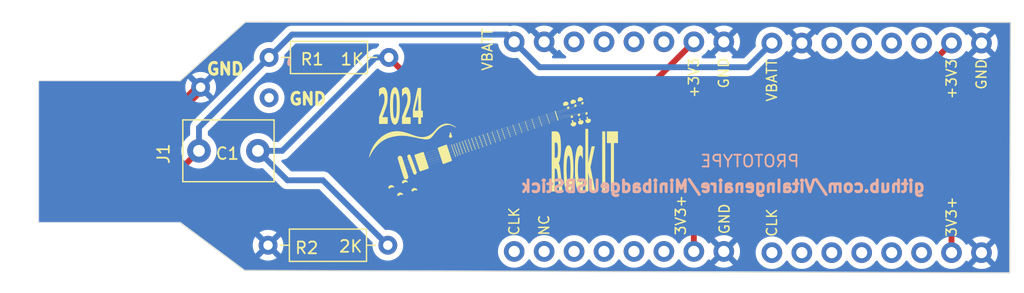
<source format=kicad_pcb>
(kicad_pcb (version 20221018) (generator pcbnew)
  (layers (0 "F.Cu" signal) (31 "B.Cu" signal) (34 "B.Paste" user) (35 "F.Paste" user) (36 "B.SilkS" user "B.Silkscreen") (37 "F.SilkS" user "F.Silkscreen") (38 "B.Mask" user) (39 "F.Mask" user) (44 "Edge.Cuts" user))
  (net 0 "")
  (net 1 "+5V")
  (net 2 "+3.3V")
  (net 3 "GND")
  (footprint "MiniBadge:MiniBadge_Full_NoEdges" (layer "F.Cu") (at 156.6 108.285)
    (fp_text reference "MB1" hide)
    (fp_text value "MiniBadge_Simple")
  )
  (footprint "Connector_USB:CONN-USB-A-PCB-TRACES" (layer "F.Cu") (at 117.53 118.87 -90)
    (fp_text reference "J1" hide)
    (fp_text value "USB_A" hide)
    (fp_line (start -6 0) (end -6 -12) (stroke (width 0.04064)) (layer "Edge.Cuts"))
    (fp_line (start 6 -12) (end 6 0) (stroke (width 0.04064)) (layer "Edge.Cuts"))
    (fp_line (start 6 0) (end -6 0) (stroke (width 0.04064)) (layer "Edge.Cuts"))
  )
  (footprint "MiniBadge:MiniBadge_Full_NoEdges" (layer "F.Cu") (at 178.46 108.39)
    (fp_text reference "MB2" hide)
    (fp_text value "MiniBadge_Simple")
  )
  (footprint "Resistor_THT:R_Axial_DIN0207_L6.3mm_D2.5mm_P10.16mm_Horizontal" (layer "F.Cu") (at 137.08 110.88)
    (fp_text reference "R1")
    (fp_text value "1K")
  )
  (footprint "" (layer "F.Cu") (at 131.27 113.41)
    (fp_text reference "")
    (fp_text value "")
  )
  (footprint "Resistor_THT:R_Axial_DIN0207_L6.3mm_D2.5mm_P10.16mm_Horizontal" (layer "F.Cu") (at 136.99 126.81)
    (fp_text reference "R2")
    (fp_text value "2K")
  )
  (footprint "" (layer "F.Cu") (at 137.08 114.3)
    (fp_text reference "")
    (fp_text value "")
  )
  (footprint "Capacitor_THT:C_Disc_D7.5mm_W5.0mm_P5.00mm" (layer "F.Cu") (at 131.13 118.8)
    (fp_text reference "C1")
    (fp_text value "C")
  )
  (gr_poly (pts (xy 148.249698 122.660455) (xy 148.264495 122.66158) (xy 148.279077 122.663433) (xy 148.293426 122.665996) (xy 148.307523 122.66925) (xy 148.32135 122.673176) (xy 148.334889 122.677758) (xy 148.348121 122.682975) (xy 148.361028 122.688811) (xy 148.373592 122.695246) (xy 148.385794 122.702263) (xy 148.397617 122.709843) (xy 148.409041 122.717967) (xy 148.420049 122.726618) (xy 148.430622 122.735778) (xy 148.440741 122.745427) (xy 148.45039 122.755547) (xy 148.459548 122.766121) (xy 148.468199 122.777129) (xy 148.476323 122.788554) (xy 148.483903 122.800378) (xy 148.490919 122.812581) (xy 148.497354 122.825147) (xy 148.50319 122.838055) (xy 148.508407 122.851289) (xy 148.512989 122.864829) (xy 148.516915 122.878658) (xy 148.520169 122.892757) (xy 148.522732 122.907108) (xy 148.524585 122.921692) (xy 148.52571 122.936491) (xy 148.526089 122.951488) (xy 148.52571 122.966479) (xy 148.524585 122.981274) (xy 148.522732 122.995854) (xy 148.520169 123.010201) (xy 148.516915 123.024296) (xy 148.512989 123.038122) (xy 148.508407 123.051659) (xy 148.50319 123.064889) (xy 148.497354 123.077795) (xy 148.490919 123.090358) (xy 148.483903 123.102559) (xy 148.476323 123.114381) (xy 148.468199 123.125804) (xy 148.459548 123.136811) (xy 148.45039 123.147383) (xy 148.440741 123.157502) (xy 148.430622 123.16715) (xy 148.420049 123.176308) (xy 148.409041 123.184958) (xy 148.397617 123.193082) (xy 148.385794 123.200661) (xy 148.373592 123.207677) (xy 148.361028 123.214112) (xy 148.348121 123.219947) (xy 148.334889 123.225165) (xy 148.32135 123.229746) (xy 148.307523 123.233673) (xy 148.293426 123.236926) (xy 148.279077 123.239489) (xy 148.264495 123.241342) (xy 148.249698 123.242467) (xy 148.234704 123.242847) (xy 148.21971 123.242467) (xy 148.204913 123.241342) (xy 148.190331 123.239489) (xy 148.175982 123.236926) (xy 148.161885 123.233673) (xy 148.148058 123.229746) (xy 148.134519 123.225165) (xy 148.121287 123.219947) (xy 148.10838 123.214112) (xy 148.095816 123.207677) (xy 148.083613 123.200661) (xy 148.071791 123.193082) (xy 148.060367 123.184958) (xy 148.049359 123.176308) (xy 148.038786 123.16715) (xy 148.028666 123.157502) (xy 148.019018 123.147383) (xy 148.009859 123.136811) (xy 148.001209 123.125804) (xy 147.993084 123.114381) (xy 147.985505 123.102559) (xy 147.978488 123.090358) (xy 147.972053 123.077795) (xy 147.966218 123.064889) (xy 147.961 123.051659) (xy 147.956419 123.038122) (xy 147.952492 123.024296) (xy 147.949238 123.010201) (xy 147.946676 122.995854) (xy 147.944823 122.981274) (xy 147.943697 122.966479) (xy 147.943318 122.951488) (xy 147.943697 122.936491) (xy 147.944823 122.921692) (xy 147.946676 122.907108) (xy 147.949238 122.892757) (xy 147.952492 122.878658) (xy 147.956419 122.864829) (xy 147.961 122.851289) (xy 147.966218 122.838055) (xy 147.972053 122.825147) (xy 147.978488 122.812581) (xy 147.985505 122.800378) (xy 147.993084 122.788554) (xy 148.001209 122.777129) (xy 148.009859 122.766121) (xy 148.019018 122.755547) (xy 148.028666 122.745427) (xy 148.038786 122.735778) (xy 148.049359 122.726618) (xy 148.060367 122.717967) (xy 148.071791 122.709843) (xy 148.083613 122.702263) (xy 148.095816 122.695246) (xy 148.10838 122.688811) (xy 148.121287 122.682975) (xy 148.134519 122.677758) (xy 148.148058 122.673176) (xy 148.161885 122.66925) (xy 148.175982 122.665996) (xy 148.190331 122.663433) (xy 148.204913 122.66158) (xy 148.21971 122.660455) (xy 148.234704 122.660075)) (stroke (width 0.003014)) (fill solid) (layer "F.Cu"))
  (gr_poly (pts (xy 152.480174 116.608919) (xy 152.583281 116.620906) (xy 152.681083 116.641241) (xy 152.773697 116.669261) (xy 152.861241 116.704303) (xy 152.943832 116.745704) (xy 153.021588 116.792801) (xy 153.094625 116.844931) (xy 153.163062 116.901431) (xy 153.227016 116.961638) (xy 153.286604 117.024889) (xy 153.341944 117.090521) (xy 153.393153 117.157871) (xy 153.440349 117.226275) (xy 153.483648 117.295072) (xy 153.559029 117.431189) (xy 153.620236 117.560917) (xy 153.668207 117.678952) (xy 153.703883 117.77999) (xy 153.728202 117.858727) (xy 153.74653 117.928082) (xy 153.721792 118.99758) (xy 153.706253 118.999184) (xy 153.662499 119.006519) (xy 153.631386 119.013518) (xy 153.59483 119.023369) (xy 153.55337 119.036544) (xy 153.507542 119.053516) (xy 153.457885 119.074759) (xy 153.404934 119.100746) (xy 153.349228 119.131948) (xy 153.291303 119.16884) (xy 153.231697 119.211895) (xy 153.170947 119.261584) (xy 153.10959 119.318382) (xy 153.078852 119.349594) (xy 153.048163 119.382761) (xy 153.012366 119.426713) (xy 152.981848 119.472565) (xy 152.956424 119.520081) (xy 152.93591 119.569025) (xy 152.920118 119.619162) (xy 152.908865 119.670256) (xy 152.901963 119.722072) (xy 152.899228 119.774374) (xy 152.900474 119.826927) (xy 152.905515 119.879494) (xy 152.914167 119.931841) (xy 152.926243 119.983732) (xy 152.941557 120.034931) (xy 152.959925 120.085203) (xy 152.981161 120.134313) (xy 153.005079 120.182024) (xy 153.031494 120.228101) (xy 153.06022 120.272309) (xy 153.091071 120.314413) (xy 153.123862 120.354176) (xy 153.158408 120.391362) (xy 153.194523 120.425738) (xy 153.232021 120.457066) (xy 153.270717 120.485112) (xy 153.310425 120.50964) (xy 153.350961 120.530414) (xy 153.392137 120.547198) (xy 153.433769 120.559758) (xy 153.475671 120.567858) (xy 153.517658 120.571262) (xy 153.559543 120.569735) (xy 153.601142 120.56304) (xy 153.614095 120.560584) (xy 153.62598 120.559284) (xy 153.636825 120.559093) (xy 153.646658 120.559961) (xy 153.655508 120.56184) (xy 153.663403 120.564682) (xy 153.670371 120.568437) (xy 153.67644 120.573058) (xy 153.68164 120.578495) (xy 153.685997 120.5847) (xy 153.68954 120.591625) (xy 153.692299 120.59922) (xy 153.694299 120.607438) (xy 153.695571 120.616229) (xy 153.696143 120.625545) (xy 153.696042 120.635338) (xy 153.695296 120.645559) (xy 153.693935 120.656159) (xy 153.689478 120.678303) (xy 153.682897 120.70138) (xy 153.674418 120.725003) (xy 153.664266 120.748783) (xy 153.652668 120.77233) (xy 153.639851 120.795257) (xy 153.626039 120.817174) (xy 153.599833 120.851979) (xy 153.56997 120.883754) (xy 153.536596 120.912642) (xy 153.499859 120.938786) (xy 153.459905 120.962331) (xy 153.416883 120.983419) (xy 153.322221 121.018802) (xy 153.217048 121.046084) (xy 153.102542 121.066414) (xy 152.97988 121.08094) (xy 152.850238 121.090811) (xy 152.574726 121.101187) (xy 152.285422 121.106733) (xy 151.991741 121.116639) (xy 151.846203 121.126099) (xy 151.703101 121.140097) (xy 151.634228 121.151044) (xy 151.568936 121.167096) (xy 151.506985 121.188034) (xy 151.448134 121.213641) (xy 151.392145 121.243697) (xy 151.338776 121.277984) (xy 151.287789 121.316285) (xy 151.238943 121.358381) (xy 151.191998 121.404052) (xy 151.146715 121.453082) (xy 151.060173 121.560343) (xy 150.977399 121.678416) (xy 150.896472 121.805554) (xy 150.732486 122.080041) (xy 150.645587 122.223896) (xy 150.55286 122.369831) (xy 150.452385 122.516097) (xy 150.342243 122.660949) (xy 150.220514 122.80264) (xy 150.154705 122.871754) (xy 150.085279 122.939423) (xy 149.953766 123.055127) (xy 149.813125 123.16406) (xy 149.663889 123.265577) (xy 149.506593 123.359033) (xy 149.341771 123.443782) (xy 149.169956 123.519177) (xy 148.991681 123.584574) (xy 148.807481 123.639328) (xy 148.617889 123.682792) (xy 148.423438 123.71432) (xy 148.224663 123.733268) (xy 148.022097 123.73899) (xy 147.816274 123.73084) (xy 147.607728 123.708172) (xy 147.396992 123.670341) (xy 147.184599 123.616702) (xy 147.082694 123.583397) (xy 146.982701 123.543246) (xy 146.884708 123.496469) (xy 146.788808 123.443282) (xy 146.69509 123.383904) (xy 146.603644 123.318553) (xy 146.427931 123.170805) (xy 146.262391 123.00178) (xy 146.107748 122.813224) (xy 145.964723 122.60688) (xy 145.83404 122.384492) (xy 145.716421 122.147805) (xy 145.612589 121.898563) (xy 145.523265 121.638511) (xy 145.449174 121.369391) (xy 145.391037 121.092949) (xy 145.349577 120.810928) (xy 145.325516 120.525073) (xy 145.319578 120.237128) (xy 145.324574 120.095925) (xy 145.336067 119.956433) (xy 145.353853 119.8188) (xy 145.377734 119.683173) (xy 145.407507 119.5497) (xy 145.442972 119.418528) (xy 145.483928 119.289805) (xy 145.530174 119.163679) (xy 145.581508 119.040298) (xy 145.63773 118.919808) (xy 145.698639 118.802357) (xy 145.764033 118.688093) (xy 145.833713 118.577164) (xy 145.907476 118.469717) (xy 145.985122 118.3659) (xy 146.06645 118.26586) (xy 146.151259 118.169745) (xy 146.239348 118.077703) (xy 146.330515 117.989881) (xy 146.424561 117.906426) (xy 146.521283 117.827487) (xy 146.620482 117.753211) (xy 146.721955 117.683745) (xy 146.825503 117.619238) (xy 146.930923 117.559836) (xy 147.038015 117.505687) (xy 147.146579 117.45694) (xy 147.256412 117.41374) (xy 147.367314 117.376237) (xy 147.479085 117.344578) (xy 147.591522 117.31891) (xy 147.704426 117.29938) (xy 147.805242 117.286871) (xy 147.904325 117.278686) (xy 148.001699 117.274566) (xy 148.097392 117.274257) (xy 148.19143 117.2775) (xy 148.283838 117.28404) (xy 148.374643 117.293618) (xy 148.463871 117.305979) (xy 148.6377 117.338021) (xy 148.805533 117.378111) (xy 148.967579 117.424194) (xy 149.124048 117.474216) (xy 149.698321 117.672595) (xy 149.830033 117.71149) (xy 149.95742 117.741996) (xy 150.080691 117.762059) (xy 150.140849 117.767531) (xy 150.200055 117.769623) (xy 150.27959 117.76764) (xy 150.353621 117.760978) (xy 150.422551 117.749895) (xy 150.486781 117.734647) (xy 150.546716 117.715489) (xy 150.602758 117.692679) (xy 150.655309 117.666473) (xy 150.704771 117.637127) (xy 150.751549 117.604899) (xy 150.796043 117.570043) (xy 150.838658 117.532817) (xy 150.879794 117.493477) (xy 150.959247 117.409483) (xy 151.03762 117.32011) (xy 151.118138 117.227411) (xy 151.204019 117.133437) (xy 151.298486 117.04024) (xy 151.349946 116.994574) (xy 151.40476 116.949871) (xy 151.463331 116.906388) (xy 151.526061 116.864382) (xy 151.593354 116.824109) (xy 151.665612 116.785825) (xy 151.743237 116.749787) (xy 151.826633 116.716252) (xy 151.916201 116.685474) (xy 152.012345 116.657713) (xy 152.137848 116.629677) (xy 152.257575 116.612641) (xy 152.371645 116.605943)) (stroke (width 0.029104)) (fill solid) (layer "F.Cu"))
  (gr_poly (pts (xy 161.432281 116.310448) (xy 152.61565 119.461503) (xy 152.506167 119.20702) (xy 152.453577 119.077786) (xy 152.403606 118.946647) (xy 152.357145 118.813169) (xy 152.315084 118.676922) (xy 152.295981 118.607624) (xy 152.278312 118.537471) (xy 152.262188 118.46641) (xy 152.24772 118.394385) (xy 161.191324 115.518497)) (stroke (width 0.02628)) (fill solid) (layer "F.Cu"))
  (gr_poly (pts (xy 163.930495 114.41172) (xy 163.929645 114.416704) (xy 163.929278 114.422264) (xy 163.929369 114.42836) (xy 163.930829 114.442005) (xy 163.933827 114.457327) (xy 163.938167 114.474012) (xy 163.943653 114.491745) (xy 163.950087 114.510215) (xy 163.957272 114.529106) (xy 163.973112 114.566901) (xy 163.989598 114.602622) (xy 164.005156 114.63376) (xy 164.018213 114.657806) (xy 164.027295 114.673194) (xy 164.03622 114.687453) (xy 164.044989 114.700644) (xy 164.053603 114.712826) (xy 164.062063 114.724059) (xy 164.070371 114.734403) (xy 164.078527 114.743918) (xy 164.086532 114.752663) (xy 164.094387 114.760699) (xy 164.102093 114.768085) (xy 164.109652 114.774881) (xy 164.117064 114.781146) (xy 164.131451 114.792326) (xy 164.145263 114.802103) (xy 164.171194 114.819362) (xy 164.183329 114.8278) (xy 164.194921 114.83675) (xy 164.200515 114.841565) (xy 164.205977 114.846688) (xy 164.211308 114.852178) (xy 164.216507 114.858095) (xy 164.221577 114.864498) (xy 164.226519 114.871448) (xy 164.231332 114.879004) (xy 164.236019 114.887226) (xy 164.242151 114.899431) (xy 164.247442 114.911661) (xy 164.251953 114.923876) (xy 164.255746 114.936036) (xy 164.258881 114.948101) (xy 164.261421 114.960031) (xy 164.263428 114.971786) (xy 164.264961 114.983326) (xy 164.266084 114.994611) (xy 164.266858 115.0056) (xy 164.267603 115.026533) (xy 164.267609 115.063095) (xy 164.268012 115.067181) (xy 164.269186 115.07135) (xy 164.271073 115.075612) (xy 164.273619 115.079977) (xy 164.276767 115.084455) (xy 164.280462 115.089057) (xy 164.289268 115.098673) (xy 164.310985 115.119836) (xy 164.323002 115.131547) (xy 164.335196 115.14412) (xy 164.347122 115.157637) (xy 164.358332 115.172178) (xy 164.363529 115.179859) (xy 164.368379 115.187827) (xy 164.372828 115.196092) (xy 164.376818 115.204664) (xy 164.380295 115.213553) (xy 164.383202 115.222771) (xy 164.385484 115.232326) (xy 164.387085 115.24223) (xy 164.387949 115.252492) (xy 164.388019 115.263122) (xy 164.387242 115.274132) (xy 164.385559 115.28553) (xy 164.381272 115.311493) (xy 164.378059 115.337193) (xy 164.375857 115.362594) (xy 164.374606 115.387659) (xy 164.374244 115.41235) (xy 164.37471 115.436631) (xy 164.375942 115.460466) (xy 164.377878 115.483816) (xy 164.380458 115.506647) (xy 164.383619 115.52892) (xy 164.3873 115.550599) (xy 164.391441 115.571647) (xy 164.395978 115.592027) (xy 164.400852 115.611703) (xy 164.41136 115.648793) (xy 164.422473 115.682623) (xy 164.433701 115.712898) (xy 164.44455 115.739323) (xy 164.45453 115.761605) (xy 164.469913 115.792558) (xy 164.475914 115.803399) (xy 164.323858 115.820896) (xy 164.161167 115.843971) (xy 163.813117 115.903947) (xy 163.450225 115.977518) (xy 163.090952 116.05887) (xy 162.753761 116.142194) (xy 162.457113 116.221676) (xy 162.219468 116.291507) (xy 162.05929 116.345874) (xy 161.941365 116.30402) (xy 161.847031 116.271233) (xy 161.776291 116.247899) (xy 161.761092 116.243674) (xy 161.745491 116.240048) (xy 161.729546 116.23699) (xy 161.713316 116.23447) (xy 161.696859 116.232457) (xy 161.680232 116.23092) (xy 161.646702 116.229156) (xy 161.613189 116.228934) (xy 161.580157 116.23001) (xy 161.548071 116.232139) (xy 161.517393 116.23508) (xy 161.488587 116.238587) (xy 161.462118 116.242417) (xy 161.418043 116.250072) (xy 161.378331 116.258535) (xy 161.147747 115.45743) (xy 161.147748 115.45743) (xy 161.292766 115.418186) (xy 161.346071 115.401722) (xy 161.372505 115.39267) (xy 161.398122 115.383113) (xy 161.422415 115.373084) (xy 161.444882 115.362614) (xy 161.465016 115.351737) (xy 161.482314 115.340485) (xy 161.500429 115.326585) (xy 161.518997 115.311029) (xy 161.537793 115.294167) (xy 161.556594 115.276353) (xy 161.575177 115.257939) (xy 161.593317 115.239277) (xy 161.610791 115.22072) (xy 161.627375 115.20262) (xy 161.656979 115.169201) (xy 161.68034 115.14184) (xy 161.701177 115.116568) (xy 162.558692 114.899186) (xy 163.931853 114.407352)) (stroke (width 0.026458)) (fill solid) (layer "F.Cu"))
  (gr_poly (pts (xy 149.453763 122.282207) (xy 149.468561 122.283333) (xy 149.483143 122.285186) (xy 149.497491 122.287749) (xy 149.511589 122.291002) (xy 149.525416 122.294929) (xy 149.538954 122.299511) (xy 149.552186 122.304728) (xy 149.565094 122.310564) (xy 149.577657 122.316999) (xy 149.58986 122.324016) (xy 149.601682 122.331596) (xy 149.613107 122.33972) (xy 149.624114 122.348371) (xy 149.634687 122.35753) (xy 149.644807 122.367179) (xy 149.654456 122.3773) (xy 149.663614 122.387874) (xy 149.672265 122.398882) (xy 149.680389 122.410307) (xy 149.687968 122.422131) (xy 149.694985 122.434334) (xy 149.70142 122.4469) (xy 149.707255 122.459808) (xy 149.712473 122.473042) (xy 149.717054 122.486582) (xy 149.720981 122.500411) (xy 149.724235 122.51451) (xy 149.726797 122.52886) (xy 149.728651 122.543445) (xy 149.729776 122.558244) (xy 149.730155 122.573241) (xy 149.729776 122.588232) (xy 149.728651 122.603027) (xy 149.726797 122.617607) (xy 149.724235 122.631954) (xy 149.720981 122.646049) (xy 149.717054 122.659874) (xy 149.712473 122.673412) (xy 149.707255 122.686642) (xy 149.70142 122.699548) (xy 149.694985 122.712111) (xy 149.687968 122.724312) (xy 149.680389 122.736133) (xy 149.672265 122.747557) (xy 149.663614 122.758564) (xy 149.654456 122.769136) (xy 149.644807 122.779255) (xy 149.634687 122.788903) (xy 149.624114 122.798061) (xy 149.613107 122.806711) (xy 149.601682 122.814835) (xy 149.58986 122.822414) (xy 149.577657 122.82943) (xy 149.565094 122.835865) (xy 149.552186 122.8417) (xy 149.538954 122.846918) (xy 149.525416 122.851499) (xy 149.511589 122.855426) (xy 149.497491 122.858679) (xy 149.483143 122.861242) (xy 149.468561 122.863095) (xy 149.453763 122.86422) (xy 149.438769 122.8646) (xy 149.423773 122.86422) (xy 149.408974 122.863095) (xy 149.39439 122.861242) (xy 149.38004 122.858679) (xy 149.365942 122.855426) (xy 149.352114 122.851499) (xy 149.338574 122.846918) (xy 149.325341 122.8417) (xy 149.312434 122.835865) (xy 149.29987 122.82943) (xy 149.287667 122.822414) (xy 149.275845 122.814835) (xy 149.264421 122.806711) (xy 149.253414 122.798061) (xy 149.242841 122.788903) (xy 149.232722 122.779255) (xy 149.223074 122.769136) (xy 149.213916 122.758564) (xy 149.205267 122.747557) (xy 149.197143 122.736133) (xy 149.189564 122.724312) (xy 149.182549 122.712111) (xy 149.176115 122.699548) (xy 149.17028 122.686642) (xy 149.165063 122.673412) (xy 149.160482 122.659874) (xy 149.156556 122.646049) (xy 149.153303 122.631954) (xy 149.150741 122.617607) (xy 149.148888 122.603027) (xy 149.147763 122.588232) (xy 149.147384 122.573241) (xy 149.147763 122.558244) (xy 149.148888 122.543445) (xy 149.150741 122.52886) (xy 149.153303 122.51451) (xy 149.156556 122.500411) (xy 149.160482 122.486582) (xy 149.165063 122.473042) (xy 149.17028 122.459808) (xy 149.176115 122.4469) (xy 149.182549 122.434334) (xy 149.189564 122.422131) (xy 149.197143 122.410307) (xy 149.205267 122.398882) (xy 149.213916 122.387874) (xy 149.223074 122.3773) (xy 149.232722 122.367179) (xy 149.242841 122.35753) (xy 149.253414 122.348371) (xy 149.264421 122.33972) (xy 149.275845 122.331596) (xy 149.287667 122.324016) (xy 149.29987 122.316999) (xy 149.312434 122.310564) (xy 149.325341 122.304728) (xy 149.338574 122.299511) (xy 149.352114 122.294929) (xy 149.365942 122.291002) (xy 149.38004 122.287749) (xy 149.39439 122.285186) (xy 149.408974 122.283333) (xy 149.423773 122.282207) (xy 149.438769 122.281828)) (stroke (width 0.003014)) (fill solid) (layer "F.Cu"))
  (gr_poly (pts (xy 148.653161 121.60138) (xy 148.667958 121.602505) (xy 148.68254 121.604359) (xy 148.696889 121.606921) (xy 148.710986 121.610175) (xy 148.724813 121.614102) (xy 148.738352 121.618683) (xy 148.751584 121.623901) (xy 148.764491 121.629737) (xy 148.777055 121.636172) (xy 148.789257 121.643189) (xy 148.80108 121.650769) (xy 148.812504 121.658893) (xy 148.823512 121.667544) (xy 148.834085 121.676703) (xy 148.844204 121.686352) (xy 148.853853 121.696473) (xy 148.863011 121.707046) (xy 148.871662 121.718055) (xy 148.879786 121.72948) (xy 148.887366 121.741304) (xy 148.894382 121.753507) (xy 148.900817 121.766072) (xy 148.906653 121.778981) (xy 148.91187 121.792214) (xy 148.916452 121.805755) (xy 148.920378 121.819583) (xy 148.923632 121.833682) (xy 148.926195 121.848033) (xy 148.928048 121.862617) (xy 148.929173 121.877417) (xy 148.929552 121.892413) (xy 148.929173 121.907405) (xy 148.928048 121.9222) (xy 148.926195 121.93678) (xy 148.923632 121.951127) (xy 148.920378 121.965222) (xy 148.916452 121.979047) (xy 148.91187 121.992584) (xy 148.906653 122.005815) (xy 148.900817 122.018721) (xy 148.894382 122.031283) (xy 148.887366 122.043485) (xy 148.879786 122.055306) (xy 148.871662 122.066729) (xy 148.863011 122.077736) (xy 148.853853 122.088309) (xy 148.844204 122.098428) (xy 148.834085 122.108076) (xy 148.823512 122.117234) (xy 148.812504 122.125884) (xy 148.80108 122.134007) (xy 148.789257 122.141587) (xy 148.777055 122.148603) (xy 148.764491 122.155038) (xy 148.751584 122.160873) (xy 148.738352 122.16609) (xy 148.724813 122.170672) (xy 148.710986 122.174598) (xy 148.696889 122.177852) (xy 148.68254 122.180415) (xy 148.667958 122.182268) (xy 148.653161 122.183393) (xy 148.638167 122.183772) (xy 148.62317 122.183393) (xy 148.608371 122.182268) (xy 148.593787 122.180415) (xy 148.579437 122.177852) (xy 148.565339 122.174598) (xy 148.551511 122.170672) (xy 148.537971 122.16609) (xy 148.524739 122.160873) (xy 148.511831 122.155038) (xy 148.499267 122.148603) (xy 148.487065 122.141587) (xy 148.475242 122.134007) (xy 148.463818 122.125884) (xy 148.452811 122.117234) (xy 148.442238 122.108076) (xy 148.432119 122.098428) (xy 148.422471 122.088309) (xy 148.413314 122.077736) (xy 148.404664 122.066729) (xy 148.39654 122.055306) (xy 148.388962 122.043485) (xy 148.381946 122.031283) (xy 148.375512 122.018721) (xy 148.369677 122.005815) (xy 148.36446 121.992584) (xy 148.35988 121.979047) (xy 148.355954 121.965222) (xy 148.3527 121.951127) (xy 148.350138 121.93678) (xy 148.348285 121.9222) (xy 148.34716 121.907405) (xy 148.346781 121.892413) (xy 148.34716 121.877417) (xy 148.348285 121.862617) (xy 148.350138 121.848033) (xy 148.3527 121.833682) (xy 148.355954 121.819583) (xy 148.35988 121.805755) (xy 148.36446 121.792214) (xy 148.369677 121.778981) (xy 148.375512 121.766072) (xy 148.381946 121.753507) (xy 148.388962 121.741304) (xy 148.39654 121.72948) (xy 148.404664 121.718055) (xy 148.413314 121.707046) (xy 148.422471 121.696473) (xy 148.432119 121.686352) (xy 148.442238 121.676703) (xy 148.452811 121.667544) (xy 148.463818 121.658893) (xy 148.475242 121.650769) (xy 148.487065 121.643189) (xy 148.499267 121.636172) (xy 148.511831 121.629737) (xy 148.524739 121.623901) (xy 148.537971 121.618683) (xy 148.551511 121.614102) (xy 148.565339 121.610175) (xy 148.579437 121.606921) (xy 148.593787 121.604359) (xy 148.608371 121.602505) (xy 148.62317 121.60138) (xy 148.638167 121.601001)) (stroke (width 0.003014)) (fill solid) (layer "F.Cu"))
  (gr_poly (pts (xy 147.486928 122.017438) (xy 147.501725 122.018564) (xy 147.516308 122.020417) (xy 147.530657 122.02298) (xy 147.544754 122.026233) (xy 147.558581 122.03016) (xy 147.57212 122.034742) (xy 147.585352 122.039959) (xy 147.59826 122.045795) (xy 147.610824 122.05223) (xy 147.623026 122.059247) (xy 147.634849 122.066827) (xy 147.646273 122.074951) (xy 147.657281 122.083602) (xy 147.667854 122.092762) (xy 147.677974 122.10241) (xy 147.687622 122.112531) (xy 147.696781 122.123105) (xy 147.705431 122.134113) (xy 147.713556 122.145538) (xy 147.721135 122.157362) (xy 147.728152 122.169565) (xy 147.734587 122.182131) (xy 147.740422 122.195039) (xy 147.74564 122.208273) (xy 147.750221 122.221813) (xy 147.754148 122.235642) (xy 147.757402 122.249741) (xy 147.759964 122.264091) (xy 147.761818 122.278676) (xy 147.762943 122.293475) (xy 147.763322 122.308472) (xy 147.762943 122.323463) (xy 147.761818 122.338258) (xy 147.759964 122.352838) (xy 147.757402 122.367185) (xy 147.754148 122.38128) (xy 147.750221 122.395105) (xy 147.74564 122.408643) (xy 147.740422 122.421873) (xy 147.734587 122.434779) (xy 147.728152 122.447342) (xy 147.721135 122.459543) (xy 147.713556 122.471364) (xy 147.705431 122.482788) (xy 147.696781 122.493795) (xy 147.687622 122.504367) (xy 147.677974 122.514486) (xy 147.667854 122.524134) (xy 147.657281 122.533292) (xy 147.646273 122.541942) (xy 147.634849 122.550066) (xy 147.623026 122.557645) (xy 147.610824 122.564661) (xy 147.59826 122.571096) (xy 147.585352 122.576931) (xy 147.57212 122.582149) (xy 147.558581 122.58673) (xy 147.544754 122.590657) (xy 147.530657 122.59391) (xy 147.516308 122.596473) (xy 147.501725 122.598326) (xy 147.486928 122.599451) (xy 147.471934 122.599831) (xy 147.456939 122.599451) (xy 147.442141 122.598326) (xy 147.427559 122.596473) (xy 147.41321 122.59391) (xy 147.399112 122.590657) (xy 147.385285 122.58673) (xy 147.371746 122.582149) (xy 147.358514 122.576931) (xy 147.345606 122.571096) (xy 147.333042 122.564661) (xy 147.32084 122.557645) (xy 147.309018 122.550066) (xy 147.297593 122.541942) (xy 147.286586 122.533292) (xy 147.276013 122.524134) (xy 147.265893 122.514486) (xy 147.256245 122.504367) (xy 147.247087 122.493795) (xy 147.238436 122.482788) (xy 147.230312 122.471364) (xy 147.222733 122.459543) (xy 147.215717 122.447342) (xy 147.209282 122.434779) (xy 147.203447 122.421873) (xy 147.198229 122.408643) (xy 147.193648 122.395105) (xy 147.189722 122.38128) (xy 147.186468 122.367185) (xy 147.183906 122.352838) (xy 147.182053 122.338258) (xy 147.180927 122.323463) (xy 147.180548 122.308472) (xy 147.180927 122.293475) (xy 147.182053 122.278676) (xy 147.183906 122.264091) (xy 147.186468 122.249741) (xy 147.189722 122.235642) (xy 147.193648 122.221813) (xy 147.198229 122.208273) (xy 147.203447 122.195039) (xy 147.209282 122.182131) (xy 147.215717 122.169565) (xy 147.222733 122.157362) (xy 147.230312 122.145538) (xy 147.238436 122.134113) (xy 147.247087 122.123105) (xy 147.256245 122.112531) (xy 147.265893 122.10241) (xy 147.276013 122.092762) (xy 147.286586 122.083602) (xy 147.297593 122.074951) (xy 147.309018 122.066827) (xy 147.32084 122.059247) (xy 147.333042 122.05223) (xy 147.345606 122.045795) (xy 147.358514 122.039959) (xy 147.371746 122.034742) (xy 147.385285 122.03016) (xy 147.399112 122.026233) (xy 147.41321 122.02298) (xy 147.427559 122.020417) (xy 147.442141 122.018564) (xy 147.456939 122.017438) (xy 147.471934 122.017059)) (stroke (width 0.003014)) (fill solid) (layer "F.Cu"))
  (gr_poly (pts (xy 138.788096 110.940722) (xy 138.793621 110.94365) (xy 138.798941 110.948104) (xy 138.804051 110.95408) (xy 138.808946 110.961572) (xy 138.81362 110.970575) (xy 138.818068 110.981084) (xy 138.826268 111.006599) (xy 138.833502 111.038076) (xy 138.83973 111.075472) (xy 138.84491 111.118747) (xy 138.849001 111.16786) (xy 138.851962 111.222768) (xy 138.851977 111.222768) (xy 138.852838 111.24855) (xy 138.853274 111.273591) (xy 138.853294 111.297869) (xy 138.852907 111.321362) (xy 138.852122 111.344048) (xy 138.850948 111.365904) (xy 138.849394 111.386909) (xy 138.847468 111.40704) (xy 138.845179 111.426274) (xy 138.842537 111.44459) (xy 138.839551 111.461965) (xy 138.836228 111.478377) (xy 138.832579 111.493803) (xy 138.828612 111.508222) (xy 138.824336 111.52161) (xy 138.81976 111.533947) (xy 138.814893 111.545208) (xy 138.809743 111.555373) (xy 138.80432 111.564419) (xy 138.798633 111.572324) (xy 138.79269 111.579065) (xy 138.786501 111.58462) (xy 138.780074 111.588966) (xy 138.773418 111.592083) (xy 138.770007 111.593173) (xy 138.766543 111.593946) (xy 138.763025 111.594401) (xy 138.759456 111.594535) (xy 138.755837 111.594344) (xy 138.752168 111.593826) (xy 138.744686 111.591798) (xy 138.737021 111.588428) (xy 138.72918 111.583693) (xy 138.721172 111.577573) (xy 138.713008 111.570043) (xy 138.704997 111.561395) (xy 138.697448 111.551957) (xy 138.68374 111.530843) (xy 138.671892 111.506961) (xy 138.661916 111.480572) (xy 138.653823 111.451934) (xy 138.647624 111.421308) (xy 138.643328 111.388954) (xy 138.640947 111.355133) (xy 138.640491 111.320103) (xy 138.641972 111.284126) (xy 138.645399 111.247461) (xy 138.650784 111.210368) (xy 138.658136 111.173107) (xy 138.667468 111.135938) (xy 138.678789 111.099122) (xy 138.692111 111.062917) (xy 138.707683 111.026542) (xy 138.722705 110.996542) (xy 138.737133 110.972876) (xy 138.744113 110.963405) (xy 138.750928 110.955502) (xy 138.757575 110.949162) (xy 138.764048 110.94438) (xy 138.770342 110.94115) (xy 138.776451 110.939467) (xy 138.782371 110.939326)) (stroke (width 0.044354)) (fill solid) (layer "B.SilkS"))
  (gr_poly (pts (xy 164.065061 115.922582) (xy 164.068276 115.922789) (xy 164.071414 115.923123) (xy 164.074469 115.92357) (xy 164.077438 115.924121) (xy 164.080318 115.924764) (xy 164.083103 115.925489) (xy 164.085791 115.926285) (xy 164.088377 115.927141) (xy 164.090857 115.928045) (xy 164.093228 115.928988) (xy 164.095486 115.929958) (xy 164.097626 115.930944) (xy 164.101539 115.932922) (xy 164.104936 115.934834) (xy 164.107785 115.936594) (xy 164.110056 115.938115) (xy 164.111716 115.939309) (xy 164.113082 115.940368) (xy 164.113562 115.950815) (xy 164.114351 115.961132) (xy 164.115442 115.971331) (xy 164.116827 115.981428) (xy 164.118497 115.991435) (xy 164.120445 116.001367) (xy 164.122663 116.011237) (xy 164.125143 116.021059) (xy 164.127877 116.030847) (xy 164.130857 116.040615) (xy 164.134075 116.050376) (xy 164.137523 116.060145) (xy 164.145078 116.079759) (xy 164.153457 116.099568) (xy 164.047148 116.127772) (xy 164.045973 116.116879) (xy 164.044414 116.106029) (xy 164.042503 116.095223) (xy 164.040272 116.084462) (xy 164.037752 116.073745) (xy 164.034974 116.063075) (xy 164.028775 116.041875) (xy 164.021927 116.020869) (xy 164.014684 116.000063) (xy 164.000024 115.959074) (xy 164.000025 115.959074) (xy 164.00163 115.954711) (xy 164.002474 115.952466) (xy 164.003423 115.950192) (xy 164.004536 115.947901) (xy 164.005871 115.945603) (xy 164.007488 115.943308) (xy 164.009444 115.941028) (xy 164.011798 115.938772) (xy 164.013143 115.937657) (xy 164.014609 115.936552) (xy 164.016204 115.935459) (xy 164.017936 115.934378) (xy 164.01981 115.933312) (xy 164.021836 115.932261) (xy 164.024019 115.931227) (xy 164.026368 115.930211) (xy 164.028889 115.929215) (xy 164.031591 115.928239) (xy 164.034479 115.927286) (xy 164.037563 115.926356) (xy 164.044343 115.924572) (xy 164.047946 115.923801) (xy 164.051494 115.923219) (xy 164.054983 115.922818) (xy 164.05841 115.922585) (xy 164.061771 115.92251)) (stroke (width 0.013019)) (fill solid) (layer "F.SilkS"))
  (gr_poly (pts (xy 164.011464 115.527994) (xy 164.014883 115.528186) (xy 164.018292 115.528512) (xy 164.021685 115.528971) (xy 164.025059 115.529562) (xy 164.028408 115.530285) (xy 164.031726 115.53114) (xy 164.035008 115.532125) (xy 164.03825 115.533242) (xy 164.038177 115.533245) (xy 164.042615 115.534973) (xy 164.046942 115.536951) (xy 164.051149 115.53917) (xy 164.055225 115.541619) (xy 164.05916 115.544288) (xy 164.062944 115.547169) (xy 164.066568 115.55025) (xy 164.07002 115.553522) (xy 164.073291 115.556976) (xy 164.076371 115.560601) (xy 164.07925 115.564387) (xy 164.081918 115.568324) (xy 164.084364 115.572404) (xy 164.086579 115.576615) (xy 164.088552 115.580948) (xy 164.090273 115.585392) (xy 164.091547 115.58915) (xy 164.092637 115.592961) (xy 164.093546 115.596815) (xy 164.094273 115.600707) (xy 164.09482 115.604626) (xy 164.095189 115.608567) (xy 164.095378 115.612521) (xy 164.095391 115.616479) (xy 164.095227 115.620434) (xy 164.094887 115.624379) (xy 164.094373 115.628305) (xy 164.093685 115.632204) (xy 164.092824 115.636069) (xy 164.091791 115.639891) (xy 164.090587 115.643663) (xy 164.089213 115.647377) (xy 164.081506 115.668575) (xy 164.077634 115.67917) (xy 164.073683 115.689729) (xy 164.071696 115.69415) (xy 164.069455 115.698442) (xy 164.066971 115.702594) (xy 164.064256 115.706598) (xy 164.06132 115.710443) (xy 164.058175 115.714119) (xy 164.054833 115.717616) (xy 164.051303 115.720926) (xy 164.047599 115.724037) (xy 164.04373 115.726941) (xy 164.039708 115.729628) (xy 164.035544 115.732087) (xy 164.03125 115.734309) (xy 164.026837 115.736284) (xy 164.022315 115.738002) (xy 164.017697 115.739454) (xy 164.012749 115.740744) (xy 164.007739 115.74172) (xy 164.002683 115.742386) (xy 163.997599 115.742747) (xy 163.992503 115.742806) (xy 163.987412 115.742567) (xy 163.982341 115.742034) (xy 163.977309 115.741211) (xy 163.972331 115.740102) (xy 163.967424 115.738711) (xy 163.962605 115.737041) (xy 163.957891 115.735097) (xy 163.953298 115.732882) (xy 163.948842 115.730401) (xy 163.944542 115.727656) (xy 163.940412 115.724653) (xy 163.936453 115.721446) (xy 163.932705 115.718004) (xy 163.929177 115.714342) (xy 163.925875 115.710475) (xy 163.922807 115.706421) (xy 163.919981 115.702194) (xy 163.917403 115.697809) (xy 163.915081 115.693283) (xy 163.913022 115.688631) (xy 163.911234 115.683869) (xy 163.909724 115.679013) (xy 163.908499 115.674077) (xy 163.907567 115.669078) (xy 163.906935 115.664032) (xy 163.906609 115.658953) (xy 163.906599 115.653859) (xy 163.906634 115.651739) (xy 163.906737 115.649624) (xy 163.906905 115.647517) (xy 163.907135 115.645416) (xy 163.907425 115.643323) (xy 163.907772 115.641238) (xy 163.908172 115.639161) (xy 163.908624 115.637094) (xy 163.909124 115.635037) (xy 163.909669 115.632989) (xy 163.910885 115.628928) (xy 163.912249 115.624914) (xy 163.913738 115.620952) (xy 163.920997 115.600958) (xy 163.924651 115.590968) (xy 163.928396 115.58101) (xy 163.930383 115.576589) (xy 163.932623 115.572298) (xy 163.935105 115.568147) (xy 163.937819 115.564145) (xy 163.940753 115.560302) (xy 163.943896 115.556628) (xy 163.947237 115.553133) (xy 163.950765 115.549826) (xy 163.954468 115.546717) (xy 163.958336 115.543815) (xy 163.962358 115.541131) (xy 163.966522 115.538674) (xy 163.970817 115.536454) (xy 163.975233 115.53448) (xy 163.979758 115.532763) (xy 163.984381 115.531311) (xy 163.987692 115.53042) (xy 163.991035 115.529666) (xy 163.994404 115.529048) (xy 163.997795 115.528567) (xy 164.001201 115.528221) (xy 164.004618 115.528011) (xy 164.008041 115.527935)) (stroke (width 0.0062)) (fill solid) (layer "F.SilkS"))
  (gr_poly (pts (xy 159.959257 115.86411) (xy 159.959867 115.86422) (xy 159.960464 115.8644) (xy 159.961045 115.864648) (xy 159.961609 115.864965) (xy 159.962155 115.865352) (xy 159.96268 115.865809) (xy 159.963183 115.866336) (xy 159.963663 115.866935) (xy 159.964116 115.867605) (xy 159.964542 115.868346) (xy 159.964939 115.86916) (xy 159.965305 115.870046) (xy 159.965639 115.871006) (xy 159.965938 115.872038) (xy 159.966201 115.873144) (xy 159.966426 115.874325) (xy 160.241884 116.703218) (xy 160.242138 116.704801) (xy 160.242304 116.706399) (xy 160.242385 116.708008) (xy 160.242384 116.709621) (xy 160.242306 116.711236) (xy 160.242153 116.712847) (xy 160.241639 116.716042) (xy 160.240872 116.719171) (xy 160.239879 116.722199) (xy 160.238689 116.725089) (xy 160.237333 116.727808) (xy 160.235837 116.730319) (xy 160.234231 116.732587) (xy 160.232543 116.734577) (xy 160.230803 116.736254) (xy 160.229923 116.736964) (xy 160.22904 116.737582) (xy 160.228158 116.738104) (xy 160.227281 116.738526) (xy 160.226412 116.738843) (xy 160.225555 116.739051) (xy 160.224714 116.739145) (xy 160.223892 116.739121) (xy 160.223384 116.738894) (xy 160.222899 116.73861) (xy 160.222438 116.738273) (xy 160.221999 116.737886) (xy 160.22158 116.73745) (xy 160.221182 116.73697) (xy 160.220801 116.736446) (xy 160.220439 116.735883) (xy 160.220092 116.735283) (xy 160.21976 116.734649) (xy 160.219138 116.733287) (xy 160.218561 116.731821) (xy 160.218021 116.73027) (xy 160.217509 116.728658) (xy 160.217015 116.727005) (xy 160.216044 116.723666) (xy 160.215549 116.722022) (xy 160.215035 116.720424) (xy 160.214493 116.718893) (xy 160.213913 116.717452) (xy 159.942133 115.899598) (xy 159.941905 115.898723) (xy 159.941721 115.89783) (xy 159.941477 115.895997) (xy 159.941391 115.894113) (xy 159.941449 115.892191) (xy 159.94164 115.890247) (xy 159.941952 115.888292) (xy 159.942373 115.886343) (xy 159.94289 115.884412) (xy 159.943492 115.882514) (xy 159.944167 115.880663) (xy 159.944902 115.878872) (xy 159.945685 115.877156) (xy 159.946505 115.875529) (xy 159.94735 115.874004) (xy 159.948206 115.872595) (xy 159.949063 115.871318) (xy 159.949069 115.871314) (xy 159.94966 115.870386) (xy 159.950265 115.869519) (xy 159.950883 115.868714) (xy 159.951511 115.867972) (xy 159.952148 115.867293) (xy 159.952793 115.866678) (xy 159.953443 115.866126) (xy 159.954096 115.865639) (xy 159.954752 115.865217) (xy 159.955409 115.86486) (xy 159.956064 115.864569) (xy 159.956715 115.864343) (xy 159.957362 115.864184) (xy 159.958003 115.864092) (xy 159.958635 115.864067)) (stroke (width 0.004497)) (fill solid) (layer "F.SilkS"))
  (gr_poly (pts (xy 148.839264 121.453182) (xy 148.839264 121.453181) (xy 148.839264 121.45318)) (stroke (width 0.007937)) (fill solid) (layer "F.SilkS"))
  (gr_poly (pts (xy 163.07752 114.86407) (xy 163.082607 114.864565) (xy 163.08766 114.865391) (xy 163.092662 114.866547) (xy 163.097599 114.868033) (xy 163.102452 114.86985) (xy 163.107206 114.871997) (xy 163.111843 114.874475) (xy 163.114103 114.875831) (xy 163.116306 114.877255) (xy 163.118452 114.878746) (xy 163.12054 114.880302) (xy 163.122569 114.88192) (xy 163.124538 114.883599) (xy 163.126445 114.885338) (xy 163.128291 114.887133) (xy 163.130072 114.888985) (xy 163.13179 114.89089) (xy 163.133442 114.892847) (xy 163.135028 114.894855) (xy 163.136546 114.896911) (xy 163.137996 114.899013) (xy 163.139377 114.90116) (xy 163.140687 114.903351) (xy 163.141925 114.905582) (xy 163.143091 114.907853) (xy 163.144183 114.910162) (xy 163.145201 114.912507) (xy 163.146143 114.914885) (xy 163.147008 114.917296) (xy 163.147795 114.919737) (xy 163.148504 114.922207) (xy 163.149133 114.924704) (xy 163.149681 114.927226) (xy 163.150147 114.929771) (xy 163.15053 114.932338) (xy 163.15083 114.934924) (xy 163.151044 114.937528) (xy 163.151173 114.940148) (xy 163.151214 114.942783) (xy 163.15104 114.948038) (xy 163.150523 114.953229) (xy 163.149671 114.958341) (xy 163.148493 114.963361) (xy 163.146996 114.968274) (xy 163.145189 114.973065) (xy 163.14308 114.97772) (xy 163.140677 114.982224) (xy 163.137988 114.986564) (xy 163.135021 114.990724) (xy 163.131785 114.99469) (xy 163.128287 114.998448) (xy 163.124536 115.001983) (xy 163.120539 115.005282) (xy 163.116306 115.008328) (xy 163.111843 115.011109) (xy 163.107206 115.013586) (xy 163.102452 115.015733) (xy 163.097599 115.01755) (xy 163.092662 115.019037) (xy 163.08766 115.020193) (xy 163.082607 115.021018) (xy 163.07752 115.021514) (xy 163.072417 115.021679) (xy 163.067314 115.021514) (xy 163.062227 115.021018) (xy 163.057172 115.020193) (xy 163.052167 115.019037) (xy 163.047228 115.01755) (xy 163.042371 115.015733) (xy 163.037613 115.013586) (xy 163.032971 115.011109) (xy 163.030711 115.009753) (xy 163.028508 115.008328) (xy 163.026362 115.006837) (xy 163.024274 115.005281) (xy 163.022245 115.003663) (xy 163.020277 115.001983) (xy 163.018369 115.000244) (xy 163.016524 114.998448) (xy 163.014742 114.996596) (xy 163.013025 114.99469) (xy 163.011372 114.992732) (xy 163.009787 114.990723) (xy 163.008268 114.988667) (xy 163.006818 114.986563) (xy 163.005438 114.984415) (xy 163.004128 114.982224) (xy 163.002889 114.979991) (xy 163.001723 114.977719) (xy 163.000631 114.97541) (xy 162.999614 114.973065) (xy 162.998672 114.970685) (xy 162.997806 114.968274) (xy 162.997019 114.965832) (xy 162.99631 114.963361) (xy 162.995681 114.960864) (xy 162.995133 114.958341) (xy 162.994667 114.955796) (xy 162.994284 114.953229) (xy 162.993984 114.950642) (xy 162.99377 114.948038) (xy 162.993641 114.945417) (xy 162.9936 114.942783) (xy 162.99377 114.937528) (xy 162.994284 114.932338) (xy 162.995133 114.927226) (xy 162.99631 114.922208) (xy 162.997806 114.917297) (xy 162.999614 114.912507) (xy 163.001723 114.907854) (xy 163.004128 114.903351) (xy 163.006818 114.899014) (xy 163.009787 114.894855) (xy 163.013025 114.890891) (xy 163.016524 114.887134) (xy 163.020277 114.883599) (xy 163.024274 114.880302) (xy 163.028508 114.877256) (xy 163.032971 114.874475) (xy 163.037613 114.871997) (xy 163.042371 114.86985) (xy 163.047228 114.868033) (xy 163.052167 114.866547) (xy 163.057172 114.865391) (xy 163.062227 114.864565) (xy 163.067314 114.86407) (xy 163.072417 114.863904)) (stroke (width 0.0062)) (fill solid) (layer "F.SilkS"))
  (gr_line (start 163.301101 115.71473) (end 161.524504 116.03858) (stroke (width 0.007937)) (layer "F.SilkS"))
  (gr_poly (pts (xy 153.691942 117.891552) (xy 153.692272 117.891571) (xy 153.6926 117.891607) (xy 153.692924 117.89166) (xy 153.693245 117.891729) (xy 153.693562 117.891813) (xy 153.693875 117.891913) (xy 153.694183 117.892027) (xy 153.694485 117.892156) (xy 153.694782 117.892298) (xy 153.695072 117.892454) (xy 153.695355 117.892622) (xy 153.695631 117.892803) (xy 153.695899 117.892996) (xy 153.696159 117.893201) (xy 153.69641 117.893416) (xy 153.696651 117.893642) (xy 153.696883 117.893878) (xy 153.697104 117.894124) (xy 153.697315 117.894379) (xy 153.697515 117.894643) (xy 153.697702 117.894916) (xy 153.697877 117.895196) (xy 153.69804 117.895483) (xy 153.698189 117.895777) (xy 153.698325 117.896078) (xy 153.698447 117.896385) (xy 153.698553 117.896697) (xy 154.041295 118.836259) (xy 154.041994 118.838551) (xy 154.042787 118.840835) (xy 154.044555 118.84539) (xy 154.046403 118.849945) (xy 154.047295 118.852229) (xy 154.048133 118.854521) (xy 154.048894 118.856823) (xy 154.049552 118.859139) (xy 154.050083 118.861471) (xy 154.050462 118.863821) (xy 154.050665 118.866192) (xy 154.050693 118.867386) (xy 154.050667 118.868587) (xy 154.050586 118.869794) (xy 154.050445 118.871008) (xy 154.050241 118.872229) (xy 154.049972 118.873458) (xy 154.049765 118.874573) (xy 154.049485 118.875764) (xy 154.048724 118.878333) (xy 154.04771 118.881083) (xy 154.046467 118.883932) (xy 154.045017 118.8868) (xy 154.043383 118.889605) (xy 154.042503 118.890958) (xy 154.041586 118.892266) (xy 154.040634 118.893517) (xy 154.03965 118.894701) (xy 154.038637 118.895809) (xy 154.037598 118.89683) (xy 154.036535 118.897754) (xy 154.035451 118.898571) (xy 154.034349 118.899271) (xy 154.033232 118.899843) (xy 154.032102 118.900277) (xy 154.030963 118.900564) (xy 154.029818 118.900693) (xy 154.028668 118.900654) (xy 154.027518 118.900436) (xy 154.026369 118.90003) (xy 154.025225 118.899426) (xy 154.024088 118.898612) (xy 154.022961 118.89758) (xy 154.021847 118.896319) (xy 153.670427 117.933077) (xy 153.670128 117.931595) (xy 153.6699 117.930097) (xy 153.669741 117.928586) (xy 153.66965 117.927065) (xy 153.669627 117.925536) (xy 153.66967 117.924003) (xy 153.669778 117.922468) (xy 153.669949 117.920935) (xy 153.670183 117.919405) (xy 153.670479 117.917881) (xy 153.670836 117.916367) (xy 153.671251 117.914866) (xy 153.671725 117.913379) (xy 153.672256 117.91191) (xy 153.672842 117.910462) (xy 153.673484 117.909038) (xy 153.674179 117.90764) (xy 153.674927 117.90627) (xy 153.675726 117.904933) (xy 153.676575 117.90363) (xy 153.677473 117.902365) (xy 153.67842 117.90114) (xy 153.679413 117.899958) (xy 153.680452 117.898822) (xy 153.681535 117.897735) (xy 153.682662 117.896699) (xy 153.683831 117.895718) (xy 153.685041 117.894793) (xy 153.686292 117.893929) (xy 153.687581 117.893127) (xy 153.688908 117.892391) (xy 153.690272 117.891723) (xy 153.690272 117.891728) (xy 153.690607 117.891655) (xy 153.690942 117.891601) (xy 153.691277 117.891567) (xy 153.69161 117.89155)) (stroke (width 0.005435)) (fill solid) (layer "F.SilkS"))
  (gr_poly (pts (xy 164.247038 116.097697) (xy 164.253592 116.098329) (xy 164.259767 116.099304) (xy 164.281003 116.10348) (xy 164.289807 116.10538) (xy 164.297568 116.107282) (xy 164.304408 116.109278) (xy 164.310452 116.111462) (xy 164.313213 116.112654) (xy 164.315822 116.113929) (xy 164.318294 116.115298) (xy 164.320643 116.116773) (xy 164.322886 116.118365) (xy 164.325039 116.120087) (xy 164.327115 116.12195) (xy 164.329132 116.123966) (xy 164.331104 116.126147) (xy 164.333047 116.128504) (xy 164.336907 116.133795) (xy 164.340836 116.139932) (xy 164.344958 116.14701) (xy 164.349397 116.155123) (xy 164.354275 116.164364) (xy 164.356573 116.17589) (xy 164.358212 116.187415) (xy 164.359207 116.198919) (xy 164.359571 116.210382) (xy 164.35932 116.221785) (xy 164.358468 116.233106) (xy 164.357028 116.244327) (xy 164.355015 116.255427) (xy 164.352443 116.266386) (xy 164.349327 116.277184) (xy 164.345681 116.2878) (xy 164.341518 116.298215) (xy 164.336854 116.30841) (xy 164.331703 116.318362) (xy 164.326078 116.328054) (xy 164.319994 116.337464) (xy 164.313466 116.346573) (xy 164.306507 116.35536) (xy 164.299132 116.363805) (xy 164.291355 116.371889) (xy 164.28319 116.379592) (xy 164.274652 116.386892) (xy 164.265755 116.393771) (xy 164.256513 116.400208) (xy 164.24694 116.406183) (xy 164.237051 116.411676) (xy 164.22686 116.416667) (xy 164.216381 116.421137) (xy 164.205628 116.425064) (xy 164.194616 116.428429) (xy 164.183359 116.431211) (xy 164.171871 116.433392) (xy 164.157641 116.434818) (xy 164.143784 116.435679) (xy 164.130305 116.435978) (xy 164.117205 116.435721) (xy 164.104489 116.434913) (xy 164.092158 116.43356) (xy 164.080217 116.431666) (xy 164.068668 116.429237) (xy 164.057514 116.426278) (xy 164.046758 116.422795) (xy 164.036403 116.418792) (xy 164.026452 116.414275) (xy 164.016908 116.409249) (xy 164.007775 116.403718) (xy 163.999055 116.39769) (xy 163.990751 116.391167) (xy 163.982866 116.384157) (xy 163.975403 116.376663) (xy 163.968366 116.368692) (xy 163.961757 116.360248) (xy 163.955579 116.351336) (xy 163.949835 116.341962) (xy 163.944529 116.332131) (xy 163.939662 116.321849) (xy 163.93524 116.31112) (xy 163.931263 116.299949) (xy 163.927736 116.288342) (xy 163.924661 116.276305) (xy 163.922042 116.263841) (xy 163.919881 116.250957) (xy 163.918181 116.237658) (xy 163.916946 116.223948) (xy 163.921188 116.218798) (xy 163.926268 116.213152) (xy 163.932087 116.207116) (xy 163.938545 116.200797) (xy 163.945544 116.194301) (xy 163.952985 116.187734) (xy 163.960768 116.181202) (xy 163.968794 116.174812) (xy 163.976965 116.168669) (xy 163.98518 116.16288) (xy 163.993342 116.157552) (xy 164.00135 116.15279) (xy 164.009106 116.148701) (xy 164.016511 116.14539) (xy 164.020051 116.14406) (xy 164.023465 116.142965) (xy 164.026743 116.142117) (xy 164.02987 116.141531) (xy 164.03711 116.140124) (xy 164.04647 116.137822) (xy 164.070547 116.131161) (xy 164.100095 116.122799) (xy 164.133111 116.113989) (xy 164.150293 116.109806) (xy 164.16759 116.105982) (xy 164.184752 116.102671) (xy 164.201529 116.100031) (xy 164.217669 116.098217) (xy 164.232922 116.097387)) (stroke (width 0.026458)) (fill solid) (layer "F.SilkS"))
  (gr_poly (pts (xy 162.894333 114.467809) (xy 162.90556 114.468712) (xy 162.916711 114.470169) (xy 162.927765 114.472172) (xy 162.938698 114.47471) (xy 162.949489 114.477773) (xy 162.960116 114.481351) (xy 162.970554 114.485434) (xy 162.980783 114.490012) (xy 162.99078 114.495074) (xy 163.000522 114.50061) (xy 163.009987 114.506611) (xy 163.019153 114.513066) (xy 163.027996 114.519965) (xy 163.036495 114.527298) (xy 163.044628 114.535054) (xy 163.052371 114.543225) (xy 163.059702 114.551799) (xy 163.066599 114.560766) (xy 163.07304 114.570117) (xy 163.079002 114.579841) (xy 163.084462 114.589928) (xy 163.089398 114.600368) (xy 163.093788 114.611151) (xy 163.09761 114.622267) (xy 163.098056 114.632704) (xy 163.098312 114.641945) (xy 163.09832 114.650133) (xy 163.098019 114.657413) (xy 163.097734 114.660756) (xy 163.097351 114.663927) (xy 163.09686 114.666941) (xy 163.096255 114.669819) (xy 163.095529 114.672576) (xy 163.094674 114.675232) (xy 163.093682 114.677804) (xy 163.092547 114.68031) (xy 163.09126 114.682768) (xy 163.089815 114.685197) (xy 163.088203 114.687613) (xy 163.086418 114.690035) (xy 163.084452 114.692481) (xy 163.082298 114.694969) (xy 163.077395 114.700142) (xy 163.07165 114.705697) (xy 163.065004 114.711777) (xy 163.048768 114.72609) (xy 163.043925 114.730042) (xy 163.038581 114.733889) (xy 163.026544 114.741267) (xy 163.01295 114.748235) (xy 162.998095 114.7548) (xy 162.982275 114.760972) (xy 162.965784 114.766759) (xy 162.948918 114.772171) (xy 162.931971 114.777217) (xy 162.899018 114.786245) (xy 162.869285 114.793914) (xy 162.845134 114.800297) (xy 162.835889 114.803028) (xy 162.828925 114.805465) (xy 162.825927 114.806534) (xy 162.822668 114.807453) (xy 162.815436 114.80886) (xy 162.80737 114.80973) (xy 162.798609 114.810104) (xy 162.789292 114.810024) (xy 162.779557 114.809532) (xy 162.769544 114.808669) (xy 162.759393 114.807479) (xy 162.749241 114.806002) (xy 162.739228 114.804281) (xy 162.729494 114.802357) (xy 162.720176 114.800274) (xy 162.711415 114.798072) (xy 162.703349 114.795794) (xy 162.696118 114.793481) (xy 162.68986 114.791176) (xy 162.684017 114.778711) (xy 162.678783 114.766365) (xy 162.674156 114.754146) (xy 162.670137 114.74206) (xy 162.666726 114.730112) (xy 162.663923 114.718308) (xy 162.661728 114.706655) (xy 162.660141 114.695159) (xy 162.659162 114.683825) (xy 162.658791 114.672659) (xy 162.659029 114.661668) (xy 162.659874 114.650857) (xy 162.661327 114.640233) (xy 162.663388 114.629801) (xy 162.666058 114.619568) (xy 162.669336 114.60954) (xy 162.673222 114.599722) (xy 162.677716 114.59012) (xy 162.682818 114.580741) (xy 162.688528 114.571591) (xy 162.694847 114.562675) (xy 162.701774 114.553999) (xy 162.70931 114.545571) (xy 162.717453 114.537394) (xy 162.726205 114.529477) (xy 162.735566 114.521824) (xy 162.745534 114.514442) (xy 162.756111 114.507336) (xy 162.767297 114.500513) (xy 162.779091 114.493978) (xy 162.791493 114.487738) (xy 162.804504 114.481799) (xy 162.804504 114.4818) (xy 162.815525 114.477895) (xy 162.82665 114.474626) (xy 162.837857 114.471983) (xy 162.849123 114.469957) (xy 162.860426 114.468536) (xy 162.871744 114.467712) (xy 162.883054 114.467473)) (stroke (width 0.026458)) (fill solid) (layer "F.SilkS"))
  (gr_poly (pts (xy 163.438448 116.048894) (xy 163.441664 116.049102) (xy 163.444801 116.049435) (xy 163.447857 116.049882) (xy 163.450826 116.050433) (xy 163.453705 116.051076) (xy 163.456491 116.051801) (xy 163.459179 116.052597) (xy 163.461765 116.053453) (xy 163.464245 116.054357) (xy 163.466616 116.0553) (xy 163.468874 116.05627) (xy 163.471014 116.057256) (xy 163.474927 116.059234) (xy 163.478323 116.061146) (xy 163.481173 116.062906) (xy 163.483443 116.064427) (xy 163.485104 116.065621) (xy 163.486469 116.06668) (xy 163.486949 116.077128) (xy 163.487739 116.087444) (xy 163.48883 116.097644) (xy 163.490214 116.10774) (xy 163.491885 116.117747) (xy 163.493833 116.127679) (xy 163.496051 116.137549) (xy 163.498531 116.147371) (xy 163.501265 116.157159) (xy 163.504245 116.166927) (xy 163.507462 116.176688) (xy 163.51091 116.186457) (xy 163.518465 116.206071) (xy 163.526844 116.22588) (xy 163.420535 116.254084) (xy 163.41936 116.243192) (xy 163.417801 116.232342) (xy 163.41589 116.221536) (xy 163.413659 116.210774) (xy 163.411139 116.200058) (xy 163.408362 116.189387) (xy 163.402162 116.168188) (xy 163.395315 116.147182) (xy 163.388071 116.126375) (xy 163.373412 116.085386) (xy 163.375017 116.081023) (xy 163.375861 116.078778) (xy 163.37681 116.076505) (xy 163.377923 116.074213) (xy 163.379259 116.071915) (xy 163.380875 116.06962) (xy 163.382832 116.06734) (xy 163.385186 116.065084) (xy 163.386531 116.063969) (xy 163.387997 116.062864) (xy 163.389592 116.061771) (xy 163.391323 116.06069) (xy 163.393198 116.059624) (xy 163.395223 116.058573) (xy 163.397407 116.057539) (xy 163.399755 116.056523) (xy 163.402277 116.055527) (xy 163.404978 116.054551) (xy 163.407867 116.053598) (xy 163.41095 116.052668) (xy 163.41773 116.050884) (xy 163.421333 116.050113) (xy 163.424881 116.049532) (xy 163.428371 116.04913) (xy 163.431798 116.048897) (xy 163.435158 116.048822)) (stroke (width 0.013019)) (fill solid) (layer "F.SilkS"))
  (gr_poly (pts (xy 156.000592 117.175644) (xy 156.00127 117.175764) (xy 156.001933 117.175959) (xy 156.002579 117.17623) (xy 156.003207 117.176578) (xy 156.003814 117.177002) (xy 156.004399 117.177503) (xy 156.004959 117.178082) (xy 156.005492 117.17874) (xy 156.005998 117.179476) (xy 156.006473 117.180291) (xy 156.006915 117.181186) (xy 156.007324 117.182161) (xy 156.007696 117.183217) (xy 156.00803 117.184354) (xy 156.008325 117.185573) (xy 156.008577 117.186874) (xy 156.314514 118.098522) (xy 156.314797 118.100265) (xy 156.31498 118.102024) (xy 156.315069 118.103793) (xy 156.315068 118.105568) (xy 156.31498 118.107344) (xy 156.31481 118.109117) (xy 156.314238 118.11263) (xy 156.313383 118.11607) (xy 156.312279 118.119398) (xy 156.310957 118.122575) (xy 156.309449 118.125563) (xy 156.307788 118.128322) (xy 156.306004 118.130815) (xy 156.304131 118.133001) (xy 156.302199 118.134844) (xy 156.301222 118.135624) (xy 156.300243 118.136304) (xy 156.299265 118.136878) (xy 156.298292 118.137342) (xy 156.297329 118.137691) (xy 156.29638 118.13792) (xy 156.295448 118.138024) (xy 156.294538 118.137998) (xy 156.293975 118.137744) (xy 156.293438 118.137429) (xy 156.292926 118.137056) (xy 156.292439 118.136628) (xy 156.291974 118.136148) (xy 156.291532 118.13562) (xy 156.291109 118.135045) (xy 156.290706 118.134427) (xy 156.290321 118.133769) (xy 156.289952 118.133073) (xy 156.289259 118.131582) (xy 156.288616 118.129976) (xy 156.288015 118.128278) (xy 156.287444 118.126513) (xy 156.286894 118.124703) (xy 156.285814 118.121043) (xy 156.285264 118.119239) (xy 156.284694 118.117484) (xy 156.284093 118.115801) (xy 156.283452 118.114213) (xy 155.981589 117.214681) (xy 155.981336 117.213716) (xy 155.981132 117.212731) (xy 155.980863 117.210711) (xy 155.980768 117.208636) (xy 155.980833 117.20652) (xy 155.981047 117.20438) (xy 155.981394 117.20223) (xy 155.981863 117.200087) (xy 155.982439 117.197964) (xy 155.983109 117.195877) (xy 155.98386 117.193842) (xy 155.984679 117.191874) (xy 155.985552 117.189987) (xy 155.986465 117.188198) (xy 155.987407 117.186521) (xy 155.988362 117.184972) (xy 155.989319 117.183566) (xy 155.989315 117.183564) (xy 155.989966 117.182546) (xy 155.990633 117.181595) (xy 155.991315 117.180713) (xy 155.992009 117.179898) (xy 155.992713 117.179153) (xy 155.993425 117.178477) (xy 155.994145 117.177871) (xy 155.994868 117.177336) (xy 155.995595 117.176871) (xy 155.996322 117.176477) (xy 155.997048 117.176156) (xy 155.997771 117.175907) (xy 155.998489 117.175731) (xy 155.999199 117.175628) (xy 155.999901 117.175599)) (stroke (width 0.004971)) (fill solid) (layer "F.SilkS"))
  (gr_poly (pts (xy 163.620427 116.22401) (xy 163.62698 116.224641) (xy 163.633155 116.225616) (xy 163.654391 116.229792) (xy 163.663196 116.231693) (xy 163.670957 116.233594) (xy 163.677797 116.23559) (xy 163.68384 116.237774) (xy 163.686602 116.238967) (xy 163.689211 116.240241) (xy 163.691682 116.24161) (xy 163.694032 116.243085) (xy 163.696275 116.244678) (xy 163.698427 116.2464) (xy 163.700504 116.248263) (xy 163.702521 116.250279) (xy 163.704493 116.252459) (xy 163.706436 116.254816) (xy 163.710296 116.260107) (xy 163.714225 116.266244) (xy 163.718347 116.273322) (xy 163.722785 116.281435) (xy 163.727664 116.290676) (xy 163.729961 116.302202) (xy 163.7316 116.313727) (xy 163.732595 116.325231) (xy 163.73296 116.336694) (xy 163.732709 116.348097) (xy 163.731856 116.359419) (xy 163.730417 116.370639) (xy 163.728404 116.381739) (xy 163.725832 116.392698) (xy 163.722716 116.403496) (xy 163.71907 116.414112) (xy 163.714908 116.424528) (xy 163.710244 116.434722) (xy 163.705092 116.444675) (xy 163.699467 116.454366) (xy 163.693384 116.463776) (xy 163.686855 116.472885) (xy 163.679896 116.481672) (xy 163.672521 116.490118) (xy 163.664744 116.498202) (xy 163.65658 116.505904) (xy 163.648042 116.513204) (xy 163.639145 116.520083) (xy 163.629902 116.52652) (xy 163.62033 116.532495) (xy 163.610441 116.537988) (xy 163.600249 116.54298) (xy 163.58977 116.547449) (xy 163.579017 116.551376) (xy 163.568005 116.554741) (xy 163.556748 116.557524) (xy 163.54526 116.559704) (xy 163.545259 116.559704) (xy 163.531028 116.561131) (xy 163.517172 116.561991) (xy 163.503692 116.56229) (xy 163.490593 116.562033) (xy 163.477877 116.561225) (xy 163.465546 116.559872) (xy 163.453605 116.557978) (xy 163.442056 116.555549) (xy 163.430902 116.552591) (xy 163.420146 116.549107) (xy 163.409791 116.545104) (xy 163.39984 116.540587) (xy 163.390297 116.535561) (xy 163.381163 116.530031) (xy 163.372443 116.524002) (xy 163.364139 116.51748) (xy 163.356254 116.510469) (xy 163.348791 116.502975) (xy 163.341754 116.495004) (xy 163.335145 116.48656) (xy 163.328967 116.477648) (xy 163.323223 116.468274) (xy 163.317917 116.458444) (xy 163.31305 116.448161) (xy 163.308628 116.437432) (xy 163.304651 116.426261) (xy 163.301124 116.414655) (xy 163.298049 116.402617) (xy 163.295429 116.390153) (xy 163.293268 116.377269) (xy 163.291568 116.36397) (xy 163.290333 116.35026) (xy 163.294575 116.34511) (xy 163.299655 116.339464) (xy 163.305474 116.333428) (xy 163.311933 116.327109) (xy 163.318932 116.320613) (xy 163.326373 116.314046) (xy 163.334156 116.307514) (xy 163.342182 116.301124) (xy 163.350353 116.294981) (xy 163.358568 116.289193) (xy 163.36673 116.283864) (xy 163.374738 116.279102) (xy 163.382494 116.275013) (xy 163.389899 116.271702) (xy 163.393439 116.270373) (xy 163.396854 116.269277) (xy 163.400131 116.26843) (xy 163.403259 116.267843) (xy 163.410499 116.266436) (xy 163.419859 116.264134) (xy 163.443935 116.257473) (xy 163.473483 116.249111) (xy 163.506499 116.240301) (xy 163.523681 116.236119) (xy 163.540978 116.232294) (xy 163.55814 116.228983) (xy 163.574917 116.226343) (xy 163.591057 116.224529) (xy 163.60631 116.2237)) (stroke (width 0.026458)) (fill solid) (layer "F.SilkS"))
  (gr_poly (pts (xy 155.225812 117.392087) (xy 155.226537 117.392227) (xy 155.227245 117.392443) (xy 155.227932 117.392739) (xy 155.228599 117.393113) (xy 155.229241 117.393568) (xy 155.229856 117.394105) (xy 155.230444 117.394724) (xy 155.231 117.395428) (xy 155.231524 117.396216) (xy 155.232013 117.397091) (xy 155.232464 117.398053) (xy 155.232875 117.399104) (xy 155.233245 117.400244) (xy 155.233571 117.401475) (xy 155.23385 117.402798) (xy 155.570718 118.353498) (xy 155.571016 118.355209) (xy 155.571218 118.35693) (xy 155.571328 118.358659) (xy 155.571349 118.36039) (xy 155.571286 118.362121) (xy 155.571141 118.363847) (xy 155.570624 118.36727) (xy 155.569827 118.370628) (xy 155.568781 118.373891) (xy 155.567514 118.377029) (xy 155.566058 118.380009) (xy 155.564441 118.382803) (xy 155.562694 118.385378) (xy 155.560846 118.387705) (xy 155.558927 118.389753) (xy 155.556967 118.39149) (xy 155.554996 118.392887) (xy 155.554015 118.393448) (xy 155.553043 118.393912) (xy 155.552083 118.394276) (xy 155.551138 118.394535) (xy 155.550362 118.394633) (xy 155.549625 118.394631) (xy 155.548925 118.394533) (xy 155.548261 118.394346) (xy 155.547631 118.394072) (xy 155.547032 118.393717) (xy 155.546464 118.393285) (xy 155.545924 118.392781) (xy 155.545411 118.39221) (xy 155.544923 118.391576) (xy 155.544459 118.390883) (xy 155.544016 118.390137) (xy 155.543592 118.389342) (xy 155.543187 118.388502) (xy 155.542424 118.386708) (xy 155.541711 118.384791) (xy 155.541036 118.382788) (xy 155.539742 118.378674) (xy 155.539094 118.376636) (xy 155.538428 118.374659) (xy 155.537729 118.372782) (xy 155.536983 118.37104) (xy 155.204534 117.432774) (xy 155.204254 117.431759) (xy 155.204028 117.430724) (xy 155.203854 117.429671) (xy 155.20373 117.428602) (xy 155.203625 117.426425) (xy 155.203699 117.424209) (xy 155.203935 117.421969) (xy 155.20432 117.419722) (xy 155.204837 117.417483) (xy 155.205473 117.415269) (xy 155.206211 117.413095) (xy 155.207038 117.410978) (xy 155.207937 117.408934) (xy 155.208894 117.406979) (xy 155.209894 117.405128) (xy 155.210922 117.403397) (xy 155.211963 117.401804) (xy 155.213001 117.400363) (xy 155.213001 117.400418) (xy 155.21368 117.399419) (xy 155.214378 117.398479) (xy 155.215096 117.397597) (xy 155.215829 117.396776) (xy 155.216576 117.396016) (xy 155.217335 117.395318) (xy 155.218103 117.394684) (xy 155.218878 117.394114) (xy 155.219659 117.393611) (xy 155.220442 117.393174) (xy 155.221225 117.392806) (xy 155.222007 117.392506) (xy 155.222785 117.392277) (xy 155.223557 117.39212) (xy 155.22432 117.392035) (xy 155.225073 117.392023)) (stroke (width 0.005321)) (fill solid) (layer "F.SilkS"))
  (gr_poly (pts (xy 153.975372 117.811155) (xy 153.976097 117.811294) (xy 153.976805 117.811511) (xy 153.977493 117.811805) (xy 153.97816 117.812179) (xy 153.978803 117.812633) (xy 153.97942 117.813169) (xy 153.980008 117.813787) (xy 153.980566 117.814489) (xy 153.981091 117.815276) (xy 153.981582 117.816149) (xy 153.982035 117.81711) (xy 153.982448 117.818158) (xy 153.98282 117.819296) (xy 153.983148 117.820525) (xy 153.98343 117.821845) (xy 154.32027 118.772546) (xy 154.320571 118.774256) (xy 154.320775 118.775978) (xy 154.320887 118.777706) (xy 154.32091 118.779438) (xy 154.320849 118.781168) (xy 154.320706 118.782894) (xy 154.320192 118.786317) (xy 154.319398 118.789675) (xy 154.318353 118.792939) (xy 154.317089 118.796076) (xy 154.315634 118.799057) (xy 154.314018 118.80185) (xy 154.312271 118.804426) (xy 154.310424 118.806753) (xy 154.308506 118.8088) (xy 154.306546 118.810538) (xy 154.304575 118.811934) (xy 154.303594 118.812495) (xy 154.302622 118.81296) (xy 154.301662 118.813323) (xy 154.300718 118.813583) (xy 154.299942 118.81368) (xy 154.299204 118.813678) (xy 154.298505 118.813581) (xy 154.29784 118.813393) (xy 154.29721 118.813119) (xy 154.296611 118.812764) (xy 154.296043 118.812333) (xy 154.295503 118.811829) (xy 154.29499 118.811257) (xy 154.294502 118.810623) (xy 154.294037 118.809931) (xy 154.293593 118.809184) (xy 154.29317 118.808389) (xy 154.292764 118.807549) (xy 154.292 118.805755) (xy 154.291286 118.803838) (xy 154.290609 118.801836) (xy 154.28931 118.797721) (xy 154.288659 118.795683) (xy 154.28799 118.793707) (xy 154.287287 118.791829) (xy 154.286536 118.790087) (xy 153.954114 117.851821) (xy 153.953834 117.850806) (xy 153.953608 117.849771) (xy 153.953434 117.848718) (xy 153.95331 117.84765) (xy 153.953205 117.845472) (xy 153.953279 117.843256) (xy 153.953515 117.841015) (xy 153.9539 117.838768) (xy 153.954417 117.836528) (xy 153.955053 117.834313) (xy 153.955791 117.832138) (xy 153.956618 117.830019) (xy 153.957517 117.827973) (xy 153.958474 117.826014) (xy 153.959474 117.82416) (xy 153.960502 117.822426) (xy 153.961543 117.820828) (xy 153.962581 117.819383) (xy 153.962581 117.819465) (xy 153.963257 117.818469) (xy 153.963953 117.817531) (xy 153.964668 117.816652) (xy 153.965399 117.815832) (xy 153.966145 117.815074) (xy 153.966902 117.814378) (xy 153.967669 117.813745) (xy 153.968443 117.813177) (xy 153.969222 117.812675) (xy 153.970004 117.812239) (xy 153.970787 117.811871) (xy 153.971568 117.811573) (xy 153.972345 117.811344) (xy 153.973117 117.811187) (xy 153.97388 117.811102) (xy 153.974632 117.811091)) (stroke (width 0.005321)) (fill solid) (layer "F.SilkS"))
  (gr_poly (pts (xy 163.380575 115.647342) (xy 163.385661 115.647838) (xy 163.390714 115.648664) (xy 163.395717 115.64982) (xy 163.400654 115.651307) (xy 163.405507 115.653124) (xy 163.410261 115.655271) (xy 163.414898 115.657749) (xy 163.417158 115.659105) (xy 163.419361 115.660529) (xy 163.421507 115.66202) (xy 163.423595 115.663576) (xy 163.425624 115.665194) (xy 163.427593 115.666873) (xy 163.4295 115.668612) (xy 163.431345 115.670407) (xy 163.433127 115.672259) (xy 163.434845 115.674164) (xy 163.436497 115.676121) (xy 163.438083 115.678129) (xy 163.439601 115.680185) (xy 163.441051 115.682287) (xy 163.442432 115.684435) (xy 163.443742 115.686625) (xy 163.44498 115.688857) (xy 163.446146 115.691128) (xy 163.447238 115.693436) (xy 163.448256 115.695781) (xy 163.449197 115.698159) (xy 163.450063 115.70057) (xy 163.45085 115.703011) (xy 163.451559 115.705481) (xy 163.452188 115.707978) (xy 163.452736 115.710499) (xy 163.453202 115.713045) (xy 163.453585 115.715611) (xy 163.453885 115.718197) (xy 163.454099 115.720801) (xy 163.454227 115.723421) (xy 163.454269 115.726055) (xy 163.454095 115.73131) (xy 163.453578 115.736501) (xy 163.452726 115.741613) (xy 163.451548 115.746633) (xy 163.450051 115.751546) (xy 163.448244 115.756337) (xy 163.446135 115.760992) (xy 163.443732 115.765496) (xy 163.441043 115.769836) (xy 163.438076 115.773996) (xy 163.43484 115.777962) (xy 163.431342 115.781721) (xy 163.42759 115.785256) (xy 163.423594 115.788554) (xy 163.419361 115.791601) (xy 163.414898 115.794381) (xy 163.410261 115.796859) (xy 163.405507 115.799006) (xy 163.400654 115.800823) (xy 163.395717 115.802309) (xy 163.390714 115.803466) (xy 163.385661 115.804292) (xy 163.380575 115.804787) (xy 163.375472 115.804952) (xy 163.370369 115.804787) (xy 163.365281 115.804292) (xy 163.360227 115.803466) (xy 163.355222 115.802309) (xy 163.350282 115.800823) (xy 163.345426 115.799006) (xy 163.340668 115.796859) (xy 163.336025 115.794381) (xy 163.333766 115.793025) (xy 163.331563 115.791601) (xy 163.329416 115.79011) (xy 163.327328 115.788554) (xy 163.325299 115.786936) (xy 163.323331 115.785256) (xy 163.321423 115.783517) (xy 163.319578 115.781721) (xy 163.317796 115.779868) (xy 163.316079 115.777962) (xy 163.314426 115.776004) (xy 163.312841 115.773996) (xy 163.311322 115.771939) (xy 163.309872 115.769836) (xy 163.308492 115.767688) (xy 163.307182 115.765496) (xy 163.305944 115.763264) (xy 163.304778 115.760992) (xy 163.303686 115.758682) (xy 163.302668 115.756337) (xy 163.301726 115.753958) (xy 163.300861 115.751546) (xy 163.300073 115.749104) (xy 163.299365 115.746633) (xy 163.298736 115.744136) (xy 163.298188 115.741613) (xy 163.297722 115.739068) (xy 163.297338 115.736501) (xy 163.297039 115.733914) (xy 163.296825 115.73131) (xy 163.296696 115.72869) (xy 163.296655 115.726055) (xy 163.296824 115.720801) (xy 163.297338 115.715611) (xy 163.298187 115.710499) (xy 163.299364 115.705481) (xy 163.30086 115.70057) (xy 163.302667 115.695781) (xy 163.304777 115.691128) (xy 163.307181 115.686625) (xy 163.309872 115.682287) (xy 163.31284 115.678129) (xy 163.316078 115.674164) (xy 163.319578 115.670407) (xy 163.323331 115.666873) (xy 163.327328 115.663576) (xy 163.331563 115.660529) (xy 163.336025 115.657749) (xy 163.340668 115.655271) (xy 163.345426 115.653124) (xy 163.350282 115.651307) (xy 163.355222 115.64982) (xy 163.360227 115.648664) (xy 163.365281 115.647838) (xy 163.370369 115.647342) (xy 163.375472 115.647177)) (stroke (width 0.0062)) (fill solid) (layer "F.SilkS"))
  (gr_poly (pts (xy 149.408693 121.956828) (xy 149.421804 121.957729) (xy 149.434709 121.959201) (xy 149.447394 121.961219) (xy 149.459842 121.96376) (xy 149.472038 121.966797) (xy 149.483968 121.970308) (xy 149.495616 121.974267) (xy 149.518006 121.983432) (xy 149.539086 121.994097) (xy 149.558736 122.006066) (xy 149.576832 122.019143) (xy 149.593255 122.033132) (xy 149.607883 122.047837) (xy 149.620593 122.063063) (xy 149.631265 122.078614) (xy 149.639777 122.094293) (xy 149.643185 122.102119) (xy 149.646007 122.109905) (xy 149.648229 122.117624) (xy 149.649834 122.125254) (xy 149.650809 122.132768) (xy 149.651137 122.140143) (xy 149.651138 122.140143) (xy 149.650719 122.146763) (xy 149.649477 122.152096) (xy 149.647433 122.156243) (xy 149.646118 122.157902) (xy 149.64461 122.1593) (xy 149.641027 122.161368) (xy 149.636708 122.162543) (xy 149.631674 122.162924) (xy 149.625945 122.162611) (xy 149.619545 122.1617) (xy 149.612493 122.160292) (xy 149.596524 122.156373) (xy 149.578211 122.151642) (xy 149.557727 122.146887) (xy 149.546724 122.144746) (xy 149.535243 122.142893) (xy 149.523305 122.141429) (xy 149.510932 122.14045) (xy 149.498145 122.140055) (xy 149.484967 122.140344) (xy 149.471418 122.141413) (xy 149.45752 122.143362) (xy 149.443294 122.146289) (xy 149.428763 122.150292) (xy 149.413948 122.15547) (xy 149.39887 122.161921) (xy 149.383551 122.169744) (xy 149.368012 122.179037) (xy 149.352276 122.189898) (xy 149.336363 122.202427) (xy 149.32629 122.210519) (xy 149.316458 122.217737) (xy 149.306874 122.224107) (xy 149.297541 122.229653) (xy 149.288465 122.234401) (xy 149.279652 122.238376) (xy 149.271106 122.241603) (xy 149.262832 122.244108) (xy 149.254836 122.245916) (xy 149.247122 122.247052) (xy 149.239697 122.247541) (xy 149.232564 122.247409) (xy 149.225729 122.246682) (xy 149.219197 122.245383) (xy 149.212974 122.243539) (xy 149.207064 122.241175) (xy 149.201473 122.238316) (xy 149.196205 122.234988) (xy 149.191266 122.231215) (xy 149.18666 122.227023) (xy 149.182394 122.222438) (xy 149.178472 122.217484) (xy 149.174899 122.212186) (xy 149.171681 122.206571) (xy 149.168822 122.200664) (xy 149.166327 122.194489) (xy 149.164202 122.188071) (xy 149.162452 122.181438) (xy 149.161082 122.174612) (xy 149.160098 122.167621) (xy 149.159503 122.160488) (xy 149.159303 122.15324) (xy 149.159678 122.145829) (xy 149.160782 122.138207) (xy 149.162588 122.130403) (xy 149.165068 122.122446) (xy 149.168195 122.114365) (xy 149.17194 122.106191) (xy 149.176276 122.097951) (xy 149.181175 122.089675) (xy 149.18661 122.081393) (xy 149.192552 122.073134) (xy 149.198973 122.064927) (xy 149.205847 122.056802) (xy 149.220838 122.040912) (xy 149.237303 122.025701) (xy 149.255019 122.011401) (xy 149.273764 121.998247) (xy 149.283453 121.992174) (xy 149.293316 121.986475) (xy 149.303325 121.981179) (xy 149.313452 121.976317) (xy 149.32367 121.971917) (xy 149.33395 121.968008) (xy 149.344265 121.96462) (xy 149.354588 121.961783) (xy 149.364889 121.959525) (xy 149.375142 121.957876) (xy 149.385319 121.956866) (xy 149.395391 121.956522)) (stroke (width 0.007937)) (fill solid) (layer "F.SilkS"))
  (gr_poly (pts (xy 152.975074 118.14244) (xy 152.975797 118.142593) (xy 152.976503 118.142825) (xy 152.977189 118.143138) (xy 152.977854 118.143532) (xy 152.978494 118.14401) (xy 152.979108 118.144571) (xy 152.979694 118.145218) (xy 152.980249 118.14595) (xy 152.980771 118.14677) (xy 152.981259 118.147679) (xy 152.981709 118.148676) (xy 152.98212 118.149765) (xy 152.982489 118.150945) (xy 152.982814 118.152218) (xy 152.983093 118.153585) (xy 153.319881 119.129818) (xy 153.320184 119.131564) (xy 153.32039 119.133323) (xy 153.320504 119.13509) (xy 153.320529 119.136862) (xy 153.320468 119.138634) (xy 153.320327 119.140402) (xy 153.319814 119.143911) (xy 153.31902 119.147358) (xy 153.317976 119.15071) (xy 153.31671 119.153935) (xy 153.315254 119.157) (xy 153.313637 119.159874) (xy 153.311889 119.162525) (xy 153.31004 119.16492) (xy 153.30812 119.167028) (xy 153.306159 119.168816) (xy 153.304187 119.170251) (xy 153.303206 119.170827) (xy 153.302233 119.171303) (xy 153.301273 119.171675) (xy 153.300329 119.171938) (xy 153.299548 119.172035) (xy 153.298806 119.172028) (xy 153.298102 119.171925) (xy 153.297434 119.171728) (xy 153.2968 119.171443) (xy 153.296198 119.171074) (xy 153.295626 119.170627) (xy 153.295083 119.170105) (xy 153.294568 119.169514) (xy 153.294077 119.168859) (xy 153.29361 119.168143) (xy 153.293165 119.167373) (xy 153.292739 119.166552) (xy 153.292332 119.165685) (xy 153.291564 119.163833) (xy 153.290849 119.161855) (xy 153.29017 119.159789) (xy 153.288869 119.155542) (xy 153.288218 119.153437) (xy 153.287548 119.151395) (xy 153.286844 119.149454) (xy 153.286094 119.147651) (xy 152.953777 118.184303) (xy 152.953497 118.183267) (xy 152.953271 118.18221) (xy 152.953096 118.181134) (xy 152.952972 118.180042) (xy 152.952866 118.177814) (xy 152.952938 118.175544) (xy 152.953173 118.173248) (xy 152.953556 118.170943) (xy 152.954072 118.168645) (xy 152.954707 118.16637) (xy 152.955444 118.164136) (xy 152.95627 118.161958) (xy 152.957169 118.159854) (xy 152.958127 118.157841) (xy 152.959128 118.155933) (xy 152.960158 118.154149) (xy 152.961202 118.152505) (xy 152.962244 118.151017) (xy 152.962244 118.150935) (xy 152.962927 118.149905) (xy 152.96363 118.148937) (xy 152.964351 118.14803) (xy 152.965087 118.147186) (xy 152.965836 118.146406) (xy 152.966597 118.145691) (xy 152.967367 118.145043) (xy 152.968143 118.144461) (xy 152.968925 118.143948) (xy 152.969708 118.143505) (xy 152.970492 118.143132) (xy 152.971273 118.142831) (xy 152.972051 118.142602) (xy 152.972822 118.142448) (xy 152.973584 118.142369) (xy 152.974335 118.142366)) (stroke (width 0.005391)) (fill solid) (layer "F.SilkS"))
  (gr_line (start 161.490186 115.881233) (end 149.22728 120.036117) (stroke (width 0.010583)) (layer "F.SilkS"))
  (gr_line (start 149.22728 120.036117) (end 148.666681 120.263393) (stroke (width 0.010583)) (layer "F.SilkS"))
  (gr_poly (pts (xy 150.136951 118.900058) (xy 150.139688 118.900257) (xy 150.142404 118.900575) (xy 150.145095 118.901008) (xy 150.147759 118.901555) (xy 150.150391 118.902215) (xy 150.152988 118.902985) (xy 150.155547 118.903864) (xy 150.158065 118.90485) (xy 150.160538 118.905942) (xy 150.162962 118.907136) (xy 150.165335 118.908433) (xy 150.167652 118.909829) (xy 150.169911 118.911323) (xy 150.172108 118.912914) (xy 150.17424 118.914599) (xy 150.176303 118.916376) (xy 150.178294 118.918245) (xy 150.18021 118.920202) (xy 150.182046 118.922248) (xy 150.183801 118.924378) (xy 150.185469 118.926592) (xy 150.187049 118.928889) (xy 150.188536 118.931265) (xy 150.189927 118.93372) (xy 150.191219 118.936252) (xy 150.192408 118.938858) (xy 150.193491 118.941537) (xy 150.194465 118.944288) (xy 150.617798 120.228335) (xy 150.618763 120.231526) (xy 150.61956 120.234727) (xy 150.620191 120.237931) (xy 150.62066 120.241135) (xy 150.620968 120.244333) (xy 150.621118 120.247521) (xy 150.621112 120.250692) (xy 150.620953 120.253843) (xy 150.620643 120.256968) (xy 150.620184 120.260062) (xy 150.619578 120.263121) (xy 150.618829 120.266138) (xy 150.617939 120.26911) (xy 150.616909 120.272031) (xy 150.615742 120.274895) (xy 150.614441 120.2777) (xy 150.613008 120.280438) (xy 150.611446 120.283105) (xy 150.609756 120.285696) (xy 150.607941 120.288207) (xy 150.606004 120.290631) (xy 150.603947 120.292965) (xy 150.601772 120.295202) (xy 150.599481 120.297339) (xy 150.597078 120.29937) (xy 150.594564 120.30129) (xy 150.591942 120.303093) (xy 150.589214 120.304776) (xy 150.586382 120.306333) (xy 150.583449 120.307758) (xy 150.580418 120.309048) (xy 150.577291 120.310197) (xy 149.922447 120.531786) (xy 149.919266 120.532774) (xy 149.916079 120.533592) (xy 149.912889 120.534242) (xy 149.909701 120.534727) (xy 149.906521 120.535049) (xy 149.903353 120.535211) (xy 149.900203 120.535215) (xy 149.897074 120.535064) (xy 149.893973 120.534759) (xy 149.890904 120.534304) (xy 149.887872 120.533702) (xy 149.884881 120.532953) (xy 149.881937 120.532062) (xy 149.879045 120.53103) (xy 149.87621 120.529861) (xy 149.873436 120.528555) (xy 149.870728 120.527117) (xy 149.868092 120.525548) (xy 149.865532 120.523851) (xy 149.863054 120.522028) (xy 149.860661 120.520082) (xy 149.858359 120.518015) (xy 149.856154 120.51583) (xy 149.854049 120.513529) (xy 149.85205 120.511115) (xy 149.850162 120.50859) (xy 149.848389 120.505957) (xy 149.846737 120.503218) (xy 149.84521 120.500376) (xy 149.843813 120.497432) (xy 149.842552 120.494391) (xy 149.841431 120.491253) (xy 149.418098 119.207203) (xy 149.417133 119.204014) (xy 149.416341 119.200816) (xy 149.415719 119.197613) (xy 149.415264 119.194411) (xy 149.414973 119.191214) (xy 149.414844 119.188028) (xy 149.414874 119.184857) (xy 149.41506 119.181707) (xy 149.4154 119.178583) (xy 149.415891 119.175489) (xy 149.41653 119.172431) (xy 149.417315 119.169414) (xy 149.418242 119.166442) (xy 149.41931 119.163521) (xy 149.420515 119.160657) (xy 149.421855 119.157853) (xy 149.423327 119.155114) (xy 149.424928 119.152447) (xy 149.426657 119.149856) (xy 149.428509 119.147346) (xy 149.430482 119.144921) (xy 149.432574 119.142588) (xy 149.434782 119.140351) (xy 149.437103 119.138215) (xy 149.439535 119.136185) (xy 149.442075 119.134266) (xy 149.444719 119.132463) (xy 149.447467 119.130782) (xy 149.450314 119.129227) (xy 149.453258 119.127803) (xy 149.456296 119.126515) (xy 149.459426 119.125369) (xy 150.113449 118.903753) (xy 150.116575 118.902707) (xy 150.118112 118.902218) (xy 150.119644 118.901764) (xy 150.121176 118.901353) (xy 150.122717 118.900995) (xy 150.123494 118.900838) (xy 150.124275 118.900698) (xy 150.125063 118.900576) (xy 150.125858 118.900472) (xy 150.128646 118.900183) (xy 150.131426 118.900019) (xy 150.134196 118.899978)) (stroke (width 0.007233)) (fill solid) (layer "F.SilkS"))
  (gr_line (start 161.524504 116.03858) (end 149.27742 120.238339) (stroke (width 0.007937)) (layer "F.SilkS"))
  (gr_poly (pts (xy 158.796667 116.262912) (xy 158.797277 116.263023) (xy 158.797873 116.263202) (xy 158.798454 116.26345) (xy 158.799018 116.263768) (xy 158.799564 116.264155) (xy 158.800089 116.264612) (xy 158.800592 116.26514) (xy 158.801072 116.265738) (xy 158.801526 116.266408) (xy 158.801953 116.26715) (xy 158.802351 116.267964) (xy 158.802718 116.26885) (xy 158.803053 116.269809) (xy 158.803354 116.270842) (xy 158.803619 116.271948) (xy 158.803847 116.273129) (xy 159.079305 117.102027) (xy 159.079559 117.103609) (xy 159.079725 117.105205) (xy 159.079806 117.106811) (xy 159.079805 117.108423) (xy 159.079727 117.110036) (xy 159.079574 117.111647) (xy 159.07906 117.11484) (xy 159.078292 117.117969) (xy 159.077299 117.120996) (xy 159.07611 117.123887) (xy 159.074753 117.126607) (xy 159.073257 117.129119) (xy 159.071651 117.131389) (xy 159.069964 117.133381) (xy 159.068224 117.135059) (xy 159.067343 117.13577) (xy 159.06646 117.136389) (xy 159.065578 117.136912) (xy 159.064701 117.137335) (xy 159.063833 117.137652) (xy 159.062976 117.13786) (xy 159.062135 117.137955) (xy 159.061313 117.137931) (xy 159.060804 117.137704) (xy 159.06032 117.13742) (xy 159.059859 117.137083) (xy 159.059419 117.136696) (xy 159.059001 117.13626) (xy 159.058602 117.135779) (xy 159.058222 117.135256) (xy 159.057859 117.134693) (xy 159.057513 117.134093) (xy 159.057181 117.133458) (xy 159.056558 117.132097) (xy 159.055981 117.13063) (xy 159.055442 117.12908) (xy 159.054929 117.127468) (xy 159.054435 117.125815) (xy 159.053465 117.122475) (xy 159.05297 117.120831) (xy 159.052456 117.119232) (xy 159.051914 117.117702) (xy 159.051334 117.116261) (xy 158.779527 116.298405) (xy 158.779301 116.29753) (xy 158.779119 116.296637) (xy 158.778878 116.294804) (xy 158.778793 116.29292) (xy 158.778853 116.290998) (xy 158.779045 116.289053) (xy 158.779357 116.287099) (xy 158.779778 116.28515) (xy 158.780296 116.283219) (xy 158.780899 116.281321) (xy 158.781574 116.27947) (xy 158.78231 116.277679) (xy 158.783095 116.275963) (xy 158.783917 116.274335) (xy 158.784765 116.272811) (xy 158.785625 116.271402) (xy 158.786487 116.270124) (xy 158.78649 116.270118) (xy 158.787081 116.269189) (xy 158.787685 116.268322) (xy 158.788303 116.267517) (xy 158.78893 116.266775) (xy 158.789567 116.266096) (xy 158.790211 116.26548) (xy 158.79086 116.264929) (xy 158.791513 116.264442) (xy 158.792168 116.26402) (xy 158.792824 116.263663) (xy 158.793478 116.263371) (xy 158.794129 116.263146) (xy 158.794775 116.262987) (xy 158.795415 116.262894) (xy 158.796046 116.26287)) (stroke (width 0.004497)) (fill solid) (layer "F.SilkS"))
  (gr_poly (pts (xy 162.821941 116.205555) (xy 162.825156 116.205763) (xy 162.828294 116.206096) (xy 162.831349 116.206543) (xy 162.834318 116.207094) (xy 162.837197 116.207737) (xy 162.839983 116.208462) (xy 162.84267 116.209258) (xy 162.845256 116.210114) (xy 162.847737 116.211018) (xy 162.850108 116.211961) (xy 162.852365 116.212931) (xy 162.854505 116.213917) (xy 162.858418 116.215894) (xy 162.861815 116.217807) (xy 162.864664 116.219567) (xy 162.866935 116.221087) (xy 162.868595 116.222281) (xy 162.869961 116.223341) (xy 162.870441 116.233788) (xy 162.87123 116.244105) (xy 162.872321 116.254304) (xy 162.873706 116.264401) (xy 162.875377 116.274408) (xy 162.877325 116.28434) (xy 162.879543 116.29421) (xy 162.882023 116.304032) (xy 162.884757 116.31382) (xy 162.887737 116.323588) (xy 162.890955 116.333349) (xy 162.894403 116.343117) (xy 162.901958 116.362732) (xy 162.910337 116.38254) (xy 162.804028 116.410745) (xy 162.802853 116.399852) (xy 162.801294 116.389002) (xy 162.799383 116.378195) (xy 162.797152 116.367434) (xy 162.794632 116.356717) (xy 162.791855 116.346047) (xy 162.785655 116.324847) (xy 162.778808 116.303841) (xy 162.771564 116.283034) (xy 162.756906 116.242047) (xy 162.75851 116.237685) (xy 162.759354 116.23544) (xy 162.760303 116.233167) (xy 162.761416 116.230875) (xy 162.762751 116.228577) (xy 162.764368 116.226282) (xy 162.766324 116.224002) (xy 162.768679 116.221746) (xy 162.770023 116.220631) (xy 162.77149 116.219526) (xy 162.773085 116.218433) (xy 162.774816 116.217352) (xy 162.77669 116.216286) (xy 162.778716 116.215235) (xy 162.780899 116.214201) (xy 162.783248 116.213185) (xy 162.785769 116.212189) (xy 162.788471 116.211213) (xy 162.79136 116.21026) (xy 162.794443 116.20933) (xy 162.801223 116.207546) (xy 162.804826 116.206775) (xy 162.808374 116.206193) (xy 162.811863 116.205791) (xy 162.81529 116.205558) (xy 162.818651 116.205483)) (stroke (width 0.013019)) (fill solid) (layer "F.SilkS"))
  (gr_poly (pts (xy 162.269267 114.635249) (xy 162.280494 114.63615) (xy 162.291645 114.637606) (xy 162.302699 114.639608) (xy 162.313633 114.642145) (xy 162.324425 114.645207) (xy 162.335051 114.648784) (xy 162.34549 114.652866) (xy 162.355719 114.657443) (xy 162.365715 114.662505) (xy 162.375457 114.668041) (xy 162.384923 114.674041) (xy 162.394088 114.680496) (xy 162.402932 114.687394) (xy 162.411431 114.694727) (xy 162.419564 114.702483) (xy 162.427307 114.710654) (xy 162.434639 114.719228) (xy 162.441537 114.728195) (xy 162.447979 114.737546) (xy 162.453942 114.74727) (xy 162.459404 114.757357) (xy 162.464342 114.767797) (xy 162.468734 114.77858) (xy 162.472558 114.789695) (xy 162.473 114.800132) (xy 162.473253 114.809373) (xy 162.473258 114.817562) (xy 162.472956 114.824841) (xy 162.472671 114.828185) (xy 162.472286 114.831355) (xy 162.471796 114.83437) (xy 162.471191 114.837247) (xy 162.470464 114.840004) (xy 162.469609 114.84266) (xy 162.468617 114.845232) (xy 162.467482 114.847738) (xy 162.466195 114.850197) (xy 162.46475 114.852625) (xy 162.463138 114.855041) (xy 162.461353 114.857463) (xy 162.459387 114.859909) (xy 162.457233 114.862397) (xy 162.452329 114.86757) (xy 162.446582 114.873124) (xy 162.439933 114.879205) (xy 162.42369 114.893518) (xy 162.418849 114.89747) (xy 162.413508 114.901317) (xy 162.401473 114.908696) (xy 162.387882 114.915665) (xy 162.373028 114.922231) (xy 162.357209 114.928405) (xy 162.340718 114.934194) (xy 162.323851 114.939608) (xy 162.306903 114.944655) (xy 162.273947 114.953684) (xy 162.244211 114.961353) (xy 162.220057 114.967732) (xy 162.210812 114.97046) (xy 162.203848 114.972892) (xy 162.200849 114.973962) (xy 162.19759 114.974881) (xy 162.190358 114.976289) (xy 162.182292 114.977161) (xy 162.173531 114.977536) (xy 162.164214 114.977457) (xy 162.154479 114.976967) (xy 162.144467 114.976106) (xy 162.134315 114.974917) (xy 162.124163 114.973441) (xy 162.11415 114.971721) (xy 162.104416 114.969797) (xy 162.095098 114.967713) (xy 162.086337 114.96551) (xy 162.078272 114.96323) (xy 162.07104 114.960915) (xy 162.064782 114.958606) (xy 162.05894 114.94614) (xy 162.053705 114.933795) (xy 162.049079 114.921576) (xy 162.04506 114.909489) (xy 162.04165 114.897541) (xy 162.038848 114.885738) (xy 162.036653 114.874085) (xy 162.035067 114.862589) (xy 162.034089 114.851255) (xy 162.033719 114.840089) (xy 162.033957 114.829098) (xy 162.034803 114.818288) (xy 162.036257 114.807664) (xy 162.038319 114.797233) (xy 162.040989 114.787) (xy 162.044268 114.776972) (xy 162.048154 114.767155) (xy 162.052649 114.757554) (xy 162.057751 114.748176) (xy 162.063462 114.739026) (xy 162.069781 114.730111) (xy 162.076708 114.721437) (xy 162.084243 114.71301) (xy 162.092386 114.704835) (xy 162.101138 114.696919) (xy 162.110497 114.689267) (xy 162.120465 114.681886) (xy 162.131041 114.674782) (xy 162.142225 114.667961) (xy 162.154017 114.661429) (xy 162.166417 114.655191) (xy 162.179426 114.649254) (xy 162.190449 114.645347) (xy 162.201576 114.642076) (xy 162.212785 114.639431) (xy 162.224053 114.637402) (xy 162.235357 114.63598) (xy 162.246676 114.635154) (xy 162.257986 114.634913)) (stroke (width 0.026458)) (fill solid) (layer "F.SilkS"))
  (gr_poly (pts (xy 148.195368 122.340449) (xy 148.208479 122.34135) (xy 148.221384 122.342822) (xy 148.234068 122.344841) (xy 148.246516 122.347381) (xy 148.258713 122.350418) (xy 148.270642 122.353929) (xy 148.282291 122.357888) (xy 148.304681 122.367053) (xy 148.325761 122.377718) (xy 148.34541 122.389686) (xy 148.363507 122.402763) (xy 148.37993 122.416753) (xy 148.394558 122.431458) (xy 148.407268 122.446684) (xy 148.41794 122.462234) (xy 148.426452 122.477914) (xy 148.42986 122.48574) (xy 148.432682 122.493526) (xy 148.434904 122.501245) (xy 148.436509 122.508874) (xy 148.437484 122.516389) (xy 148.437812 122.523764) (xy 148.437393 122.530384) (xy 148.436151 122.535718) (xy 148.434107 122.539864) (xy 148.432791 122.541523) (xy 148.431283 122.542922) (xy 148.4277 122.544989) (xy 148.42338 122.546164) (xy 148.418345 122.546546) (xy 148.412616 122.546232) (xy 148.406215 122.545322) (xy 148.399162 122.543914) (xy 148.383192 122.539996) (xy 148.364877 122.535266) (xy 148.344391 122.530511) (xy 148.333388 122.528371) (xy 148.321906 122.526519) (xy 148.309968 122.525055) (xy 148.297595 122.524077) (xy 148.284808 122.523684) (xy 148.271629 122.523973) (xy 148.258081 122.525044) (xy 148.244183 122.526994) (xy 148.229958 122.529922) (xy 148.215428 122.533927) (xy 148.200614 122.539107) (xy 148.185537 122.54556) (xy 148.170219 122.553384) (xy 148.154682 122.562679) (xy 148.138948 122.573543) (xy 148.123037 122.586074) (xy 148.112964 122.594164) (xy 148.103133 122.60138) (xy 148.093548 122.607747) (xy 148.084215 122.613291) (xy 148.07514 122.618037) (xy 148.066326 122.622011) (xy 148.05778 122.625236) (xy 148.049507 122.62774) (xy 148.04151 122.629547) (xy 148.033797 122.630681) (xy 148.026371 122.63117) (xy 148.019238 122.631038) (xy 148.012404 122.630309) (xy 148.005872 122.62901) (xy 147.999649 122.627166) (xy 147.993739 122.624802) (xy 147.988147 122.621943) (xy 147.982879 122.618615) (xy 147.97794 122.614843) (xy 147.973335 122.610652) (xy 147.969069 122.606067) (xy 147.965147 122.601114) (xy 147.961574 122.595818) (xy 147.958355 122.590204) (xy 147.955496 122.584297) (xy 147.953002 122.578124) (xy 147.950877 122.571708) (xy 147.949127 122.565076) (xy 147.947757 122.558253) (xy 147.946772 122.551263) (xy 147.946177 122.544133) (xy 147.945978 122.536887) (xy 147.946352 122.529474) (xy 147.947456 122.52185) (xy 147.949262 122.514044) (xy 147.951742 122.506085) (xy 147.954869 122.498002) (xy 147.958615 122.489826) (xy 147.962951 122.481584) (xy 147.96785 122.473307) (xy 147.973284 122.465024) (xy 147.979226 122.456764) (xy 147.985648 122.448556) (xy 147.992521 122.440429) (xy 148.007512 122.424538) (xy 148.023977 122.409325) (xy 148.041694 122.395024) (xy 148.060439 122.38187) (xy 148.070128 122.375796) (xy 148.079991 122.370097) (xy 148.09 122.364801) (xy 148.100127 122.359938) (xy 148.110345 122.355538) (xy 148.120625 122.351629) (xy 148.13094 122.348242) (xy 148.141262 122.345404) (xy 148.151564 122.343147) (xy 148.161817 122.341498) (xy 148.171993 122.340487) (xy 148.182066 122.340143)) (stroke (width 0.007937)) (fill solid) (layer "F.SilkS"))
  (gr_line (start 149.27742 120.238339) (end 148.716794 120.465589) (stroke (width 0.007937)) (layer "F.SilkS"))
  (gr_line (start 162.68531 115.88544) (end 161.567153 116.16566) (stroke (width 0.005291)) (layer "F.SilkS"))
  (gr_poly (pts (xy 163.672961 114.658126) (xy 163.676379 114.658318) (xy 163.679787 114.658643) (xy 163.68318 114.659102) (xy 163.686554 114.659693) (xy 163.689902 114.660417) (xy 163.69322 114.661272) (xy 163.696503 114.662259) (xy 163.699745 114.663377) (xy 163.69967 114.663372) (xy 163.704108 114.6651) (xy 163.708435 114.667078) (xy 163.712642 114.669297) (xy 163.716718 114.671746) (xy 163.720653 114.674415) (xy 163.724437 114.677296) (xy 163.72806 114.680377) (xy 163.731513 114.68365) (xy 163.734784 114.687103) (xy 163.737864 114.690728) (xy 163.740743 114.694515) (xy 163.743411 114.698452) (xy 163.745857 114.702532) (xy 163.748072 114.706743) (xy 163.750045 114.711076) (xy 163.751766 114.715522) (xy 163.753043 114.719279) (xy 163.754136 114.723089) (xy 163.755046 114.726943) (xy 163.755774 114.730834) (xy 163.756322 114.734754) (xy 163.75669 114.738694) (xy 163.75688 114.742647) (xy 163.756891 114.746606) (xy 163.756726 114.750561) (xy 163.756385 114.754505) (xy 163.75587 114.758431) (xy 163.755181 114.762331) (xy 163.754318 114.766195) (xy 163.753285 114.770018) (xy 163.75208 114.77379) (xy 163.750706 114.777504) (xy 163.743009 114.798703) (xy 163.739138 114.809299) (xy 163.735175 114.819856) (xy 163.733189 114.824277) (xy 163.730949 114.828569) (xy 163.728466 114.832721) (xy 163.725752 114.836724) (xy 163.722818 114.840569) (xy 163.719675 114.844245) (xy 163.716335 114.847743) (xy 163.712807 114.851053) (xy 163.709103 114.854164) (xy 163.705235 114.857068) (xy 163.701213 114.859755) (xy 163.697049 114.862214) (xy 163.692753 114.864436) (xy 163.688337 114.866411) (xy 163.683812 114.868129) (xy 163.679189 114.869581) (xy 163.674242 114.870871) (xy 163.669232 114.871847) (xy 163.664176 114.872514) (xy 163.659092 114.872875) (xy 163.653996 114.872935) (xy 163.648904 114.872697) (xy 163.643834 114.872165) (xy 163.638802 114.871342) (xy 163.633824 114.870234) (xy 163.628917 114.868843) (xy 163.624098 114.867173) (xy 163.619384 114.865229) (xy 163.614791 114.863013) (xy 163.610335 114.860531) (xy 163.606035 114.857786) (xy 163.601905 114.854781) (xy 163.597946 114.851574) (xy 163.594198 114.848131) (xy 163.59067 114.844469) (xy 163.587368 114.840603) (xy 163.584301 114.836548) (xy 163.581475 114.832321) (xy 163.578898 114.827937) (xy 163.576577 114.823411) (xy 163.57452 114.818759) (xy 163.572734 114.813997) (xy 163.571226 114.809141) (xy 163.570003 114.804205) (xy 163.569074 114.799206) (xy 163.568445 114.79416) (xy 163.568124 114.789081) (xy 163.568118 114.783986) (xy 163.568152 114.781867) (xy 163.568254 114.779753) (xy 163.568421 114.777645) (xy 163.56865 114.775545) (xy 163.568938 114.773452) (xy 163.569283 114.771366) (xy 163.569682 114.76929) (xy 163.570132 114.767222) (xy 163.57063 114.765165) (xy 163.571175 114.763117) (xy 163.572391 114.759055) (xy 163.573759 114.755042) (xy 163.575257 114.75108) (xy 163.582516 114.731085) (xy 163.58617 114.721095) (xy 163.589915 114.711138) (xy 163.591897 114.706717) (xy 163.594133 114.702426) (xy 163.596613 114.698274) (xy 163.599325 114.694273) (xy 163.602258 114.69043) (xy 163.605401 114.686756) (xy 163.608743 114.683261) (xy 163.612272 114.679954) (xy 163.615977 114.676845) (xy 163.619847 114.673944) (xy 163.623871 114.671261) (xy 163.628037 114.668805) (xy 163.632334 114.666585) (xy 163.636752 114.664613) (xy 163.641278 114.662897) (xy 163.645901 114.661447) (xy 163.649208 114.660555) (xy 163.652546 114.659801) (xy 163.655912 114.659183) (xy 163.659299 114.658701) (xy 163.662703 114.658355) (xy 163.666118 114.658144) (xy 163.669539 114.658067)) (stroke (width 0.0062)) (fill solid) (layer "F.SilkS"))
  (gr_poly (pts (xy 162.463502 115.041181) (xy 162.468588 115.041677) (xy 162.473641 115.042503) (xy 162.478644 115.043659) (xy 162.48358 115.045145) (xy 162.488433 115.046962) (xy 162.493187 115.049109) (xy 162.497825 115.051587) (xy 162.500084 115.052943) (xy 162.502288 115.054367) (xy 162.504434 115.055858) (xy 162.506522 115.057414) (xy 162.50855 115.059032) (xy 162.510519 115.060711) (xy 162.512427 115.062449) (xy 162.514272 115.064245) (xy 162.516054 115.066097) (xy 162.517771 115.068002) (xy 162.519423 115.069959) (xy 162.521009 115.071967) (xy 162.522528 115.074022) (xy 162.523978 115.076125) (xy 162.525358 115.078272) (xy 162.526668 115.080463) (xy 162.527906 115.082694) (xy 162.529072 115.084965) (xy 162.530164 115.087274) (xy 162.531182 115.089618) (xy 162.532124 115.091997) (xy 162.532989 115.094408) (xy 162.533777 115.096849) (xy 162.534485 115.099319) (xy 162.535114 115.101816) (xy 162.535662 115.104338) (xy 162.536129 115.106883) (xy 162.536512 115.10945) (xy 162.536811 115.112036) (xy 162.537026 115.11464) (xy 162.537154 115.11726) (xy 162.537196 115.119895) (xy 162.537022 115.12515) (xy 162.536505 115.13034) (xy 162.535653 115.135453) (xy 162.534475 115.140473) (xy 162.532978 115.145386) (xy 162.531171 115.150177) (xy 162.529061 115.154832) (xy 162.526658 115.159336) (xy 162.523969 115.163675) (xy 162.521002 115.167836) (xy 162.517766 115.171802) (xy 162.514268 115.17556) (xy 162.510517 115.179095) (xy 162.506521 115.182393) (xy 162.502287 115.18544) (xy 162.497825 115.188221) (xy 162.493187 115.190698) (xy 162.488433 115.192845) (xy 162.48358 115.194662) (xy 162.478644 115.196148) (xy 162.473641 115.197304) (xy 162.468588 115.19813) (xy 162.463502 115.198626) (xy 162.458398 115.198791) (xy 162.453295 115.198626) (xy 162.448208 115.19813) (xy 162.443154 115.197304) (xy 162.438148 115.196148) (xy 162.433209 115.194662) (xy 162.428353 115.192845) (xy 162.423595 115.190698) (xy 162.418952 115.188221) (xy 162.416693 115.186864) (xy 162.41449 115.18544) (xy 162.412343 115.183949) (xy 162.410255 115.182393) (xy 162.408226 115.180775) (xy 162.406258 115.179095) (xy 162.40435 115.177356) (xy 162.402505 115.17556) (xy 162.400723 115.173708) (xy 162.399006 115.171802) (xy 162.397353 115.169844) (xy 162.395768 115.167835) (xy 162.394249 115.165779) (xy 162.392799 115.163675) (xy 162.391419 115.161527) (xy 162.390109 115.159336) (xy 162.38887 115.157103) (xy 162.387705 115.154831) (xy 162.386612 115.152522) (xy 162.385595 115.150176) (xy 162.384653 115.147797) (xy 162.383788 115.145385) (xy 162.383 115.142943) (xy 162.382292 115.140473) (xy 162.381663 115.137975) (xy 162.381115 115.135453) (xy 162.380649 115.132907) (xy 162.380265 115.13034) (xy 162.379966 115.127754) (xy 162.379751 115.12515) (xy 162.379623 115.122529) (xy 162.379582 115.119895) (xy 162.379751 115.11464) (xy 162.380265 115.10945) (xy 162.381114 115.104338) (xy 162.382291 115.09932) (xy 162.383787 115.094408) (xy 162.385594 115.089619) (xy 162.387704 115.084966) (xy 162.390108 115.080463) (xy 162.392799 115.076125) (xy 162.395767 115.071967) (xy 162.399005 115.068002) (xy 162.402505 115.064246) (xy 162.406258 115.060711) (xy 162.410255 115.057414) (xy 162.41449 115.054367) (xy 162.418952 115.051587) (xy 162.423595 115.049109) (xy 162.428353 115.046962) (xy 162.433209 115.045145) (xy 162.438148 115.043659) (xy 162.443154 115.042503) (xy 162.448208 115.041677) (xy 162.453295 115.041181) (xy 162.458398 115.041016)) (stroke (width 0.0062)) (fill solid) (layer "F.SilkS"))
  (gr_line (start 163.91967 115.605035) (end 161.490186 115.881233) (stroke (width 0.010583)) (layer "F.SilkS"))
  (gr_poly (pts (xy 160.60812 115.654597) (xy 160.60873 115.654708) (xy 160.609327 115.654887) (xy 160.609908 115.655135) (xy 160.610473 115.655453) (xy 160.611018 115.65584) (xy 160.611544 115.656297) (xy 160.612047 115.656825) (xy 160.612526 115.657423) (xy 160.612979 115.658093) (xy 160.613405 115.658835) (xy 160.613802 115.659648) (xy 160.614168 115.660535) (xy 160.614502 115.661494) (xy 160.614801 115.662527) (xy 160.615064 115.663633) (xy 160.615289 115.664814) (xy 160.890746 116.493713) (xy 160.891001 116.495295) (xy 160.891167 116.496892) (xy 160.891248 116.498498) (xy 160.891247 116.500111) (xy 160.891168 116.501724) (xy 160.891016 116.503334) (xy 160.890502 116.506528) (xy 160.889734 116.509655) (xy 160.888741 116.512682) (xy 160.887552 116.515572) (xy 160.886195 116.51829) (xy 160.884699 116.520802) (xy 160.883093 116.52307) (xy 160.881406 116.525061) (xy 160.879666 116.526739) (xy 160.878785 116.527449) (xy 160.877902 116.528068) (xy 160.87702 116.528591) (xy 160.876143 116.529014) (xy 160.875274 116.529332) (xy 160.874418 116.52954) (xy 160.873577 116.529635) (xy 160.872755 116.529612) (xy 160.872246 116.529378) (xy 160.871762 116.529088) (xy 160.8713 116.528746) (xy 160.870861 116.528354) (xy 160.870443 116.527915) (xy 160.870044 116.527431) (xy 160.869664 116.526906) (xy 160.869301 116.526341) (xy 160.868954 116.52574) (xy 160.868623 116.525105) (xy 160.868 116.523745) (xy 160.867423 116.52228) (xy 160.866883 116.520734) (xy 160.866371 116.519126) (xy 160.865877 116.517478) (xy 160.864907 116.514147) (xy 160.864412 116.512507) (xy 160.863898 116.510912) (xy 160.863355 116.509382) (xy 160.862776 116.50794) (xy 160.590996 115.690089) (xy 160.590768 115.689214) (xy 160.590584 115.688321) (xy 160.59034 115.686488) (xy 160.590254 115.684604) (xy 160.590312 115.682682) (xy 160.590504 115.680737) (xy 160.590816 115.678783) (xy 160.591236 115.676834) (xy 160.591754 115.674903) (xy 160.592355 115.673005) (xy 160.59303 115.671154) (xy 160.593765 115.669363) (xy 160.594548 115.667647) (xy 160.595368 115.666019) (xy 160.596213 115.664494) (xy 160.597069 115.663086) (xy 160.597927 115.661808) (xy 160.597933 115.661804) (xy 160.598523 115.660875) (xy 160.599128 115.660007) (xy 160.599746 115.659202) (xy 160.600374 115.65846) (xy 160.601011 115.657781) (xy 160.601656 115.657166) (xy 160.602306 115.656614) (xy 160.60296 115.656127) (xy 160.603616 115.655705) (xy 160.604272 115.655348) (xy 160.604927 115.655056) (xy 160.605579 115.654831) (xy 160.606226 115.654672) (xy 160.606866 115.65458) (xy 160.607498 115.654555)) (stroke (width 0.004497)) (fill solid) (layer "F.SilkS"))
  (gr_poly (pts (xy 164.01822 115.525316) (xy 164.023306 115.525812) (xy 164.028359 115.526638) (xy 164.033362 115.527794) (xy 164.038298 115.529281) (xy 164.043151 115.531098) (xy 164.047905 115.533245) (xy 164.052543 115.535723) (xy 164.054802 115.537079) (xy 164.057006 115.538503) (xy 164.059152 115.539994) (xy 164.06124 115.54155) (xy 164.063269 115.543168) (xy 164.065238 115.544847) (xy 164.067145 115.546586) (xy 164.06899 115.548381) (xy 164.070772 115.550233) (xy 164.07249 115.552138) (xy 164.074142 115.554095) (xy 164.075728 115.556103) (xy 164.077246 115.558158) (xy 164.078696 115.560261) (xy 164.080077 115.562408) (xy 164.081387 115.564599) (xy 164.082625 115.56683) (xy 164.083791 115.569101) (xy 164.084883 115.57141) (xy 164.085901 115.573754) (xy 164.086842 115.576133) (xy 164.087708 115.578544) (xy 164.088495 115.580985) (xy 164.089204 115.583455) (xy 164.089833 115.585951) (xy 164.090381 115.588473) (xy 164.090847 115.591018) (xy 164.09123 115.593585) (xy 164.09153 115.596171) (xy 164.091744 115.598775) (xy 164.091872 115.601395) (xy 164.091914 115.604029) (xy 164.09174 115.609284) (xy 164.091223 115.614475) (xy 164.090371 115.619588) (xy 164.089193 115.624608) (xy 164.087696 115.62952) (xy 164.085889 115.634311) (xy 164.08378 115.638966) (xy 164.081377 115.643471) (xy 164.078688 115.64781) (xy 164.075721 115.651971) (xy 164.072485 115.655937) (xy 164.068987 115.659695) (xy 164.065235 115.66323) (xy 164.061239 115.666528) (xy 164.057006 115.669575) (xy 164.052543 115.672355) (xy 164.047905 115.674833) (xy 164.043151 115.67698) (xy 164.038298 115.678797) (xy 164.033362 115.680283) (xy 164.028359 115.68144) (xy 164.023306 115.682265) (xy 164.01822 115.682761) (xy 164.013116 115.682926) (xy 164.008013 115.682761) (xy 164.002926 115.682265) (xy 163.997872 115.68144) (xy 163.992866 115.680283) (xy 163.987927 115.678797) (xy 163.983071 115.67698) (xy 163.978313 115.674833) (xy 163.97367 115.672355) (xy 163.971411 115.670999) (xy 163.969208 115.669575) (xy 163.967061 115.668084) (xy 163.964973 115.666528) (xy 163.962944 115.66491) (xy 163.960976 115.66323) (xy 163.959068 115.661491) (xy 163.957223 115.659695) (xy 163.955441 115.657843) (xy 163.953724 115.655937) (xy 163.952071 115.653979) (xy 163.950486 115.651971) (xy 163.948967 115.649914) (xy 163.947517 115.64781) (xy 163.946137 115.645662) (xy 163.944827 115.643471) (xy 163.943588 115.641238) (xy 163.942423 115.638966) (xy 163.94133 115.636657) (xy 163.940313 115.634311) (xy 163.939371 115.631932) (xy 163.938506 115.62952) (xy 163.937718 115.627078) (xy 163.93701 115.624608) (xy 163.936381 115.62211) (xy 163.935833 115.619588) (xy 163.935367 115.617042) (xy 163.934983 115.614475) (xy 163.934684 115.611889) (xy 163.93447 115.609284) (xy 163.934341 115.606664) (xy 163.9343 115.604029) (xy 163.934469 115.598775) (xy 163.934983 115.593585) (xy 163.935832 115.588473) (xy 163.937009 115.583455) (xy 163.938505 115.578544) (xy 163.940312 115.573754) (xy 163.942422 115.569101) (xy 163.944826 115.564599) (xy 163.947517 115.560261) (xy 163.950485 115.556103) (xy 163.953723 115.552138) (xy 163.957223 115.548381) (xy 163.960976 115.544847) (xy 163.964973 115.54155) (xy 163.969208 115.538503) (xy 163.97367 115.535723) (xy 163.978313 115.533245) (xy 163.983071 115.531098) (xy 163.987927 115.529281) (xy 163.992866 115.527794) (xy 163.997872 115.526638) (xy 164.002926 115.525812) (xy 164.008013 115.525316) (xy 164.013116 115.525151)) (stroke (width 0.0062)) (fill solid) (layer "F.SilkS"))
  (gr_line (start 149.155923 119.839797) (end 148.595324 120.067074) (stroke (width 0.007937)) (layer "F.SilkS"))
  (gr_poly (pts (xy 152.47169 117.237474) (xy 152.474711 117.237805) (xy 152.477733 117.238288) (xy 152.480747 117.238934) (xy 152.483747 117.239752) (xy 152.486724 117.240755) (xy 152.489673 117.241953) (xy 152.492586 117.243357) (xy 152.495455 117.244978) (xy 152.498274 117.246828) (xy 152.501035 117.248915) (xy 152.503732 117.251253) (xy 152.506356 117.253851) (xy 152.508902 117.256721) (xy 152.511361 117.259873) (xy 152.513726 117.263319) (xy 152.515991 117.267069) (xy 152.518148 117.271134) (xy 152.52019 117.275525) (xy 152.52211 117.280254) (xy 152.523901 117.28533) (xy 152.525555 117.290765) (xy 152.527065 117.29657) (xy 152.528425 117.302756) (xy 152.529626 117.309334) (xy 152.530663 117.316314) (xy 152.531527 117.323707) (xy 152.532211 117.331525) (xy 152.532709 117.339778) (xy 152.533013 117.348477) (xy 152.533116 117.357633) (xy 152.533116 117.357635) (xy 152.532709 117.376866) (xy 152.531527 117.396813) (xy 152.529626 117.417208) (xy 152.527065 117.437779) (xy 152.523901 117.458258) (xy 152.52019 117.478372) (xy 152.515991 117.497853) (xy 152.511361 117.516431) (xy 152.506356 117.533834) (xy 152.501035 117.549794) (xy 152.495455 117.564039) (xy 152.489673 117.5763) (xy 152.483747 117.586307) (xy 152.477733 117.593789) (xy 152.474711 117.596499) (xy 152.47169 117.598476) (xy 152.468675 117.599687) (xy 152.465674 117.600098) (xy 152.462682 117.599752) (xy 152.459694 117.598728) (xy 152.456716 117.597054) (xy 152.453753 117.594754) (xy 152.450812 117.591854) (xy 152.447899 117.58838) (xy 152.445019 117.584357) (xy 152.442179 117.57981) (xy 152.439384 117.574766) (xy 152.436641 117.56925) (xy 152.431334 117.556902) (xy 152.426304 117.542973) (xy 152.421601 117.527665) (xy 152.417271 117.511184) (xy 152.413364 117.493734) (xy 152.409926 117.475519) (xy 152.407006 117.456743) (xy 152.404651 117.437611) (xy 152.40291 117.418328) (xy 152.40183 117.399097) (xy 152.401459 117.380123) (xy 152.40183 117.362015) (xy 152.40291 117.345231) (xy 152.404651 117.329748) (xy 152.407006 117.315546) (xy 152.409926 117.302604) (xy 152.413364 117.290899) (xy 152.417271 117.280411) (xy 152.421601 117.271118) (xy 152.426304 117.262999) (xy 152.431334 117.256031) (xy 152.436641 117.250195) (xy 152.442179 117.245467) (xy 152.447899 117.241828) (xy 152.453753 117.239255) (xy 152.459694 117.237726) (xy 152.465674 117.237222)) (stroke (width 0.002819)) (fill solid) (layer "F.SilkS"))
  (gr_poly (pts (xy 152.168744 116.502918) (xy 152.201746 116.504405) (xy 152.234605 116.507146) (xy 152.299803 116.516171) (xy 152.364164 116.529559) (xy 152.427511 116.546874) (xy 152.489669 116.567683) (xy 152.550464 116.591552) (xy 152.609718 116.618044) (xy 152.667257 116.646727) (xy 152.722906 116.677166) (xy 152.776488 116.708925) (xy 152.827829 116.741571) (xy 152.876752 116.77467) (xy 152.923083 116.807786) (xy 152.589923 116.651331) (xy 152.539611 116.63378) (xy 152.486093 116.61883) (xy 152.428983 116.607126) (xy 152.367899 116.599315) (xy 152.302455 116.596044) (xy 152.267978 116.596313) (xy 152.232267 116.597959) (xy 152.195275 116.601063) (xy 152.156952 116.605706) (xy 152.117252 116.611969) (xy 152.076126 116.619932) (xy 152.018861 116.633403) (xy 151.963516 116.649133) (xy 151.910042 116.666992) (xy 151.858392 116.686852) (xy 151.808519 116.708583) (xy 151.760375 116.732055) (xy 151.713915 116.757141) (xy 151.66909 116.78371) (xy 151.625854 116.811633) (xy 151.584159 116.840781) (xy 151.543958 116.871024) (xy 151.505204 116.902234) (xy 151.431848 116.967035) (xy 151.363714 117.03415) (xy 151.300426 117.102545) (xy 151.241605 117.171186) (xy 151.186875 117.239039) (xy 151.135858 117.305069) (xy 151.043456 117.427526) (xy 151.001317 117.481884) (xy 150.961382 117.530283) (xy 150.923674 117.573172) (xy 150.888112 117.611823) (xy 150.854181 117.646436) (xy 150.821362 117.67721) (xy 150.789141 117.704346) (xy 150.756999 117.728043) (xy 150.724422 117.748501) (xy 150.690892 117.76592) (xy 150.655893 117.780501) (xy 150.618909 117.792443) (xy 150.579422 117.801945) (xy 150.536917 117.809209) (xy 150.490877 117.814433) (xy 150.440785 117.817818) (xy 150.386126 117.819564) (xy 150.326382 117.81987) (xy 150.165676 117.79871) (xy 150.005393 117.772526) (xy 149.685554 117.710034) (xy 149.365777 117.642286) (xy 149.044979 117.579176) (xy 148.883856 117.55245) (xy 148.722071 117.530594) (xy 148.559488 117.514843) (xy 148.39597 117.506435) (xy 148.231382 117.506604) (xy 148.065588 117.516589) (xy 147.898453 117.537626) (xy 147.729841 117.570951) (xy 147.547713 117.603528) (xy 147.372045 117.64735) (xy 147.202799 117.70226) (xy 147.039939 117.7681) (xy 146.883427 117.844713) (xy 146.733226 117.931942) (xy 146.589299 118.029631) (xy 146.451609 118.137622) (xy 146.320119 118.255758) (xy 146.194791 118.383882) (xy 146.075588 118.521837) (xy 145.962474 118.669466) (xy 145.85541 118.826611) (xy 145.75436 118.993117) (xy 145.659287 119.168826) (xy 145.570153 119.35358) (xy 145.591654 119.246759) (xy 145.617341 119.14147) (xy 145.647071 119.037809) (xy 145.6807 118.935874) (xy 145.718086 118.83576) (xy 145.759085 118.737564) (xy 145.803554 118.641382) (xy 145.851349 118.54731) (xy 145.902328 118.455446) (xy 145.956347 118.365884) (xy 146.072932 118.194057) (xy 146.199958 118.032598) (xy 146.336281 117.882279) (xy 146.480752 117.74387) (xy 146.632228 117.618143) (xy 146.789561 117.505868) (xy 146.951605 117.407816) (xy 147.034036 117.364365) (xy 147.117216 117.324758) (xy 147.201 117.289093) (xy 147.285246 117.257465) (xy 147.36981 117.22997) (xy 147.454549 117.206707) (xy 147.539321 117.187769) (xy 147.623981 117.173255) (xy 147.711104 117.162416) (xy 147.796807 117.155268) (xy 147.881164 117.151617) (xy 147.964249 117.151267) (xy 148.046136 117.154024) (xy 148.126899 117.159693) (xy 148.206612 117.168078) (xy 148.28535 117.178986) (xy 148.363187 117.19222) (xy 148.440196 117.207587) (xy 148.516452 117.22489) (xy 148.59203 117.243936) (xy 148.741444 117.286475) (xy 148.889033 117.333645) (xy 149.034827 117.384473) (xy 149.17913 117.437242) (xy 149.322944 117.489302) (xy 149.46727 117.538002) (xy 149.539938 117.560264) (xy 149.61311 117.580692) (xy 149.686912 117.598955) (xy 149.761467 117.614721) (xy 149.836902 117.62766) (xy 149.913342 117.63744) (xy 149.990912 117.643729) (xy 150.069737 117.646196) (xy 150.120317 117.645533) (xy 150.169669 117.643041) (xy 150.217812 117.638792) (xy 150.26476 117.632862) (xy 150.310531 117.625322) (xy 150.355143 117.616245) (xy 150.39861 117.605705) (xy 150.440952 117.593776) (xy 150.482183 117.580529) (xy 150.522321 117.566039) (xy 150.561383 117.550378) (xy 150.599386 117.53362) (xy 150.636345 117.515837) (xy 150.672279 117.497104) (xy 150.707204 117.477492) (xy 150.741136 117.457076) (xy 150.806091 117.414121) (xy 150.867277 117.368825) (xy 150.924829 117.321773) (xy 150.978882 117.27355) (xy 151.02957 117.224741) (xy 151.077026 117.175931) (xy 151.121386 117.127706) (xy 151.162782 117.08065) (xy 151.24024 116.990673) (xy 151.315668 116.90601) (xy 151.353979 116.865747) (xy 151.393412 116.826905) (xy 151.43451 116.789514) (xy 151.477816 116.753605) (xy 151.523873 116.719208) (xy 151.573226 116.686354) (xy 151.626416 116.655074) (xy 151.683987 116.625399) (xy 151.746481 116.597359) (xy 151.814443 116.570985) (xy 151.888416 116.546308) (xy 151.968942 116.523358) (xy 151.968943 116.523359) (xy 152.002347 116.516185) (xy 152.035738 116.51059) (xy 152.069095 116.50652) (xy 152.102397 116.503921) (xy 152.13562 116.502738)) (stroke (width 0.026458)) (fill solid) (layer "F.SilkS"))
  (gr_poly (pts (xy 161.351735 115.420652) (xy 161.353418 115.420814) (xy 161.355084 115.421075) (xy 161.35673 115.421432) (xy 161.358352 115.421883) (xy 161.359948 115.422424) (xy 161.361514 115.423052) (xy 161.363047 115.423765) (xy 161.364544 115.42456) (xy 161.366001 115.425432) (xy 161.367416 115.42638) (xy 161.368786 115.427401) (xy 161.370106 115.428491) (xy 161.371374 115.429647) (xy 161.372587 115.430867) (xy 161.373741 115.432147) (xy 161.374834 115.433485) (xy 161.375862 115.434878) (xy 161.376821 115.436321) (xy 161.37771 115.437814) (xy 161.378523 115.439351) (xy 161.37926 115.440932) (xy 161.379915 115.442552) (xy 161.380486 115.444208) (xy 161.38097 115.445898) (xy 161.381364 115.447618) (xy 161.618958 116.198037) (xy 161.619446 116.199779) (xy 161.619828 116.201545) (xy 161.620106 116.203332) (xy 161.620283 116.205133) (xy 161.620361 116.206944) (xy 161.620341 116.208761) (xy 161.620226 116.210578) (xy 161.620018 116.212391) (xy 161.619719 116.214195) (xy 161.61933 116.215985) (xy 161.618855 116.217757) (xy 161.618295 116.219505) (xy 161.617652 116.221224) (xy 161.616928 116.222911) (xy 161.616126 116.22456) (xy 161.615247 116.226166) (xy 161.614293 116.227724) (xy 161.613267 116.229231) (xy 161.612171 116.23068) (xy 161.611006 116.232067) (xy 161.609775 116.233388) (xy 161.608479 116.234637) (xy 161.607122 116.235809) (xy 161.605704 116.236901) (xy 161.604229 116.237906) (xy 161.602697 116.238821) (xy 161.601111 116.23964) (xy 161.599474 116.240359) (xy 161.597787 116.240973) (xy 161.596052 116.241477) (xy 161.594272 116.241866) (xy 161.592448 116.242135) (xy 161.59083 116.24234) (xy 161.589227 116.242448) (xy 161.587641 116.242464) (xy 161.586073 116.24239) (xy 161.584526 116.242228) (xy 161.583 116.24198) (xy 161.581498 116.24165) (xy 161.580021 116.24124) (xy 161.578571 116.240752) (xy 161.57715 116.24019) (xy 161.57576 116.239555) (xy 161.574401 116.238851) (xy 161.573077 116.238079) (xy 161.571789 116.237243) (xy 161.570538 116.236344) (xy 161.569327 116.235387) (xy 161.568156 116.234373) (xy 161.567029 116.233304) (xy 161.565946 116.232184) (xy 161.564908 116.231014) (xy 161.563919 116.229799) (xy 161.56298 116.228539) (xy 161.562092 116.227238) (xy 161.561257 116.225898) (xy 161.560478 116.224522) (xy 161.559754 116.223113) (xy 161.55909 116.221672) (xy 161.558485 116.220203) (xy 161.557942 116.218709) (xy 161.557463 116.217191) (xy 161.557049 116.215652) (xy 161.556703 116.214096) (xy 161.319557 115.465029) (xy 161.319146 115.463485) (xy 161.318812 115.461921) (xy 161.318553 115.460342) (xy 161.318369 115.45875) (xy 161.318221 115.455541) (xy 161.31836 115.452322) (xy 161.318779 115.44912) (xy 161.319471 115.445959) (xy 161.320427 115.442868) (xy 161.321641 115.439873) (xy 161.323106 115.437001) (xy 161.324813 115.434277) (xy 161.325755 115.432979) (xy 161.326756 115.431729) (xy 161.327813 115.430529) (xy 161.328927 115.429383) (xy 161.330095 115.428295) (xy 161.331318 115.427266) (xy 161.332595 115.426302) (xy 161.333923 115.425405) (xy 161.335304 115.424578) (xy 161.336734 115.423825) (xy 161.338215 115.42315) (xy 161.339744 115.422554) (xy 161.339746 115.422554) (xy 161.341458 115.421937) (xy 161.343176 115.421439) (xy 161.344897 115.421059) (xy 161.346616 115.420794) (xy 161.348331 115.420639) (xy 161.350038 115.420593)) (stroke (width 0.009983)) (fill solid) (layer "F.SilkS"))
  (gr_poly (pts (xy 163.07079 114.866766) (xy 163.074207 114.866958) (xy 163.077614 114.867283) (xy 163.081006 114.867742) (xy 163.084377 114.868334) (xy 163.087723 114.869057) (xy 163.091038 114.869913) (xy 163.094316 114.870899) (xy 163.097553 114.872017) (xy 163.097479 114.872012) (xy 163.101921 114.87374) (xy 163.106252 114.875718) (xy 163.110463 114.877936) (xy 163.114541 114.880385) (xy 163.118479 114.883055) (xy 163.122266 114.885935) (xy 163.125891 114.889016) (xy 163.129344 114.892289) (xy 163.132617 114.895742) (xy 163.135698 114.899367) (xy 163.138577 114.903153) (xy 163.141245 114.907091) (xy 163.143691 114.91117) (xy 163.145906 114.915381) (xy 163.14788 114.919714) (xy 163.149601 114.924159) (xy 163.150874 114.927916) (xy 163.151964 114.931726) (xy 163.152871 114.93558) (xy 163.153597 114.939471) (xy 163.154142 114.943391) (xy 163.154508 114.947331) (xy 163.154696 114.951284) (xy 163.154707 114.955242) (xy 163.154542 114.959198) (xy 163.154201 114.963142) (xy 163.153687 114.967068) (xy 163.153 114.970967) (xy 163.15214 114.974832) (xy 163.15111 114.978654) (xy 163.14991 114.982426) (xy 163.148541 114.98614) (xy 163.140823 115.007341) (xy 163.136948 115.017935) (xy 163.132984 115.028492) (xy 163.130998 115.032914) (xy 163.128758 115.037206) (xy 163.126275 115.041359) (xy 163.123561 115.045362) (xy 163.120627 115.049207) (xy 163.117484 115.052883) (xy 163.114143 115.056381) (xy 163.110616 115.059691) (xy 163.106912 115.062802) (xy 163.103044 115.065706) (xy 163.099022 115.068392) (xy 163.094858 115.070851) (xy 163.090562 115.073073) (xy 163.086146 115.075048) (xy 163.081621 115.076766) (xy 163.076998 115.078218) (xy 163.072055 115.079509) (xy 163.067048 115.080486) (xy 163.061995 115.081154) (xy 163.056912 115.081516) (xy 163.051816 115.081576) (xy 163.046724 115.081338) (xy 163.041653 115.080805) (xy 163.03662 115.079983) (xy 163.03164 115.078874) (xy 163.026732 115.077482) (xy 163.021911 115.075812) (xy 163.017196 115.073867) (xy 163.012601 115.071652) (xy 163.008145 115.06917) (xy 163.003844 115.066424) (xy 162.999714 115.06342) (xy 162.995759 115.060213) (xy 162.992015 115.05677) (xy 162.988489 115.053108) (xy 162.985189 115.049242) (xy 162.982122 115.045188) (xy 162.979296 115.04096) (xy 162.976719 115.036576) (xy 162.974397 115.03205) (xy 162.972338 115.027398) (xy 162.97055 115.022636) (xy 162.969041 115.01778) (xy 162.967817 115.012844) (xy 162.966886 115.007845) (xy 162.966255 115.002799) (xy 162.965933 114.997721) (xy 162.965927 114.992626) (xy 162.965961 114.990506) (xy 162.966064 114.988391) (xy 162.966232 114.986284) (xy 162.966463 114.984183) (xy 162.966753 114.98209) (xy 162.967099 114.980004) (xy 162.9675 114.977928) (xy 162.967951 114.975861) (xy 162.968451 114.973803) (xy 162.968997 114.971755) (xy 162.970212 114.967694) (xy 162.971576 114.963679) (xy 162.973066 114.959717) (xy 162.980325 114.939724) (xy 162.983979 114.929734) (xy 162.987724 114.919778) (xy 162.98971 114.915357) (xy 162.991951 114.911066) (xy 162.994433 114.906915) (xy 162.997147 114.902913) (xy 163.000081 114.89907) (xy 163.003224 114.895396) (xy 163.006565 114.891901) (xy 163.010093 114.888594) (xy 163.013796 114.885485) (xy 163.017664 114.882585) (xy 163.021686 114.879901) (xy 163.02585 114.877445) (xy 163.030146 114.875226) (xy 163.034562 114.873253) (xy 163.039087 114.871537) (xy 163.04371 114.870087) (xy 163.047021 114.869196) (xy 163.050364 114.868441) (xy 163.053733 114.867823) (xy 163.057124 114.867341) (xy 163.060529 114.866995) (xy 163.063946 114.866784) (xy 163.067368 114.866708)) (stroke (width 0.0062)) (fill solid) (layer "F.SilkS"))
  (gr_line (start 163.646435 114.840971) (end 161.44669 115.73386) (stroke (width 0.007937)) (layer "F.SilkS"))
  (gr_poly (pts (xy 157.276726 116.756412) (xy 157.277364 116.756524) (xy 157.277987 116.756708) (xy 157.278594 116.756962) (xy 157.279185 116.757288) (xy 157.279755 116.757686) (xy 157.280305 116.758156) (xy 157.280831 116.7587) (xy 157.281333 116.759316) (xy 157.281808 116.760007) (xy 157.282255 116.760772) (xy 157.282672 116.761612) (xy 157.283057 116.762527) (xy 157.283407 116.763518) (xy 157.283722 116.764585) (xy 157.284 116.765729) (xy 157.284239 116.76695) (xy 157.571893 117.62129) (xy 157.572156 117.622923) (xy 157.572327 117.624571) (xy 157.572409 117.626229) (xy 157.572407 117.627893) (xy 157.572323 117.629557) (xy 157.572162 117.631218) (xy 157.571624 117.63451) (xy 157.570821 117.637733) (xy 157.569784 117.640852) (xy 157.568542 117.643828) (xy 157.567126 117.646627) (xy 157.565566 117.649211) (xy 157.563891 117.651545) (xy 157.562131 117.653592) (xy 157.560316 117.655315) (xy 157.559397 117.656045) (xy 157.558476 117.656679) (xy 157.557557 117.657215) (xy 157.556642 117.657648) (xy 157.555736 117.657972) (xy 157.554842 117.658184) (xy 157.553965 117.658278) (xy 157.553108 117.658251) (xy 157.552578 117.658023) (xy 157.552073 117.657736) (xy 157.551593 117.657394) (xy 157.551135 117.656999) (xy 157.550699 117.656555) (xy 157.550284 117.656064) (xy 157.549888 117.655528) (xy 157.54951 117.654952) (xy 157.549148 117.654337) (xy 157.548803 117.653686) (xy 157.548153 117.652289) (xy 157.547552 117.650782) (xy 157.546989 117.649188) (xy 157.546455 117.64753) (xy 157.54594 117.64583) (xy 157.544928 117.642394) (xy 157.544412 117.640702) (xy 157.543877 117.639057) (xy 157.543313 117.637483) (xy 157.54271 117.636001) (xy 157.258865 116.792985) (xy 157.258627 116.792083) (xy 157.258435 116.791162) (xy 157.258178 116.789272) (xy 157.258084 116.787331) (xy 157.25814 116.785351) (xy 157.258334 116.783347) (xy 157.258653 116.781334) (xy 157.259086 116.779326) (xy 157.259621 116.777337) (xy 157.260246 116.775382) (xy 157.260948 116.773474) (xy 157.261716 116.771628) (xy 157.262537 116.769859) (xy 157.263399 116.76818) (xy 157.264291 116.766605) (xy 157.2652 116.76515) (xy 157.266115 116.763829) (xy 157.266115 116.76383) (xy 157.266729 116.762877) (xy 157.267357 116.761986) (xy 157.267999 116.76116) (xy 157.268653 116.760397) (xy 157.269316 116.759699) (xy 157.269987 116.759066) (xy 157.270664 116.758498) (xy 157.271345 116.757996) (xy 157.272028 116.757561) (xy 157.272712 116.757193) (xy 157.273395 116.756891) (xy 157.274074 116.756658) (xy 157.274749 116.756493) (xy 157.275417 116.756396) (xy 157.276077 116.756369)) (stroke (width 0.004666)) (fill solid) (layer "F.SilkS"))
  (gr_poly (pts (xy 152.107825 118.281341) (xy 152.110497 118.281484) (xy 152.113148 118.281744) (xy 152.115776 118.282121) (xy 152.118377 118.282613) (xy 152.120947 118.283217) (xy 152.123484 118.283931) (xy 152.125984 118.284755) (xy 152.128443 118.285687) (xy 152.130859 118.286723) (xy 152.133227 118.287864) (xy 152.135545 118.289107) (xy 152.13781 118.29045) (xy 152.140017 118.291892) (xy 152.142163 118.293431) (xy 152.144246 118.295065) (xy 152.146261 118.296792) (xy 152.148205 118.29861) (xy 152.150076 118.300519) (xy 152.151869 118.302515) (xy 152.153581 118.304598) (xy 152.15521 118.306766) (xy 152.15675 118.309016) (xy 152.1582 118.311347) (xy 152.159556 118.313758) (xy 152.160814 118.316246) (xy 152.161972 118.31881) (xy 152.163025 118.321448) (xy 152.16397 118.324159) (xy 152.574074 119.590025) (xy 152.575004 119.593174) (xy 152.575766 119.596339) (xy 152.576362 119.599515) (xy 152.576795 119.602696) (xy 152.577068 119.605877) (xy 152.577184 119.609052) (xy 152.577145 119.612217) (xy 152.576954 119.615366) (xy 152.576613 119.618495) (xy 152.576125 119.621597) (xy 152.575493 119.624668) (xy 152.57472 119.627703) (xy 152.573807 119.630695) (xy 152.572758 119.633641) (xy 152.571575 119.636535) (xy 152.570261 119.639372) (xy 152.568819 119.642145) (xy 152.567251 119.644852) (xy 152.56556 119.647485) (xy 152.563748 119.65004) (xy 152.561818 119.652511) (xy 152.559773 119.654894) (xy 152.557616 119.657183) (xy 152.555348 119.659374) (xy 152.552973 119.66146) (xy 152.550494 119.663436) (xy 152.547913 119.665298) (xy 152.545232 119.66704) (xy 152.542454 119.668657) (xy 152.539582 119.670144) (xy 152.536619 119.671495) (xy 152.533567 119.672706) (xy 151.883671 119.911652) (xy 151.880569 119.912704) (xy 151.877462 119.913585) (xy 151.874355 119.914297) (xy 151.871253 119.914843) (xy 151.86816 119.915225) (xy 151.86508 119.915446) (xy 151.862019 119.915508) (xy 151.858981 119.915413) (xy 151.855971 119.915166) (xy 151.852993 119.914766) (xy 151.850053 119.914219) (xy 151.847154 119.913524) (xy 151.844301 119.912687) (xy 151.8415 119.911708) (xy 151.838755 119.91059) (xy 151.836069 119.909337) (xy 151.833449 119.907949) (xy 151.830899 119.906431) (xy 151.828422 119.904784) (xy 151.826025 119.903011) (xy 151.823712 119.901114) (xy 151.821487 119.899096) (xy 151.819354 119.89696) (xy 151.81732 119.894708) (xy 151.815387 119.892342) (xy 151.813562 119.889865) (xy 151.811848 119.887279) (xy 151.810251 119.884587) (xy 151.808774 119.881792) (xy 151.807423 119.878896) (xy 151.806202 119.875902) (xy 151.805116 119.872811) (xy 151.395012 118.606939) (xy 151.39408 118.603789) (xy 151.393311 118.600624) (xy 151.392703 118.597449) (xy 151.392255 118.594268) (xy 151.391962 118.591087) (xy 151.391824 118.587912) (xy 151.391837 118.584747) (xy 151.392 118.581597) (xy 151.39231 118.578469) (xy 151.392765 118.575367) (xy 151.393363 118.572296) (xy 151.3941 118.569261) (xy 151.394975 118.566268) (xy 151.395986 118.563322) (xy 151.39713 118.560428) (xy 151.398405 118.557592) (xy 151.399808 118.554818) (xy 151.401338 118.552112) (xy 151.402991 118.549479) (xy 151.404766 118.546924) (xy 151.40666 118.544452) (xy 151.408671 118.542069) (xy 151.410797 118.53978) (xy 151.413035 118.53759) (xy 151.415383 118.535504) (xy 151.417838 118.533527) (xy 151.420399 118.531665) (xy 151.423062 118.529923) (xy 151.425826 118.528306) (xy 151.428689 118.52682) (xy 151.431647 118.525468) (xy 151.434699 118.524258) (xy 152.084595 118.285313) (xy 152.086143 118.284765) (xy 152.087691 118.284238) (xy 152.08924 118.283741) (xy 152.090789 118.283281) (xy 152.09234 118.282866) (xy 152.093893 118.282506) (xy 152.095447 118.282209) (xy 152.096225 118.282087) (xy 152.097004 118.281983) (xy 152.099723 118.281637) (xy 152.102435 118.281416) (xy 152.105137 118.281318)) (stroke (width 0.007171)) (fill solid) (layer "F.SilkS"))
  (gr_poly (pts (xy 154.259253 117.703019) (xy 154.259977 117.703159) (xy 154.260684 117.703375) (xy 154.261372 117.70367) (xy 154.262038 117.704044) (xy 154.26268 117.704498) (xy 154.263296 117.705034) (xy 154.263883 117.705652) (xy 154.264441 117.706354) (xy 154.264965 117.707141) (xy 154.265455 117.708014) (xy 154.265907 117.708975) (xy 154.26632 117.710023) (xy 154.266692 117.711162) (xy 154.267019 117.71239) (xy 154.267301 117.713711) (xy 154.604168 118.664411) (xy 154.604466 118.666122) (xy 154.604668 118.667843) (xy 154.604778 118.669572) (xy 154.604799 118.671303) (xy 154.604736 118.673034) (xy 154.604592 118.67476) (xy 154.604074 118.678183) (xy 154.603278 118.681541) (xy 154.602231 118.684804) (xy 154.600965 118.687942) (xy 154.599508 118.690922) (xy 154.597891 118.693716) (xy 154.596144 118.696291) (xy 154.594296 118.698618) (xy 154.592377 118.700666) (xy 154.590417 118.702403) (xy 154.588446 118.7038) (xy 154.587465 118.704361) (xy 154.586493 118.704825) (xy 154.585533 118.705189) (xy 154.584589 118.705448) (xy 154.583813 118.705546) (xy 154.583076 118.705544) (xy 154.582376 118.705446) (xy 154.581711 118.705259) (xy 154.581081 118.704985) (xy 154.580482 118.70463) (xy 154.579914 118.704198) (xy 154.579374 118.703694) (xy 154.578861 118.703122) (xy 154.578374 118.702488) (xy 154.577909 118.701795) (xy 154.577466 118.701049) (xy 154.577043 118.700253) (xy 154.576637 118.699413) (xy 154.575874 118.697617) (xy 154.575162 118.695699) (xy 154.574487 118.693695) (xy 154.573192 118.689576) (xy 154.572544 118.687535) (xy 154.571878 118.685555) (xy 154.571179 118.683673) (xy 154.570433 118.681927) (xy 154.237984 117.743688) (xy 154.237704 117.742673) (xy 154.237478 117.741638) (xy 154.237304 117.740585) (xy 154.23718 117.739517) (xy 154.237076 117.737339) (xy 154.237149 117.735123) (xy 154.237386 117.732882) (xy 154.23777 117.730635) (xy 154.238288 117.728395) (xy 154.238924 117.72618) (xy 154.239662 117.724005) (xy 154.240489 117.721886) (xy 154.241388 117.71984) (xy 154.242345 117.717881) (xy 154.243345 117.716027) (xy 154.244373 117.714293) (xy 154.245413 117.712695) (xy 154.246451 117.71125) (xy 154.246452 117.71133) (xy 154.24713 117.710334) (xy 154.247829 117.709396) (xy 154.248546 117.708517) (xy 154.249278 117.707697) (xy 154.250025 117.706939) (xy 154.250783 117.706243) (xy 154.251551 117.70561) (xy 154.252325 117.705042) (xy 154.253105 117.704539) (xy 154.253887 117.704104) (xy 154.25467 117.703736) (xy 154.255451 117.703437) (xy 154.256228 117.703209) (xy 154.256999 117.703052) (xy 154.257762 117.702967) (xy 154.258514 117.702956)) (stroke (width 0.005321)) (fill solid) (layer "F.SilkS"))
  (gr_line (start 149.101128 119.636755) (end 148.540529 119.864005) (stroke (width 0.007937)) (layer "F.SilkS"))
  (gr_poly (pts (xy 152.556566 118.270785) (xy 152.557309 118.27088) (xy 152.558036 118.271053) (xy 152.558743 118.271307) (xy 152.559428 118.271642) (xy 152.560089 118.272062) (xy 152.560724 118.272566) (xy 152.561331 118.273158) (xy 152.561906 118.273838) (xy 152.562448 118.274609) (xy 152.562954 118.275471) (xy 152.563422 118.276426) (xy 152.563849 118.277477) (xy 152.564234 118.278625) (xy 152.564574 118.279871) (xy 152.564866 118.281217) (xy 152.914223 119.277479) (xy 152.914536 119.279262) (xy 152.914749 119.281058) (xy 152.914866 119.282861) (xy 152.914891 119.284669) (xy 152.914828 119.286476) (xy 152.91468 119.288279) (xy 152.914147 119.291857) (xy 152.913323 119.295369) (xy 152.912238 119.298784) (xy 152.910925 119.302069) (xy 152.909414 119.305191) (xy 152.907736 119.308118) (xy 152.905922 119.310817) (xy 152.904003 119.313257) (xy 152.902011 119.315404) (xy 152.899977 119.317226) (xy 152.897931 119.318691) (xy 152.896913 119.31928) (xy 152.895905 119.319767) (xy 152.894909 119.320148) (xy 152.893929 119.32042) (xy 152.893126 119.320516) (xy 152.892364 119.320507) (xy 152.89164 119.3204) (xy 152.890952 119.320198) (xy 152.890299 119.319907) (xy 152.88968 119.31953) (xy 152.889091 119.319074) (xy 152.888532 119.318543) (xy 152.888 119.317942) (xy 152.887494 119.317275) (xy 152.887013 119.316547) (xy 152.886553 119.315764) (xy 152.886114 119.314929) (xy 152.885693 119.314048) (xy 152.8849 119.312166) (xy 152.88416 119.310156) (xy 152.883459 119.308057) (xy 152.882112 119.303744) (xy 152.881439 119.301607) (xy 152.880746 119.299534) (xy 152.88002 119.297564) (xy 152.879245 119.295734) (xy 152.53481 118.313468) (xy 152.534521 118.31241) (xy 152.534288 118.311331) (xy 152.534108 118.310232) (xy 152.53398 118.309117) (xy 152.533872 118.306843) (xy 152.533947 118.304526) (xy 152.534191 118.302183) (xy 152.534588 118.299832) (xy 152.535123 118.297488) (xy 152.53578 118.295169) (xy 152.536544 118.292892) (xy 152.537399 118.290674) (xy 152.538331 118.288532) (xy 152.539324 118.286482) (xy 152.540362 118.284542) (xy 152.54143 118.282729) (xy 152.542512 118.281059) (xy 152.543594 118.279549) (xy 152.543594 118.279627) (xy 152.544269 118.278635) (xy 152.544966 118.277694) (xy 152.545683 118.276805) (xy 152.546419 118.27597) (xy 152.547171 118.275191) (xy 152.547936 118.274469) (xy 152.548712 118.273806) (xy 152.549496 118.273204) (xy 152.550287 118.272664) (xy 152.551083 118.272189) (xy 152.55188 118.271778) (xy 152.552676 118.271435) (xy 152.553469 118.271161) (xy 152.554257 118.270957) (xy 152.555037 118.270825) (xy 152.555808 118.270767)) (stroke (width 0.005542)) (fill solid) (layer "F.SilkS"))
  (gr_poly (pts (xy 162.767715 115.807484) (xy 162.771133 115.807676) (xy 162.774541 115.808001) (xy 162.777934 115.80846) (xy 162.781308 115.809051) (xy 162.784656 115.809775) (xy 162.787974 115.81063) (xy 162.791257 115.811617) (xy 162.794499 115.812735) (xy 162.794424 115.81273) (xy 162.798862 115.814458) (xy 162.803189 115.816436) (xy 162.807396 115.818654) (xy 162.811472 115.821103) (xy 162.815407 115.823773) (xy 162.819191 115.826653) (xy 162.822814 115.829735) (xy 162.826267 115.833007) (xy 162.829538 115.836461) (xy 162.832618 115.840086) (xy 162.835497 115.843872) (xy 162.838165 115.84781) (xy 162.840611 115.851889) (xy 162.842826 115.8561) (xy 162.844799 115.860433) (xy 162.84652 115.864878) (xy 162.847794 115.868636) (xy 162.848884 115.872445) (xy 162.849793 115.8763) (xy 162.85052 115.880191) (xy 162.851067 115.88411) (xy 162.851436 115.888051) (xy 162.851625 115.892004) (xy 162.851638 115.895962) (xy 162.851474 115.899918) (xy 162.851134 115.903863) (xy 162.85062 115.907788) (xy 162.849932 115.911688) (xy 162.849071 115.915553) (xy 162.848038 115.919375) (xy 162.846834 115.923147) (xy 162.84546 115.926861) (xy 162.837753 115.948059) (xy 162.833881 115.958654) (xy 162.82993 115.969212) (xy 162.827943 115.973633) (xy 162.825702 115.977925) (xy 162.823218 115.982077) (xy 162.820503 115.986081) (xy 162.817567 115.989925) (xy 162.814422 115.993602) (xy 162.81108 115.997099) (xy 162.80755 116.000409) (xy 162.803846 116.00352) (xy 162.799977 116.006424) (xy 162.795955 116.009111) (xy 162.791791 116.01157) (xy 162.787497 116.013792) (xy 162.783084 116.015767) (xy 162.778562 116.017485) (xy 162.773944 116.018937) (xy 162.768995 116.020227) (xy 162.763985 116.021202) (xy 162.75893 116.021869) (xy 162.753845 116.02223) (xy 162.748749 116.022289) (xy 162.743657 116.02205) (xy 162.738587 116.021517) (xy 162.733554 116.020694) (xy 162.728577 116.019585) (xy 162.72367 116.018194) (xy 162.718851 116.016524) (xy 162.714137 116.01458) (xy 162.709544 116.012365) (xy 162.705089 116.009884) (xy 162.700788 116.007139) (xy 162.696659 116.004136) (xy 162.6927 116.000929) (xy 162.688952 115.997487) (xy 162.685424 115.993825) (xy 162.682123 115.989958) (xy 162.679055 115.985904) (xy 162.676229 115.981676) (xy 162.673651 115.977292) (xy 162.671329 115.972766) (xy 162.66927 115.968114) (xy 162.667482 115.963352) (xy 162.665972 115.958496) (xy 162.664747 115.95356) (xy 162.663815 115.948561) (xy 162.663182 115.943515) (xy 162.662857 115.938436) (xy 162.662846 115.933341) (xy 162.662881 115.931221) (xy 162.662984 115.929107) (xy 162.663152 115.926999) (xy 162.663382 115.924898) (xy 162.663672 115.922805) (xy 162.664019 115.92072) (xy 162.664419 115.918644) (xy 162.664871 115.916576) (xy 162.665371 115.914519) (xy 162.665916 115.912471) (xy 162.667132 115.90841) (xy 162.668496 115.904397) (xy 162.669985 115.900436) (xy 162.677244 115.880441) (xy 162.680898 115.870451) (xy 162.684643 115.860494) (xy 162.68663 115.856074) (xy 162.68887 115.851783) (xy 162.691352 115.847631) (xy 162.694066 115.84363) (xy 162.697001 115.839787) (xy 162.700144 115.836113) (xy 162.703486 115.832618) (xy 162.707015 115.829311) (xy 162.71072 115.826202) (xy 162.71459 115.823301) (xy 162.718614 115.820618) (xy 162.722781 115.818162) (xy 162.727079 115.815943) (xy 162.731498 115.81397) (xy 162.736027 115.812254) (xy 162.740655 115.810804) (xy 162.743962 115.809913) (xy 162.747301 115.809159) (xy 162.750666 115.808541) (xy 162.754053 115.808059) (xy 162.757457 115.807713) (xy 162.760872 115.807502) (xy 162.764293 115.807426)) (stroke (width 0.0062)) (fill solid) (layer "F.SilkS"))
  (gr_poly (pts (xy 152.765541 118.216762) (xy 152.766265 118.216914) (xy 152.766972 118.217147) (xy 152.767659 118.21746) (xy 152.768324 118.217854) (xy 152.768965 118.218332) (xy 152.76958 118.218893) (xy 152.770167 118.219539) (xy 152.770722 118.220272) (xy 152.771245 118.221092) (xy 152.771733 118.222) (xy 152.772184 118.222998) (xy 152.772595 118.224086) (xy 152.772965 118.225266) (xy 152.77329 118.226539) (xy 152.773569 118.227906) (xy 153.110357 119.204139) (xy 153.11066 119.205885) (xy 153.110867 119.207644) (xy 153.11098 119.209412) (xy 153.111005 119.211183) (xy 153.110945 119.212955) (xy 153.110803 119.214724) (xy 153.11029 119.218233) (xy 153.109495 119.22168) (xy 153.10845 119.225032) (xy 153.107184 119.228256) (xy 153.105727 119.231322) (xy 153.104109 119.234196) (xy 153.102359 119.236847) (xy 153.100508 119.239242) (xy 153.098585 119.24135) (xy 153.096621 119.243138) (xy 153.094645 119.244573) (xy 153.093662 119.245149) (xy 153.092687 119.245625) (xy 153.091725 119.245997) (xy 153.090778 119.246261) (xy 153.09 119.246357) (xy 153.08926 119.246351) (xy 153.088558 119.246247) (xy 153.087892 119.24605) (xy 153.08726 119.245765) (xy 153.086659 119.245397) (xy 153.086089 119.244949) (xy 153.085548 119.244428) (xy 153.085034 119.243837) (xy 153.084544 119.243181) (xy 153.084078 119.242466) (xy 153.083634 119.241695) (xy 153.083209 119.240874) (xy 153.082803 119.240007) (xy 153.082037 119.238156) (xy 153.081322 119.236178) (xy 153.080645 119.234111) (xy 153.079344 119.229864) (xy 153.078694 119.227759) (xy 153.078024 119.225717) (xy 153.07732 119.223775) (xy 153.07657 119.221972) (xy 152.744253 118.258624) (xy 152.743973 118.257588) (xy 152.743747 118.256531) (xy 152.743572 118.255456) (xy 152.743447 118.254363) (xy 152.74334 118.252136) (xy 152.743411 118.249866) (xy 152.743644 118.24757) (xy 152.744025 118.245265) (xy 152.74454 118.242966) (xy 152.745173 118.240692) (xy 152.745909 118.238458) (xy 152.746734 118.23628) (xy 152.747633 118.234176) (xy 152.748592 118.232162) (xy 152.749594 118.230255) (xy 152.750627 118.228471) (xy 152.751673 118.226827) (xy 152.75272 118.22534) (xy 152.75272 118.225256) (xy 152.753401 118.224226) (xy 152.754102 118.223258) (xy 152.754821 118.222351) (xy 152.755556 118.221507) (xy 152.756304 118.220727) (xy 152.757064 118.220012) (xy 152.757833 118.219364) (xy 152.758609 118.218782) (xy 152.75939 118.218269) (xy 152.760173 118.217826) (xy 152.760956 118.217453) (xy 152.761738 118.217152) (xy 152.762516 118.216924) (xy 152.763287 118.21677) (xy 152.76405 118.21669) (xy 152.764802 118.216687)) (stroke (width 0.005391)) (fill solid) (layer "F.SilkS"))
  (gr_poly (pts (xy 154.563432 117.621897) (xy 154.564157 117.622036) (xy 154.564865 117.622253) (xy 154.565554 117.622547) (xy 154.566221 117.622921) (xy 154.566864 117.623375) (xy 154.567481 117.623911) (xy 154.56807 117.624529) (xy 154.568628 117.625232) (xy 154.569154 117.626019) (xy 154.569644 117.626892) (xy 154.570097 117.627852) (xy 154.570511 117.628901) (xy 154.570882 117.630039) (xy 154.57121 117.631267) (xy 154.571492 117.632587) (xy 154.908333 118.583288) (xy 154.908633 118.584999) (xy 154.908838 118.58672) (xy 154.908949 118.588448) (xy 154.908972 118.59018) (xy 154.90891 118.59191) (xy 154.908767 118.593636) (xy 154.908251 118.597059) (xy 154.907455 118.600418) (xy 154.906409 118.603681) (xy 154.905143 118.606818) (xy 154.903687 118.609799) (xy 154.90207 118.612593) (xy 154.900323 118.615168) (xy 154.898475 118.617495) (xy 154.896557 118.619543) (xy 154.894599 118.62128) (xy 154.89263 118.622677) (xy 154.891651 118.623238) (xy 154.89068 118.623702) (xy 154.889722 118.624066) (xy 154.88878 118.624325) (xy 154.888002 118.624423) (xy 154.887262 118.62442) (xy 154.886561 118.624323) (xy 154.885894 118.624135) (xy 154.885262 118.623862) (xy 154.884662 118.623507) (xy 154.884092 118.623075) (xy 154.883551 118.622571) (xy 154.883036 118.622) (xy 154.882547 118.621365) (xy 154.882082 118.620673) (xy 154.881638 118.619927) (xy 154.881213 118.619131) (xy 154.880807 118.618292) (xy 154.880043 118.616497) (xy 154.879329 118.61458) (xy 154.878653 118.612578) (xy 154.877358 118.608464) (xy 154.87671 118.606425) (xy 154.876044 118.604449) (xy 154.875345 118.602571) (xy 154.874599 118.600829) (xy 154.54215 117.662565) (xy 154.54187 117.66155) (xy 154.541644 117.660515) (xy 154.54147 117.659462) (xy 154.541346 117.658393) (xy 154.541241 117.656216) (xy 154.541315 117.653999) (xy 154.541551 117.651758) (xy 154.541936 117.649511) (xy 154.542453 117.647271) (xy 154.543089 117.645056) (xy 154.543827 117.642881) (xy 154.544654 117.640762) (xy 154.545553 117.638716) (xy 154.54651 117.636758) (xy 154.54751 117.634904) (xy 154.548538 117.63317) (xy 154.549578 117.631572) (xy 154.550617 117.630126) (xy 154.550617 117.630207) (xy 154.551295 117.629211) (xy 154.551994 117.628273) (xy 154.552711 117.627394) (xy 154.553444 117.626574) (xy 154.554191 117.625816) (xy 154.55495 117.62512) (xy 154.555718 117.624488) (xy 154.556494 117.623919) (xy 154.557274 117.623417) (xy 154.558058 117.622981) (xy 154.558841 117.622614) (xy 154.559624 117.622315) (xy 154.560402 117.622087) (xy 154.561174 117.621929) (xy 154.561938 117.621845) (xy 154.562691 117.621833)) (stroke (width 0.005321)) (fill solid) (layer "F.SilkS"))
  (gr_poly (pts (xy 156.412937 117.013489) (xy 156.413615 117.013614) (xy 156.414279 117.013816) (xy 156.414925 117.014095) (xy 156.415552 117.014451) (xy 156.416159 117.014884) (xy 156.416742 117.015396) (xy 156.417301 117.015986) (xy 156.417834 117.016655) (xy 156.418337 117.017403) (xy 156.418811 117.018231) (xy 156.419252 117.019139) (xy 156.419658 117.020128) (xy 156.420029 117.021198) (xy 156.420361 117.02235) (xy 156.420653 117.023583) (xy 156.420902 117.024899) (xy 156.726788 117.949273) (xy 156.72707 117.951036) (xy 156.727254 117.952816) (xy 156.727343 117.954607) (xy 156.727343 117.956405) (xy 156.727255 117.958204) (xy 156.727086 117.96) (xy 156.726515 117.963561) (xy 156.725662 117.967049) (xy 156.72456 117.970425) (xy 156.723239 117.973648) (xy 156.721733 117.97668) (xy 156.720072 117.979482) (xy 156.718289 117.982012) (xy 156.716416 117.984233) (xy 156.714484 117.986104) (xy 156.713507 117.986896) (xy 156.712526 117.987586) (xy 156.711547 117.988169) (xy 156.710573 117.98864) (xy 156.709609 117.988994) (xy 156.708658 117.989226) (xy 156.707724 117.989331) (xy 156.706812 117.989304) (xy 156.706247 117.989049) (xy 156.705709 117.988732) (xy 156.705197 117.988355) (xy 156.704709 117.987921) (xy 156.704244 117.987435) (xy 156.703801 117.986898) (xy 156.703379 117.986314) (xy 156.702975 117.985686) (xy 156.70259 117.985016) (xy 156.702221 117.984309) (xy 156.701528 117.98279) (xy 156.700886 117.981154) (xy 156.700285 117.979425) (xy 156.699714 117.977627) (xy 156.699165 117.975784) (xy 156.698086 117.972058) (xy 156.697537 117.970224) (xy 156.696967 117.96844) (xy 156.696367 117.966731) (xy 156.695725 117.965121) (xy 156.393916 117.053076) (xy 156.393663 117.0521) (xy 156.393459 117.051104) (xy 156.39319 117.049059) (xy 156.393094 117.046957) (xy 156.39316 117.044813) (xy 156.393373 117.042643) (xy 156.39372 117.040462) (xy 156.394187 117.038287) (xy 156.394762 117.036132) (xy 156.39543 117.034013) (xy 156.39618 117.031947) (xy 156.396996 117.029948) (xy 156.397866 117.028032) (xy 156.398776 117.026214) (xy 156.399714 117.024511) (xy 156.400665 117.022939) (xy 156.401616 117.021511) (xy 156.401615 117.021508) (xy 156.402271 117.020471) (xy 156.402943 117.019504) (xy 156.403629 117.018606) (xy 156.404327 117.017778) (xy 156.405036 117.017022) (xy 156.405752 117.016336) (xy 156.406474 117.015722) (xy 156.407201 117.01518) (xy 156.40793 117.014711) (xy 156.40866 117.014314) (xy 156.409388 117.013991) (xy 156.410112 117.013741) (xy 156.410831 117.013566) (xy 156.411543 117.013465) (xy 156.412246 117.013439)) (stroke (width 0.005005)) (fill solid) (layer "F.SilkS"))
  (gr_poly (pts (xy 158.269458 116.438662) (xy 158.270068 116.438773) (xy 158.270664 116.438952) (xy 158.271245 116.4392) (xy 158.271809 116.439517) (xy 158.272355 116.439904) (xy 158.27288 116.440362) (xy 158.273383 116.440889) (xy 158.273863 116.441488) (xy 158.274317 116.442158) (xy 158.274744 116.442899) (xy 158.275142 116.443713) (xy 158.275509 116.444599) (xy 158.275844 116.445558) (xy 158.276145 116.446591) (xy 158.27641 116.447697) (xy 158.276637 116.448878) (xy 158.552095 117.277787) (xy 158.55235 117.279369) (xy 158.552516 117.280965) (xy 158.552596 117.282571) (xy 158.552596 117.284182) (xy 158.552517 117.285795) (xy 158.552364 117.287405) (xy 158.551851 117.290597) (xy 158.551083 117.293723) (xy 158.55009 117.296748) (xy 158.548901 117.299637) (xy 158.547544 117.302354) (xy 158.546048 117.304864) (xy 158.544442 117.307131) (xy 158.542755 117.309121) (xy 158.541015 117.310798) (xy 158.540134 117.311507) (xy 158.539251 117.312126) (xy 158.538369 117.312648) (xy 158.537492 117.31307) (xy 158.536623 117.313387) (xy 158.535767 117.313595) (xy 158.534925 117.313689) (xy 158.534104 117.313665) (xy 158.533595 117.313438) (xy 158.53311 117.313154) (xy 158.532649 117.312818) (xy 158.53221 117.312431) (xy 158.531792 117.311996) (xy 158.531393 117.311516) (xy 158.531013 117.310993) (xy 158.53065 117.310431) (xy 158.530303 117.309831) (xy 158.529972 117.309198) (xy 158.529349 117.307838) (xy 158.528772 117.306373) (xy 158.528232 117.304824) (xy 158.52772 117.303212) (xy 158.527226 117.30156) (xy 158.526255 117.29822) (xy 158.52576 117.296574) (xy 158.525246 117.294974) (xy 158.524704 117.29344) (xy 158.524124 117.291995) (xy 158.252318 116.474153) (xy 158.252092 116.473278) (xy 158.251909 116.472385) (xy 158.251668 116.470552) (xy 158.251584 116.468667) (xy 158.251644 116.466746) (xy 158.251836 116.464801) (xy 158.252148 116.462847) (xy 158.252569 116.460897) (xy 158.253087 116.458967) (xy 158.253689 116.457069) (xy 158.254365 116.455217) (xy 158.255101 116.453426) (xy 158.255886 116.45171) (xy 158.256708 116.450082) (xy 158.257556 116.448557) (xy 158.258416 116.447149) (xy 158.259278 116.44587) (xy 158.259281 116.445867) (xy 158.259871 116.444938) (xy 158.260476 116.444071) (xy 158.261093 116.443266) (xy 158.261721 116.442524) (xy 158.262358 116.441845) (xy 158.263002 116.44123) (xy 158.263651 116.440679) (xy 158.264304 116.440192) (xy 158.26496 116.439769) (xy 158.265615 116.439412) (xy 158.266269 116.439121) (xy 158.26692 116.438896) (xy 158.267566 116.438736) (xy 158.268206 116.438644) (xy 158.268837 116.438619)) (stroke (width 0.004497)) (fill solid) (layer "F.SilkS"))
  (gr_poly (pts (xy 156.817184 116.898401) (xy 156.817821 116.898525) (xy 156.818444 116.898722) (xy 156.819051 116.898993) (xy 156.81964 116.899338) (xy 156.820209 116.899757) (xy 156.820757 116.900251) (xy 156.821282 116.90082) (xy 156.821781 116.901464) (xy 156.822254 116.902185) (xy 156.822698 116.902981) (xy 156.823111 116.903854) (xy 156.823492 116.904804) (xy 156.823839 116.90583) (xy 156.824151 116.906935) (xy 156.824424 116.908117) (xy 156.824658 116.909378) (xy 157.112232 117.795599) (xy 157.1125 117.797283) (xy 157.112675 117.798984) (xy 157.11276 117.800696) (xy 157.112761 117.802415) (xy 157.112522 117.805855) (xy 157.111987 117.809265) (xy 157.111186 117.812607) (xy 157.11015 117.815843) (xy 157.108909 117.818934) (xy 157.107492 117.821842) (xy 157.10593 117.82453) (xy 157.104252 117.826958) (xy 157.102489 117.829088) (xy 157.100671 117.830883) (xy 157.099751 117.831642) (xy 157.098828 117.832303) (xy 157.097906 117.832861) (xy 157.096989 117.833311) (xy 157.096081 117.833649) (xy 157.095186 117.833869) (xy 157.094307 117.833967) (xy 157.093447 117.833938) (xy 157.092915 117.833684) (xy 157.092407 117.833372) (xy 157.091924 117.833003) (xy 157.091464 117.832581) (xy 157.091025 117.832108) (xy 157.090607 117.831588) (xy 157.090208 117.831023) (xy 157.089827 117.830416) (xy 157.089463 117.829769) (xy 157.089115 117.829087) (xy 157.08846 117.827625) (xy 157.087853 117.826051) (xy 157.087285 117.82439) (xy 157.086746 117.822663) (xy 157.086226 117.820893) (xy 157.085205 117.817317) (xy 157.084684 117.815556) (xy 157.084145 117.813844) (xy 157.083576 117.812202) (xy 157.082969 117.810655) (xy 156.799283 116.93634) (xy 156.799043 116.935411) (xy 156.798848 116.934463) (xy 156.798588 116.932513) (xy 156.798491 116.930505) (xy 156.798546 116.928455) (xy 156.798739 116.926378) (xy 156.799058 116.92429) (xy 156.799492 116.922204) (xy 156.800028 116.920137) (xy 156.800654 116.918104) (xy 156.801358 116.91612) (xy 156.802128 116.9142) (xy 156.802951 116.91236) (xy 156.803815 116.910614) (xy 156.804708 116.908979) (xy 156.805618 116.907468) (xy 156.806533 116.906098) (xy 156.806534 116.906097) (xy 156.807152 116.905096) (xy 156.807785 116.904163) (xy 156.808431 116.903298) (xy 156.809089 116.902501) (xy 156.809755 116.901773) (xy 156.810429 116.901114) (xy 156.811109 116.900525) (xy 156.811792 116.900005) (xy 156.812478 116.899555) (xy 156.813164 116.899176) (xy 156.813848 116.898868) (xy 156.814529 116.898631) (xy 156.815205 116.898465) (xy 156.815874 116.898371) (xy 156.816534 116.89835)) (stroke (width 0.004752)) (fill solid) (layer "F.SilkS"))
  (gr_poly (pts (xy 159.357679 116.066892) (xy 159.358289 116.067002) (xy 159.358886 116.067181) (xy 159.359468 116.067429) (xy 159.360033 116.067746) (xy 159.360579 116.068133) (xy 159.361105 116.06859) (xy 159.36161 116.069117) (xy 159.36209 116.069715) (xy 159.362545 116.070384) (xy 159.362972 116.071125) (xy 159.363371 116.071938) (xy 159.363739 116.072824) (xy 159.364074 116.073782) (xy 159.364375 116.074814) (xy 159.364641 116.075919) (xy 159.364868 116.077099) (xy 159.640299 116.906011) (xy 159.640553 116.907593) (xy 159.640719 116.909189) (xy 159.6408 116.910795) (xy 159.6408 116.912406) (xy 159.640722 116.914019) (xy 159.64057 116.915629) (xy 159.640058 116.918821) (xy 159.639292 116.921947) (xy 159.638301 116.924972) (xy 159.637114 116.927861) (xy 159.635759 116.930578) (xy 159.634264 116.933088) (xy 159.632659 116.935356) (xy 159.630972 116.937345) (xy 159.629231 116.939022) (xy 159.62835 116.939731) (xy 159.627466 116.94035) (xy 159.626583 116.940872) (xy 159.625704 116.941294) (xy 159.624834 116.941611) (xy 159.623975 116.941819) (xy 159.623132 116.941913) (xy 159.622307 116.941889) (xy 159.621801 116.941662) (xy 159.621319 116.941378) (xy 159.62086 116.941042) (xy 159.620422 116.940655) (xy 159.620005 116.94022) (xy 159.619608 116.93974) (xy 159.619228 116.939217) (xy 159.618866 116.938655) (xy 159.61852 116.938056) (xy 159.618188 116.937422) (xy 159.617566 116.936062) (xy 159.616988 116.934597) (xy 159.616447 116.933048) (xy 159.615933 116.931436) (xy 159.615437 116.929784) (xy 159.614463 116.926444) (xy 159.613966 116.924798) (xy 159.613451 116.923198) (xy 159.612908 116.921664) (xy 159.612328 116.920219) (xy 159.340547 116.102374) (xy 159.340321 116.101499) (xy 159.340138 116.100606) (xy 159.339898 116.098773) (xy 159.339813 116.096888) (xy 159.339873 116.094967) (xy 159.340065 116.093022) (xy 159.340377 116.091068) (xy 159.340798 116.089119) (xy 159.341316 116.087188) (xy 159.341918 116.08529) (xy 159.342594 116.083439) (xy 159.34333 116.081648) (xy 159.344115 116.079932) (xy 159.344937 116.078304) (xy 159.345784 116.076779) (xy 159.346645 116.075371) (xy 159.347507 116.074093) (xy 159.347513 116.074099) (xy 159.348101 116.07317) (xy 159.348704 116.072303) (xy 159.349319 116.071498) (xy 159.349945 116.070756) (xy 159.35058 116.070077) (xy 159.351223 116.069461) (xy 159.351871 116.06891) (xy 159.352524 116.068423) (xy 159.353179 116.068) (xy 159.353834 116.067643) (xy 159.354488 116.067352) (xy 159.355139 116.067126) (xy 159.355785 116.066967) (xy 159.356425 116.066875) (xy 159.357057 116.066849)) (stroke (width 0.004497)) (fill solid) (layer "F.SilkS"))
  (gr_line (start 161.44669 115.73386) (end 149.155923 119.839797) (stroke (width 0.007937)) (layer "F.SilkS"))
  (gr_poly (pts (xy 162.45677 115.043878) (xy 162.460187 115.044071) (xy 162.463594 115.044397) (xy 162.466986 115.044857) (xy 162.470357 115.045449) (xy 162.473702 115.046173) (xy 162.477017 115.047029) (xy 162.480295 115.048016) (xy 162.483532 115.049134) (xy 162.483433 115.049127) (xy 162.487875 115.050855) (xy 162.492207 115.052833) (xy 162.496417 115.055051) (xy 162.500496 115.0575) (xy 162.504433 115.06017) (xy 162.50822 115.063051) (xy 162.511845 115.066132) (xy 162.515299 115.069405) (xy 162.518571 115.072858) (xy 162.521652 115.076483) (xy 162.524531 115.08027) (xy 162.527199 115.084207) (xy 162.529646 115.088287) (xy 162.531861 115.092498) (xy 162.533834 115.096831) (xy 162.535555 115.101276) (xy 162.536828 115.105033) (xy 162.537918 115.108843) (xy 162.538825 115.112698) (xy 162.539551 115.116588) (xy 162.540096 115.120508) (xy 162.540463 115.124448) (xy 162.540651 115.128402) (xy 162.540661 115.13236) (xy 162.540496 115.136315) (xy 162.540156 115.14026) (xy 162.539641 115.144185) (xy 162.538954 115.148085) (xy 162.538095 115.151949) (xy 162.537064 115.155772) (xy 162.535864 115.159543) (xy 162.534495 115.163257) (xy 162.526798 115.184457) (xy 162.522927 115.195052) (xy 162.518965 115.205609) (xy 162.516978 115.210031) (xy 162.514738 115.214323) (xy 162.512255 115.218475) (xy 162.509541 115.222479) (xy 162.506608 115.226323) (xy 162.503465 115.23) (xy 162.500124 115.233497) (xy 162.496596 115.236807) (xy 162.492892 115.239918) (xy 162.489024 115.242822) (xy 162.485002 115.245509) (xy 162.480838 115.247968) (xy 162.476542 115.25019) (xy 162.472127 115.252165) (xy 162.467602 115.253883) (xy 162.462979 115.255336) (xy 162.458035 115.256627) (xy 162.453028 115.257604) (xy 162.447975 115.258272) (xy 162.442892 115.258634) (xy 162.437797 115.258694) (xy 162.432705 115.258456) (xy 162.427634 115.257923) (xy 162.4226 115.257101) (xy 162.417621 115.255992) (xy 162.412713 115.2546) (xy 162.407892 115.25293) (xy 162.403176 115.250985) (xy 162.398582 115.24877) (xy 162.394126 115.246287) (xy 162.389824 115.243542) (xy 162.385694 115.240538) (xy 162.381739 115.237331) (xy 162.377995 115.233888) (xy 162.37447 115.230226) (xy 162.37117 115.226359) (xy 162.368103 115.222305) (xy 162.365277 115.218077) (xy 162.3627 115.213692) (xy 162.360378 115.209166) (xy 162.358319 115.204514) (xy 162.356531 115.199752) (xy 162.355021 115.194895) (xy 162.353797 115.18996) (xy 162.352866 115.184961) (xy 162.352236 115.179914) (xy 162.351913 115.174835) (xy 162.351907 115.169741) (xy 162.351942 115.167621) (xy 162.352045 115.165507) (xy 162.352213 115.1634) (xy 162.352443 115.161299) (xy 162.352733 115.159206) (xy 162.353079 115.157121) (xy 162.35348 115.155044) (xy 162.353932 115.152977) (xy 162.354431 115.150919) (xy 162.354977 115.148871) (xy 162.356193 115.14481) (xy 162.357557 115.140795) (xy 162.359046 115.136834) (xy 162.366308 115.116841) (xy 162.36996 115.106851) (xy 162.373704 115.096894) (xy 162.375691 115.092473) (xy 162.377931 115.088182) (xy 162.380413 115.08403) (xy 162.383127 115.080028) (xy 162.386061 115.076186) (xy 162.389204 115.072512) (xy 162.392545 115.069017) (xy 162.396073 115.06571) (xy 162.399776 115.062601) (xy 162.403645 115.0597) (xy 162.407666 115.057017) (xy 162.411831 115.054561) (xy 162.416126 115.052342) (xy 162.420542 115.050369) (xy 162.425067 115.048653) (xy 162.42969 115.047203) (xy 162.433001 115.04631) (xy 162.436344 115.045555) (xy 162.439713 115.044936) (xy 162.443103 115.044453) (xy 162.446509 115.044107) (xy 162.449925 115.043896) (xy 162.453347 115.04382)) (stroke (width 0.0062)) (fill solid) (layer "F.SilkS"))
  (gr_poly (pts (xy 153.455743 117.973471) (xy 153.456493 117.973608) (xy 153.457226 117.973824) (xy 153.457939 117.974119) (xy 153.45863 117.974494) (xy 153.459296 117.974951) (xy 153.459935 117.975491) (xy 153.460546 117.976115) (xy 153.461125 117.976824) (xy 153.46167 117.977619) (xy 153.462179 117.978502) (xy 153.46265 117.979474) (xy 153.46308 117.980536) (xy 153.463468 117.981689) (xy 153.46381 117.982934) (xy 153.464105 117.984274) (xy 153.813223 118.947701) (xy 153.813532 118.949369) (xy 153.813747 118.951047) (xy 153.813871 118.952731) (xy 153.813909 118.954418) (xy 153.813863 118.956104) (xy 153.813738 118.957787) (xy 153.813262 118.961126) (xy 153.812511 118.964409) (xy 153.811512 118.967607) (xy 153.810296 118.970693) (xy 153.80889 118.973641) (xy 153.807324 118.976421) (xy 153.805626 118.979008) (xy 153.803825 118.981374) (xy 153.801949 118.983491) (xy 153.800028 118.985331) (xy 153.79809 118.986869) (xy 153.796164 118.988075) (xy 153.795214 118.988545) (xy 153.794279 118.988923) (xy 153.793395 118.989232) (xy 153.792556 118.989419) (xy 153.791757 118.98949) (xy 153.790998 118.98945) (xy 153.790277 118.989304) (xy 153.789592 118.989057) (xy 153.78894 118.988717) (xy 153.788321 118.988287) (xy 153.787732 118.987774) (xy 153.787172 118.987182) (xy 153.786638 118.986518) (xy 153.786129 118.985787) (xy 153.785643 118.984994) (xy 153.785178 118.984146) (xy 153.784304 118.982302) (xy 153.783492 118.980301) (xy 153.782726 118.978185) (xy 153.781279 118.973787) (xy 153.779842 118.969462) (xy 153.779091 118.967436) (xy 153.778298 118.96556) (xy 153.433731 118.014674) (xy 153.433442 118.013639) (xy 153.433209 118.012585) (xy 153.433029 118.011513) (xy 153.432902 118.010426) (xy 153.432794 118.008214) (xy 153.432871 118.005964) (xy 153.433116 118.003692) (xy 153.433515 118.001414) (xy 153.434051 117.999146) (xy 153.43471 117.996904) (xy 153.435475 117.994704) (xy 153.436331 117.992562) (xy 153.437263 117.990493) (xy 153.438255 117.988514) (xy 153.439292 117.98664) (xy 153.440358 117.984888) (xy 153.441437 117.983274) (xy 153.442515 117.981812) (xy 153.442515 117.981893) (xy 153.443214 117.98089) (xy 153.443934 117.979943) (xy 153.444673 117.979056) (xy 153.445429 117.978229) (xy 153.446199 117.977462) (xy 153.446982 117.976758) (xy 153.447775 117.976117) (xy 153.448575 117.975542) (xy 153.449381 117.975032) (xy 153.450189 117.974589) (xy 153.450999 117.974215) (xy 153.451807 117.97391) (xy 153.452611 117.973676) (xy 153.453409 117.973513) (xy 153.454198 117.973424) (xy 153.454977 117.97341)) (stroke (width 0.005453)) (fill solid) (layer "F.SilkS"))
  (gr_poly (pts (xy 163.494278 114.266911) (xy 163.505504 114.267814) (xy 163.516656 114.269271) (xy 163.527709 114.271274) (xy 163.538643 114.273812) (xy 163.549434 114.276876) (xy 163.56006 114.280454) (xy 163.570499 114.284536) (xy 163.580728 114.289114) (xy 163.590725 114.294176) (xy 163.600467 114.299712) (xy 163.609932 114.305713) (xy 163.619097 114.312168) (xy 163.627941 114.319067) (xy 163.63644 114.3264) (xy 163.644572 114.334156) (xy 163.652315 114.342327) (xy 163.659646 114.350901) (xy 163.666544 114.359868) (xy 163.672984 114.369219) (xy 163.678946 114.378943) (xy 163.684407 114.38903) (xy 163.689343 114.39947) (xy 163.693733 114.410253) (xy 163.697555 114.421369) (xy 163.698001 114.431806) (xy 163.698257 114.441047) (xy 163.698264 114.449235) (xy 163.697963 114.456515) (xy 163.697679 114.459858) (xy 163.697295 114.463029) (xy 163.696804 114.466043) (xy 163.6962 114.468921) (xy 163.695473 114.471678) (xy 163.694618 114.474334) (xy 163.693626 114.476906) (xy 163.692491 114.479412) (xy 163.691204 114.48187) (xy 163.689759 114.484299) (xy 163.688147 114.486715) (xy 163.686363 114.489137) (xy 163.684397 114.491583) (xy 163.682243 114.494071) (xy 163.67734 114.499244) (xy 163.671594 114.504799) (xy 163.664948 114.510879) (xy 163.648712 114.525192) (xy 163.643868 114.529144) (xy 163.638525 114.532991) (xy 163.626487 114.540369) (xy 163.612893 114.547337) (xy 163.598039 114.553902) (xy 163.582218 114.560074) (xy 163.565728 114.565861) (xy 163.548861 114.571273) (xy 163.531915 114.576319) (xy 163.498961 114.585347) (xy 163.469228 114.593016) (xy 163.445077 114.599399) (xy 163.435833 114.60213) (xy 163.428869 114.604567) (xy 163.42587 114.605636) (xy 163.422611 114.606554) (xy 163.41538 114.607962) (xy 163.407314 114.608832) (xy 163.398553 114.609206) (xy 163.389235 114.609125) (xy 163.379501 114.608633) (xy 163.369488 114.60777) (xy 163.359336 114.60658) (xy 163.349185 114.605103) (xy 163.339172 114.603382) (xy 163.329437 114.601459) (xy 163.32012 114.599375) (xy 163.311359 114.597174) (xy 163.303293 114.594895) (xy 163.296061 114.592583) (xy 163.289803 114.590278) (xy 163.283961 114.577813) (xy 163.278726 114.565467) (xy 163.274099 114.553248) (xy 163.27008 114.541162) (xy 163.266669 114.529214) (xy 163.263866 114.517411) (xy 163.261671 114.505757) (xy 163.260084 114.494261) (xy 163.259105 114.482927) (xy 163.258734 114.471761) (xy 163.258971 114.46077) (xy 163.259817 114.449959) (xy 163.26127 114.439335) (xy 163.263331 114.428903) (xy 163.266001 114.41867) (xy 163.269279 114.408642) (xy 163.273165 114.398824) (xy 163.277659 114.389222) (xy 163.282761 114.379843) (xy 163.288472 114.370693) (xy 163.29479 114.361777) (xy 163.301718 114.353101) (xy 163.309253 114.344673) (xy 163.317397 114.336496) (xy 163.326149 114.328579) (xy 163.335509 114.320926) (xy 163.345478 114.313544) (xy 163.356055 114.306438) (xy 163.36724 114.299615) (xy 163.379034 114.29308) (xy 163.391437 114.28684) (xy 163.404447 114.280901) (xy 163.404449 114.280902) (xy 163.41547 114.276997) (xy 163.426595 114.273728) (xy 163.437802 114.271085) (xy 163.449068 114.269059) (xy 163.460371 114.267638) (xy 163.471689 114.266814) (xy 163.482998 114.266575)) (stroke (width 0.026458)) (fill solid) (layer "F.SilkS"))
  (gr_poly (pts (xy 155.584058 117.283946) (xy 155.584783 117.284085) (xy 155.58549 117.284301) (xy 155.586178 117.284596) (xy 155.586844 117.28497) (xy 155.587486 117.285424) (xy 155.588102 117.28596) (xy 155.58869 117.286578) (xy 155.589246 117.28728) (xy 155.58977 117.288067) (xy 155.590259 117.28894) (xy 155.59071 117.2899) (xy 155.591121 117.290949) (xy 155.591491 117.292087) (xy 155.591817 117.293316) (xy 155.592096 117.294636) (xy 155.928964 118.245336) (xy 155.929261 118.247047) (xy 155.929463 118.248768) (xy 155.929573 118.250497) (xy 155.929594 118.252228) (xy 155.929531 118.253959) (xy 155.929386 118.255685) (xy 155.928869 118.259108) (xy 155.928072 118.262466) (xy 155.927026 118.265729) (xy 155.92576 118.268867) (xy 155.924304 118.271847) (xy 155.922687 118.274641) (xy 155.92094 118.277216) (xy 155.919092 118.279543) (xy 155.917174 118.281591) (xy 155.915214 118.283328) (xy 155.913242 118.284725) (xy 155.912261 118.285286) (xy 155.911289 118.28575) (xy 155.910328 118.286114) (xy 155.909384 118.286373) (xy 155.908608 118.286471) (xy 155.907871 118.286469) (xy 155.907171 118.286371) (xy 155.906507 118.286184) (xy 155.905877 118.28591) (xy 155.905278 118.285555) (xy 155.90471 118.285123) (xy 155.904171 118.284619) (xy 155.903658 118.284048) (xy 155.90317 118.283414) (xy 155.902705 118.282721) (xy 155.902262 118.281975) (xy 155.901839 118.28118) (xy 155.901434 118.28034) (xy 155.90067 118.278546) (xy 155.899958 118.276629) (xy 155.899283 118.274626) (xy 155.897988 118.270512) (xy 155.89734 118.268474) (xy 155.896674 118.266497) (xy 155.895975 118.26462) (xy 155.895229 118.262878) (xy 155.56278 117.324613) (xy 155.5625 117.323598) (xy 155.562274 117.322563) (xy 155.5621 117.32151) (xy 155.561976 117.320441) (xy 155.561872 117.318264) (xy 155.561945 117.316047) (xy 155.562182 117.313807) (xy 155.562566 117.311559) (xy 155.563084 117.30932) (xy 155.56372 117.307104) (xy 155.564458 117.304929) (xy 155.565285 117.302811) (xy 155.566184 117.300764) (xy 155.567141 117.298806) (xy 155.568141 117.296952) (xy 155.569169 117.295218) (xy 155.570209 117.293621) (xy 155.571247 117.292175) (xy 155.571247 117.292256) (xy 155.571925 117.29126) (xy 155.572624 117.290322) (xy 155.573341 117.289442) (xy 155.574075 117.288623) (xy 155.574822 117.287865) (xy 155.57558 117.287169) (xy 155.576349 117.286536) (xy 155.577124 117.285968) (xy 155.577904 117.285466) (xy 155.578687 117.28503) (xy 155.579471 117.284662) (xy 155.580253 117.284364) (xy 155.581031 117.284135) (xy 155.581803 117.283978) (xy 155.582566 117.283893) (xy 155.583319 117.283882)) (stroke (width 0.005321)) (fill solid) (layer "F.SilkS"))
  (gr_poly (pts (xy 148.19 119.23) (xy 148.198075 119.230609) (xy 148.206111 119.231579) (xy 148.222024 119.234577) (xy 148.237643 119.238932) (xy 148.252873 119.244582) (xy 148.26762 119.251468) (xy 148.281787 119.259526) (xy 148.295281 119.268698) (xy 148.308006 119.27892) (xy 148.319867 119.290132) (xy 148.330769 119.302273) (xy 148.340616 119.315282) (xy 148.349314 119.329098) (xy 148.353654 119.337101) (xy 148.357686 119.345235) (xy 148.361441 119.353489) (xy 148.364949 119.361849) (xy 148.36824 119.3703) (xy 148.371346 119.378832) (xy 148.377121 119.39608) (xy 148.387786 119.430952) (xy 148.393163 119.448365) (xy 148.398896 119.465623) (xy 148.869352 120.951204) (xy 148.873781 120.967812) (xy 148.876774 120.984774) (xy 148.878352 121.001967) (xy 148.878535 121.019272) (xy 148.877346 121.036566) (xy 148.874804 121.053729) (xy 148.87093 121.07064) (xy 148.865747 121.087178) (xy 148.859274 121.10322) (xy 148.851533 121.118648) (xy 148.842545 121.133338) (xy 148.832331 121.147171) (xy 148.82677 121.153727) (xy 148.820911 121.160024) (xy 148.814756 121.166046) (xy 148.808308 121.171778) (xy 148.801568 121.177204) (xy 148.794541 121.18231) (xy 148.787228 121.18708) (xy 148.779632 121.1915) (xy 148.772767 121.195299) (xy 148.765774 121.198742) (xy 148.758665 121.201832) (xy 148.751451 121.204574) (xy 148.744144 121.20697) (xy 148.736755 121.209025) (xy 148.729298 121.210743) (xy 148.721783 121.212127) (xy 148.706628 121.213908) (xy 148.691385 121.2144) (xy 148.676148 121.213632) (xy 148.661012 121.211635) (xy 148.646072 121.208438) (xy 148.631421 121.204073) (xy 148.617155 121.198568) (xy 148.603367 121.191954) (xy 148.590153 121.184262) (xy 148.577606 121.175521) (xy 148.565822 121.165762) (xy 148.554895 121.155014) (xy 148.547813 121.147835) (xy 148.541286 121.140304) (xy 148.535274 121.13245) (xy 148.529737 121.124303) (xy 148.524636 121.115889) (xy 148.51993 121.107239) (xy 148.515581 121.09838) (xy 148.511549 121.089342) (xy 148.507794 121.080151) (xy 148.504277 121.070837) (xy 148.497797 121.051955) (xy 148.485944 121.013965) (xy 148.00435 119.493246) (xy 147.999837 119.476347) (xy 147.996821 119.459083) (xy 147.995277 119.441581) (xy 147.995181 119.423971) (xy 147.99651 119.406378) (xy 147.999239 119.388932) (xy 148.003345 119.371761) (xy 148.008805 119.354991) (xy 148.015593 119.338751) (xy 148.023687 119.323169) (xy 148.033063 119.308372) (xy 148.043696 119.294489) (xy 148.049477 119.28793) (xy 148.055563 119.281648) (xy 148.061952 119.275657) (xy 148.068641 119.269975) (xy 148.075626 119.264617) (xy 148.082904 119.2596) (xy 148.090473 119.254938) (xy 148.09833 119.250649) (xy 148.10162 119.248965) (xy 148.104942 119.247349) (xy 148.108293 119.245801) (xy 148.111675 119.244322) (xy 148.115085 119.24291) (xy 148.118522 119.241567) (xy 148.121986 119.240293) (xy 148.125476 119.239088) (xy 148.125476 119.239086) (xy 148.133424 119.236522) (xy 148.141429 119.234382) (xy 148.14948 119.232657) (xy 148.157564 119.23134) (xy 148.16567 119.230423) (xy 148.173786 119.2299) (xy 148.1819 119.229761)) (stroke (width 0.016486)) (fill solid) (layer "F.SilkS"))
  (gr_line (start 161.403219 115.599055) (end 149.101128 119.636755) (stroke (width 0.007937)) (layer "F.SilkS"))
  (gr_line (start 163.049113 115.050071) (end 161.403219 115.599055) (stroke (width 0.007937)) (layer "F.SilkS"))
  (gr_poly (pts (xy 163.00392 116.38067) (xy 163.010473 116.381301) (xy 163.016648 116.382276) (xy 163.037885 116.386452) (xy 163.046689 116.388353) (xy 163.05445 116.390254) (xy 163.06129 116.39225) (xy 163.067334 116.394435) (xy 163.070096 116.395627) (xy 163.072705 116.396902) (xy 163.075176 116.398271) (xy 163.077526 116.399746) (xy 163.079769 116.401338) (xy 163.081921 116.40306) (xy 163.083998 116.404923) (xy 163.086015 116.406939) (xy 163.087987 116.40912) (xy 163.08993 116.411477) (xy 163.09379 116.416767) (xy 163.097719 116.422904) (xy 163.101842 116.429982) (xy 163.10628 116.438095) (xy 163.111158 116.447337) (xy 163.113456 116.458862) (xy 163.115095 116.470387) (xy 163.11609 116.481891) (xy 163.116455 116.493355) (xy 163.116203 116.504757) (xy 163.115351 116.516079) (xy 163.113911 116.5273) (xy 163.111898 116.5384) (xy 163.109327 116.549359) (xy 163.10621 116.560156) (xy 163.102564 116.570773) (xy 163.098402 116.581188) (xy 163.093738 116.591382) (xy 163.088586 116.601335) (xy 163.082961 116.611027) (xy 163.076878 116.620437) (xy 163.070349 116.629545) (xy 163.06339 116.638332) (xy 163.056015 116.646778) (xy 163.048238 116.654862) (xy 163.040074 116.662564) (xy 163.031536 116.669865) (xy 163.022638 116.676744) (xy 163.013396 116.683181) (xy 163.003824 116.689156) (xy 162.993935 116.694649) (xy 162.983743 116.69964) (xy 162.973264 116.704109) (xy 162.962512 116.708036) (xy 162.9515 116.711401) (xy 162.940243 116.714184) (xy 162.928755 116.716365) (xy 162.928753 116.716365) (xy 162.914523 116.717791) (xy 162.900666 116.718651) (xy 162.887186 116.71895) (xy 162.874087 116.718693) (xy 162.861371 116.717886) (xy 162.84904 116.716532) (xy 162.837099 116.714639) (xy 162.82555 116.71221) (xy 162.814395 116.709251) (xy 162.803639 116.705768) (xy 162.793285 116.701765) (xy 162.783334 116.697248) (xy 162.77379 116.692221) (xy 162.764657 116.686691) (xy 162.755936 116.680662) (xy 162.747632 116.67414) (xy 162.739748 116.667129) (xy 162.732285 116.659636) (xy 162.725247 116.651664) (xy 162.718638 116.64322) (xy 162.71246 116.634309) (xy 162.706717 116.624935) (xy 162.70141 116.615104) (xy 162.696544 116.604822) (xy 162.692121 116.594092) (xy 162.688145 116.582922) (xy 162.684618 116.571315) (xy 162.681543 116.559277) (xy 162.678924 116.546814) (xy 162.676762 116.53393) (xy 162.675063 116.52063) (xy 162.673828 116.506921) (xy 162.67807 116.501771) (xy 162.683149 116.496125) (xy 162.688968 116.490089) (xy 162.695427 116.48377) (xy 162.702426 116.477274) (xy 162.709867 116.470707) (xy 162.71765 116.464175) (xy 162.725676 116.457784) (xy 162.733846 116.451642) (xy 162.742062 116.445853) (xy 162.750224 116.440525) (xy 162.758232 116.435763) (xy 162.765988 116.431673) (xy 162.773393 116.428363) (xy 162.776932 116.427033) (xy 162.780347 116.425938) (xy 162.783624 116.42509) (xy 162.786752 116.424504) (xy 162.793992 116.423097) (xy 162.803352 116.420795) (xy 162.827428 116.414134) (xy 162.856976 116.405772) (xy 162.889992 116.396961) (xy 162.907174 116.392779) (xy 162.924471 116.388954) (xy 162.941633 116.385644) (xy 162.95841 116.383003) (xy 162.97455 116.38119) (xy 162.989804 116.38036)) (stroke (width 0.026458)) (fill solid) (layer "F.SilkS"))
  (gr_line (start 161.358582 115.48965) (end 149.037203 119.443105) (stroke (width 0.007937)) (layer "F.SilkS"))
  (gr_poly (pts (xy 162.756906 116.242047) (xy 162.756906 116.242048) (xy 162.756906 116.242045)) (stroke (width 0.013019)) (fill solid) (layer "F.SilkS"))
  (gr_poly (pts (xy 154.894614 117.506989) (xy 154.895339 117.507129) (xy 154.896047 117.507345) (xy 154.896735 117.50764) (xy 154.897402 117.508013) (xy 154.898045 117.508468) (xy 154.898662 117.509003) (xy 154.89925 117.509622) (xy 154.899808 117.510324) (xy 154.900333 117.511111) (xy 154.900823 117.511984) (xy 154.901276 117.512944) (xy 154.90169 117.513993) (xy 154.902062 117.515131) (xy 154.902389 117.516359) (xy 154.902671 117.51768) (xy 155.239512 118.46838) (xy 155.239813 118.470091) (xy 155.240017 118.471812) (xy 155.240129 118.47354) (xy 155.240152 118.475272) (xy 155.240091 118.477002) (xy 155.239948 118.478729) (xy 155.239434 118.482151) (xy 155.238639 118.48551) (xy 155.237595 118.488773) (xy 155.23633 118.49191) (xy 155.234875 118.494891) (xy 155.23326 118.497685) (xy 155.231513 118.50026) (xy 155.229666 118.502587) (xy 155.227747 118.504635) (xy 155.225788 118.506372) (xy 155.223816 118.507769) (xy 155.222836 118.50833) (xy 155.221864 118.508794) (xy 155.220904 118.509158) (xy 155.219959 118.509417) (xy 155.219183 118.509515) (xy 155.218446 118.509513) (xy 155.217746 118.509415) (xy 155.217081 118.509228) (xy 155.21645 118.508954) (xy 155.215851 118.508599) (xy 155.215282 118.508167) (xy 155.214741 118.507663) (xy 155.214227 118.507092) (xy 155.213738 118.506457) (xy 155.213273 118.505765) (xy 155.212828 118.505019) (xy 155.212404 118.504224) (xy 155.211997 118.503384) (xy 155.211232 118.501589) (xy 155.210517 118.499673) (xy 155.20984 118.49767) (xy 155.208541 118.493556) (xy 155.207892 118.491518) (xy 155.207224 118.489541) (xy 155.206524 118.487664) (xy 155.205778 118.485922) (xy 154.873355 117.547656) (xy 154.873073 117.54664) (xy 154.872845 117.545605) (xy 154.872669 117.544553) (xy 154.872544 117.543484) (xy 154.872437 117.541307) (xy 154.872509 117.53909) (xy 154.872745 117.53685) (xy 154.87313 117.534602) (xy 154.873648 117.532362) (xy 154.874285 117.530147) (xy 154.875025 117.527972) (xy 154.875853 117.525853) (xy 154.876754 117.523807) (xy 154.877712 117.521849) (xy 154.878714 117.519995) (xy 154.879743 117.518261) (xy 154.880784 117.516663) (xy 154.881822 117.515217) (xy 154.881822 117.515299) (xy 154.882498 117.514303) (xy 154.883195 117.513365) (xy 154.88391 117.512486) (xy 154.884641 117.511667) (xy 154.885387 117.510908) (xy 154.886144 117.510212) (xy 154.88691 117.50958) (xy 154.887685 117.509012) (xy 154.888464 117.508509) (xy 154.889246 117.508074) (xy 154.890029 117.507706) (xy 154.89081 117.507407) (xy 154.891587 117.507179) (xy 154.892358 117.507021) (xy 154.893122 117.506937) (xy 154.893874 117.506926)) (stroke (width 0.005321)) (fill solid) (layer "F.SilkS"))
  (gr_line (start 161.567153 116.16566) (end 149.355576 120.451089) (stroke (width 0.005291)) (layer "F.SilkS"))
  (gr_poly (pts (xy 148.953567 119.123629) (xy 148.959321 119.124089) (xy 148.965043 119.124818) (xy 148.970725 119.12581) (xy 148.97636 119.127058) (xy 148.987459 119.130293) (xy 148.998281 119.134469) (xy 149.008767 119.13953) (xy 149.018859 119.145421) (xy 149.028499 119.152087) (xy 149.037627 119.159474) (xy 149.046186 119.167525) (xy 149.054117 119.176187) (xy 149.06136 119.185403) (xy 149.066514 119.192583) (xy 149.071294 119.2) (xy 149.075734 119.20763) (xy 149.079872 119.215451) (xy 149.083741 119.223441) (xy 149.087379 119.231576) (xy 149.09082 119.239834) (xy 149.094099 119.248192) (xy 149.100317 119.265116) (xy 149.106318 119.282167) (xy 149.112384 119.299163) (xy 149.118801 119.315922) (xy 149.582537 120.577799) (xy 149.586349 120.590554) (xy 149.589351 120.603728) (xy 149.591527 120.617231) (xy 149.592859 120.630976) (xy 149.59333 120.644874) (xy 149.592923 120.658837) (xy 149.591622 120.672777) (xy 149.589409 120.686606) (xy 149.586268 120.700234) (xy 149.582182 120.713574) (xy 149.577134 120.726537) (xy 149.571107 120.739036) (xy 149.564083 120.750981) (xy 149.556047 120.762284) (xy 149.551644 120.767668) (xy 149.546982 120.772858) (xy 149.542057 120.777843) (xy 149.536869 120.782613) (xy 149.532524 120.78634) (xy 149.528063 120.789814) (xy 149.523493 120.793037) (xy 149.518822 120.796011) (xy 149.514059 120.798739) (xy 149.509211 120.801223) (xy 149.504287 120.803465) (xy 149.499295 120.805467) (xy 149.494242 120.807232) (xy 149.489138 120.808763) (xy 149.483989 120.810061) (xy 149.478804 120.811128) (xy 149.473592 120.811968) (xy 149.46836 120.812582) (xy 149.457868 120.813143) (xy 149.447394 120.812829) (xy 149.437002 120.811659) (xy 149.426757 120.809651) (xy 149.416724 120.806824) (xy 149.406967 120.803196) (xy 149.39755 120.798786) (xy 149.388539 120.793612) (xy 149.379998 120.787693) (xy 149.372955 120.78258) (xy 149.366276 120.777071) (xy 149.359947 120.77119) (xy 149.353958 120.764961) (xy 149.348295 120.758408) (xy 149.342947 120.751556) (xy 149.337902 120.744428) (xy 149.333147 120.737048) (xy 149.32867 120.729441) (xy 149.32446 120.721631) (xy 149.320504 120.713642) (xy 149.316791 120.705498) (xy 149.313307 120.697224) (xy 149.310041 120.688843) (xy 149.306982 120.680379) (xy 149.304116 120.671857) (xy 148.821648 119.359022) (xy 148.817835 119.346267) (xy 148.814833 119.333093) (xy 148.812657 119.31959) (xy 148.811325 119.305845) (xy 148.810854 119.291947) (xy 148.81126 119.277984) (xy 148.812561 119.264044) (xy 148.814772 119.250215) (xy 148.817912 119.236587) (xy 148.821996 119.223247) (xy 148.827042 119.210283) (xy 148.833067 119.197785) (xy 148.840087 119.18584) (xy 148.848119 119.174536) (xy 148.85252 119.169153) (xy 148.857181 119.163963) (xy 148.862103 119.158977) (xy 148.867288 119.154208) (xy 148.870613 119.151421) (xy 148.874015 119.148754) (xy 148.877491 119.146209) (xy 148.881037 119.143788) (xy 148.884648 119.141491) (xy 148.888322 119.139321) (xy 148.892052 119.13728) (xy 148.895837 119.135369) (xy 148.901515 119.132755) (xy 148.907234 119.130479) (xy 148.912986 119.128535) (xy 148.918764 119.126915) (xy 148.924561 119.125613) (xy 148.930368 119.124622) (xy 148.93618 119.123935) (xy 148.941989 119.123545) (xy 148.947787 119.123445)) (stroke (width 0.013373)) (fill solid) (layer "F.SilkS"))
  (gr_poly (pts (xy 157.75717 116.580511) (xy 157.757796 116.580593) (xy 157.758407 116.580743) (xy 157.759002 116.580961) (xy 157.759578 116.581249) (xy 157.760134 116.581609) (xy 157.760668 116.582042) (xy 157.761177 116.582549) (xy 157.76166 116.583132) (xy 157.762115 116.583791) (xy 157.762539 116.584529) (xy 157.762932 116.585347) (xy 157.76329 116.586245) (xy 157.763612 116.587226) (xy 157.763896 116.588291) (xy 157.76414 116.58944) (xy 158.058516 117.44542) (xy 158.05878 117.446947) (xy 158.058961 117.448486) (xy 158.05906 117.450032) (xy 158.059082 117.451581) (xy 158.059029 117.453132) (xy 158.058905 117.454679) (xy 158.058457 117.45775) (xy 158.057765 117.460768) (xy 158.056853 117.463702) (xy 158.055749 117.466527) (xy 158.054478 117.469212) (xy 158.053066 117.471731) (xy 158.05154 117.474055) (xy 158.049926 117.476156) (xy 158.048251 117.478006) (xy 158.046539 117.479576) (xy 158.044817 117.480839) (xy 158.043961 117.481346) (xy 158.043112 117.481766) (xy 158.042274 117.482095) (xy 158.04145 117.48233) (xy 158.040768 117.482431) (xy 158.040121 117.482441) (xy 158.039506 117.482362) (xy 158.038922 117.4822) (xy 158.038369 117.481958) (xy 158.037843 117.481642) (xy 158.037344 117.481254) (xy 158.03687 117.4808) (xy 158.036419 117.480284) (xy 158.03599 117.479709) (xy 158.035582 117.479081) (xy 158.035193 117.478403) (xy 158.034821 117.47768) (xy 158.034465 117.476916) (xy 158.033794 117.475283) (xy 158.033169 117.473537) (xy 158.032575 117.471712) (xy 158.031438 117.467964) (xy 158.030869 117.466109) (xy 158.030284 117.464312) (xy 158.029669 117.462608) (xy 158.029014 117.46103) (xy 157.738819 116.617169) (xy 157.738575 116.616261) (xy 157.738379 116.615335) (xy 157.738228 116.614392) (xy 157.738121 116.613435) (xy 157.738033 116.611483) (xy 157.738101 116.609494) (xy 157.738311 116.607483) (xy 157.73865 116.605463) (xy 157.739105 116.60345) (xy 157.739663 116.601458) (xy 157.740309 116.599501) (xy 157.741031 116.597594) (xy 157.741815 116.595752) (xy 157.742648 116.593988) (xy 157.743517 116.592318) (xy 157.744407 116.590755) (xy 157.745305 116.589315) (xy 157.746199 116.588012) (xy 157.746201 116.588121) (xy 157.746774 116.587264) (xy 157.747366 116.586451) (xy 157.747975 116.585685) (xy 157.748599 116.584965) (xy 157.749236 116.584294) (xy 157.749884 116.583672) (xy 157.75054 116.583102) (xy 157.751204 116.582584) (xy 157.751873 116.582121) (xy 157.752545 116.581712) (xy 157.753218 116.58136) (xy 157.75389 116.581066) (xy 157.754559 116.580831) (xy 157.755224 116.580657) (xy 157.755882 116.580544) (xy 157.756531 116.580496)) (stroke (width 0.004715)) (fill solid) (layer "F.SilkS"))
  (gr_poly (pts (xy 163.679713 114.655446) (xy 163.684799 114.655942) (xy 163.689852 114.656767) (xy 163.694855 114.657923) (xy 163.699791 114.65941) (xy 163.704645 114.661227) (xy 163.709398 114.663374) (xy 163.714036 114.665851) (xy 163.716295 114.667207) (xy 163.718499 114.668632) (xy 163.720645 114.670123) (xy 163.722733 114.671678) (xy 163.724762 114.673296) (xy 163.726731 114.674976) (xy 163.728638 114.676714) (xy 163.730483 114.67851) (xy 163.732265 114.680361) (xy 163.733983 114.682267) (xy 163.735635 114.684224) (xy 163.737221 114.686231) (xy 163.738739 114.688287) (xy 163.740189 114.69039) (xy 163.74157 114.692537) (xy 163.742879 114.694727) (xy 163.744118 114.696959) (xy 163.745284 114.69923) (xy 163.746376 114.701539) (xy 163.747393 114.703883) (xy 163.748335 114.706262) (xy 163.7492 114.708673) (xy 163.749988 114.711114) (xy 163.750697 114.713584) (xy 163.751326 114.716081) (xy 163.751874 114.718602) (xy 163.75234 114.721148) (xy 163.752723 114.723714) (xy 163.753022 114.726301) (xy 163.753237 114.728905) (xy 163.753365 114.731525) (xy 163.753407 114.734159) (xy 163.753233 114.739414) (xy 163.752716 114.744605) (xy 163.751864 114.749718) (xy 163.750686 114.754738) (xy 163.749189 114.75965) (xy 163.747382 114.764441) (xy 163.745273 114.769096) (xy 163.74287 114.773601) (xy 163.740181 114.77794) (xy 163.737214 114.7821) (xy 163.733977 114.786067) (xy 163.73048 114.789825) (xy 163.726728 114.79336) (xy 163.722732 114.796658) (xy 163.718498 114.799705) (xy 163.714036 114.802485) (xy 163.709398 114.804963) (xy 163.704645 114.80711) (xy 163.699791 114.808927) (xy 163.694855 114.810413) (xy 163.689852 114.811569) (xy 163.684799 114.812395) (xy 163.679713 114.81289) (xy 163.67461 114.813056) (xy 163.669506 114.81289) (xy 163.664419 114.812395) (xy 163.659365 114.811569) (xy 163.65436 114.810413) (xy 163.64942 114.808927) (xy 163.644564 114.80711) (xy 163.639806 114.804963) (xy 163.635163 114.802485) (xy 163.632904 114.801129) (xy 163.630701 114.799705) (xy 163.628554 114.798214) (xy 163.626466 114.796658) (xy 163.624437 114.795039) (xy 163.622469 114.79336) (xy 163.620561 114.791621) (xy 163.618716 114.789824) (xy 163.616934 114.787972) (xy 163.615217 114.786066) (xy 163.613564 114.784108) (xy 163.611979 114.7821) (xy 163.61046 114.780043) (xy 163.60901 114.77794) (xy 163.60763 114.775792) (xy 163.60632 114.7736) (xy 163.605081 114.771368) (xy 163.603916 114.769096) (xy 163.602823 114.766786) (xy 163.601806 114.764441) (xy 163.600864 114.762062) (xy 163.599999 114.75965) (xy 163.599211 114.757208) (xy 163.598503 114.754737) (xy 163.597874 114.75224) (xy 163.597326 114.749718) (xy 163.59686 114.747172) (xy 163.596476 114.744605) (xy 163.596177 114.742019) (xy 163.595962 114.739414) (xy 163.595834 114.736794) (xy 163.595793 114.734159) (xy 163.595962 114.728905) (xy 163.596476 114.723714) (xy 163.597325 114.718603) (xy 163.598502 114.713584) (xy 163.599998 114.708673) (xy 163.601805 114.703884) (xy 163.603915 114.699231) (xy 163.606319 114.694728) (xy 163.60901 114.69039) (xy 163.611978 114.686232) (xy 163.615216 114.682267) (xy 163.618716 114.67851) (xy 163.622469 114.674976) (xy 163.626466 114.671678) (xy 163.630701 114.668632) (xy 163.635163 114.665851) (xy 163.639806 114.663374) (xy 163.644564 114.661227) (xy 163.64942 114.65941) (xy 163.65436 114.657923) (xy 163.659365 114.656767) (xy 163.664419 114.655942) (xy 163.669506 114.655446) (xy 163.67461 114.655281)) (stroke (width 0.0062)) (fill solid) (layer "F.SilkS"))
  (gr_poly (pts (xy 163.373881 115.650043) (xy 163.377301 115.650235) (xy 163.38071 115.650561) (xy 163.384104 115.651019) (xy 163.387478 115.651609) (xy 163.390825 115.652332) (xy 163.394141 115.653186) (xy 163.39742 115.654171) (xy 163.400657 115.655288) (xy 163.400558 115.655292) (xy 163.404996 115.65702) (xy 163.409323 115.658998) (xy 163.41353 115.661216) (xy 163.417606 115.663665) (xy 163.421542 115.666335) (xy 163.425327 115.669215) (xy 163.428951 115.672297) (xy 163.432404 115.675569) (xy 163.435677 115.679022) (xy 163.438759 115.682647) (xy 163.44164 115.686433) (xy 163.44431 115.690371) (xy 163.446759 115.69445) (xy 163.448977 115.698662) (xy 163.450954 115.702995) (xy 163.45268 115.70744) (xy 163.453953 115.711197) (xy 163.455043 115.715007) (xy 163.45595 115.718861) (xy 163.456676 115.722752) (xy 163.457221 115.726672) (xy 163.457587 115.730612) (xy 163.457776 115.734565) (xy 163.457786 115.738524) (xy 163.457621 115.742479) (xy 163.457281 115.746424) (xy 163.456766 115.750349) (xy 163.456079 115.754249) (xy 163.455219 115.758113) (xy 163.454189 115.761935) (xy 163.452989 115.765707) (xy 163.45162 115.769421) (xy 163.443923 115.790622) (xy 163.440052 115.801216) (xy 163.43609 115.811773) (xy 163.434103 115.816195) (xy 163.431863 115.820487) (xy 163.42938 115.82464) (xy 163.426666 115.828644) (xy 163.423732 115.832489) (xy 163.420589 115.836165) (xy 163.417249 115.839663) (xy 163.413721 115.842972) (xy 163.410017 115.846084) (xy 163.406149 115.848988) (xy 163.402127 115.851674) (xy 163.397963 115.854133) (xy 163.393667 115.856354) (xy 163.389251 115.858329) (xy 163.384726 115.860047) (xy 163.380103 115.861499) (xy 163.375156 115.86279) (xy 163.370146 115.863767) (xy 163.36509 115.864434) (xy 163.360006 115.864796) (xy 163.35491 115.864855) (xy 163.349818 115.864616) (xy 163.344748 115.864083) (xy 163.339716 115.86326) (xy 163.334738 115.862151) (xy 163.329831 115.860759) (xy 163.325012 115.859089) (xy 163.320298 115.857144) (xy 163.315705 115.854929) (xy 163.311249 115.852448) (xy 163.306949 115.849703) (xy 163.302819 115.846701) (xy 163.298864 115.843494) (xy 163.29512 115.840051) (xy 163.291594 115.836389) (xy 163.288294 115.832523) (xy 163.285227 115.828468) (xy 163.282401 115.824241) (xy 163.279823 115.819856) (xy 163.277501 115.81533) (xy 163.275443 115.810679) (xy 163.273655 115.805917) (xy 163.272145 115.80106) (xy 163.270921 115.796124) (xy 163.26999 115.791126) (xy 163.26936 115.786079) (xy 163.269038 115.781001) (xy 163.269032 115.775906) (xy 163.269067 115.773786) (xy 163.26917 115.771672) (xy 163.269338 115.769564) (xy 163.269568 115.767464) (xy 163.269858 115.765371) (xy 163.270204 115.763285) (xy 163.270605 115.761209) (xy 163.271057 115.759142) (xy 163.271556 115.757084) (xy 163.272102 115.755036) (xy 163.273318 115.750974) (xy 163.274682 115.74696) (xy 163.276171 115.742997) (xy 163.28343 115.723005) (xy 163.287084 115.713016) (xy 163.290829 115.703059) (xy 163.292811 115.698638) (xy 163.295047 115.694347) (xy 163.297527 115.690196) (xy 163.300239 115.686194) (xy 163.303172 115.682351) (xy 163.306314 115.678677) (xy 163.309655 115.675181) (xy 163.313183 115.671874) (xy 163.316887 115.668765) (xy 163.320755 115.665863) (xy 163.324776 115.663179) (xy 163.32894 115.660721) (xy 163.333234 115.658501) (xy 163.337647 115.656527) (xy 163.342169 115.654809) (xy 163.346787 115.653357) (xy 163.350099 115.652468) (xy 163.353443 115.651715) (xy 163.356814 115.651098) (xy 163.360205 115.650617) (xy 163.363613 115.650272) (xy 163.367032 115.650061) (xy 163.370457 115.649985)) (stroke (width 0.0062)) (fill solid) (layer "F.SilkS"))
  (gr_line (start 149.037203 119.443105) (end 148.476604 119.670356) (stroke (width 0.007937)) (layer "F.SilkS"))
  (gr_line (start 162.396385 115.20128) (end 161.358582 115.48965) (stroke (width 0.007937)) (layer "F.SilkS"))
  (gr_poly (pts (xy 153.204891 118.068066) (xy 153.205614 118.068219) (xy 153.20632 118.068451) (xy 153.207006 118.068764) (xy 153.207671 118.069159) (xy 153.208311 118.069636) (xy 153.208925 118.070198) (xy 153.209511 118.070844) (xy 153.210066 118.071577) (xy 153.210589 118.072396) (xy 153.211076 118.073305) (xy 153.211526 118.074302) (xy 153.211937 118.075391) (xy 153.212306 118.076571) (xy 153.212631 118.077844) (xy 153.21291 118.079211) (xy 153.549698 119.055444) (xy 153.550001 119.05719) (xy 153.550208 119.058949) (xy 153.550321 119.060716) (xy 153.550346 119.062488) (xy 153.550286 119.06426) (xy 153.550144 119.066028) (xy 153.549631 119.069538) (xy 153.548837 119.072985) (xy 153.547793 119.076337) (xy 153.546528 119.079562) (xy 153.545071 119.082627) (xy 153.543454 119.085501) (xy 153.541706 119.088152) (xy 153.539857 119.090548) (xy 153.537937 119.092655) (xy 153.535976 119.094443) (xy 153.534004 119.095879) (xy 153.533023 119.096454) (xy 153.53205 119.09693) (xy 153.53109 119.097302) (xy 153.530146 119.097566) (xy 153.529365 119.097685) (xy 153.528623 119.097698) (xy 153.527919 119.097611) (xy 153.527251 119.097428) (xy 153.526617 119.097155) (xy 153.526015 119.096795) (xy 153.525443 119.096355) (xy 153.524901 119.095838) (xy 153.524385 119.09525) (xy 153.523894 119.094596) (xy 153.523427 119.09388) (xy 153.522982 119.093107) (xy 153.522556 119.092283) (xy 153.522149 119.091411) (xy 153.521382 119.089548) (xy 153.520666 119.087555) (xy 153.519987 119.085473) (xy 153.518686 119.081194) (xy 153.518035 119.079076) (xy 153.517365 119.077025) (xy 153.516661 119.075078) (xy 153.515911 119.073277) (xy 153.183594 118.109928) (xy 153.183314 118.108893) (xy 153.183088 118.107836) (xy 153.182914 118.10676) (xy 153.182789 118.105668) (xy 153.182684 118.103441) (xy 153.182756 118.101171) (xy 153.182991 118.098875) (xy 153.183374 118.096569) (xy 153.18389 118.094271) (xy 153.184524 118.091996) (xy 153.185261 118.089762) (xy 153.186087 118.087585) (xy 153.186986 118.085481) (xy 153.187944 118.083467) (xy 153.188945 118.08156) (xy 153.189975 118.079776) (xy 153.191019 118.078132) (xy 153.192061 118.076644) (xy 153.192061 118.07656) (xy 153.192744 118.075531) (xy 153.193447 118.074563) (xy 153.194168 118.073656) (xy 153.194904 118.072812) (xy 153.195654 118.072032) (xy 153.196414 118.071317) (xy 153.197184 118.070668) (xy 153.197961 118.070087) (xy 153.198742 118.069574) (xy 153.199525 118.069131) (xy 153.200309 118.068758) (xy 153.20109 118.068457) (xy 153.201868 118.068228) (xy 153.202639 118.068074) (xy 153.203401 118.067995) (xy 153.204153 118.067992)) (stroke (width 0.005391)) (fill solid) (layer "F.SilkS"))
  (gr_poly (pts (xy 162.774415 115.804769) (xy 162.779502 115.805264) (xy 162.784554 115.80609) (xy 162.789557 115.807246) (xy 162.794494 115.808733) (xy 162.799347 115.81055) (xy 162.804101 115.812697) (xy 162.808738 115.815174) (xy 162.810997 115.816531) (xy 162.813201 115.817955) (xy 162.815347 115.819446) (xy 162.817435 115.821002) (xy 162.819464 115.82262) (xy 162.821432 115.824299) (xy 162.82334 115.826038) (xy 162.825185 115.827833) (xy 162.826967 115.829685) (xy 162.828684 115.83159) (xy 162.830336 115.833547) (xy 162.831922 115.835555) (xy 162.833441 115.837611) (xy 162.834891 115.839713) (xy 162.836271 115.84186) (xy 162.837581 115.844051) (xy 162.838819 115.846282) (xy 162.839985 115.848553) (xy 162.841078 115.850862) (xy 162.842095 115.853206) (xy 162.843037 115.855585) (xy 162.843902 115.857996) (xy 162.84469 115.860437) (xy 162.845399 115.862907) (xy 162.846027 115.865403) (xy 162.846576 115.867925) (xy 162.847042 115.87047) (xy 162.847425 115.873037) (xy 162.847725 115.875623) (xy 162.847939 115.878227) (xy 162.848067 115.880847) (xy 162.848109 115.883482) (xy 162.847935 115.888736) (xy 162.847418 115.893927) (xy 162.846566 115.89904) (xy 162.845388 115.90406) (xy 162.843891 115.908972) (xy 162.842084 115.913763) (xy 162.839975 115.918418) (xy 162.837571 115.922923) (xy 162.834882 115.927262) (xy 162.831915 115.931422) (xy 162.828679 115.935389) (xy 162.825181 115.939147) (xy 162.82143 115.942682) (xy 162.817434 115.94598) (xy 162.8132 115.949027) (xy 162.808738 115.951808) (xy 162.8041 115.954285) (xy 162.799346 115.956432) (xy 162.794493 115.958249) (xy 162.789557 115.959736) (xy 162.784554 115.960892) (xy 162.779501 115.961718) (xy 162.774415 115.962213) (xy 162.769312 115.962379) (xy 162.764208 115.962213) (xy 162.759121 115.961718) (xy 162.754067 115.960892) (xy 162.749062 115.959736) (xy 162.744122 115.958249) (xy 162.739266 115.956432) (xy 162.734508 115.954285) (xy 162.729865 115.951808) (xy 162.727606 115.950452) (xy 162.725403 115.949027) (xy 162.723257 115.947536) (xy 162.721169 115.94598) (xy 162.71914 115.944362) (xy 162.717171 115.942682) (xy 162.715264 115.940943) (xy 162.713419 115.939147) (xy 162.711637 115.937295) (xy 162.709919 115.935389) (xy 162.708267 115.933431) (xy 162.706681 115.931422) (xy 162.705163 115.929366) (xy 162.703713 115.927262) (xy 162.702332 115.925114) (xy 162.701023 115.922923) (xy 162.699784 115.92069) (xy 162.698618 115.918418) (xy 162.697526 115.916109) (xy 162.696508 115.913763) (xy 162.695566 115.911384) (xy 162.694701 115.908972) (xy 162.693914 115.90653) (xy 162.693205 115.90406) (xy 162.692576 115.901562) (xy 162.692028 115.89904) (xy 162.691562 115.896494) (xy 162.691178 115.893927) (xy 162.690879 115.891341) (xy 162.690665 115.888736) (xy 162.690536 115.886116) (xy 162.690495 115.883482) (xy 162.690665 115.878227) (xy 162.691178 115.873037) (xy 162.692028 115.867926) (xy 162.693205 115.862907) (xy 162.694701 115.857996) (xy 162.696508 115.853207) (xy 162.698618 115.848554) (xy 162.701023 115.844051) (xy 162.703713 115.839714) (xy 162.706681 115.835555) (xy 162.709919 115.83159) (xy 162.713419 115.827834) (xy 162.717171 115.824299) (xy 162.721169 115.821002) (xy 162.725403 115.817955) (xy 162.729865 115.815174) (xy 162.734508 115.812697) (xy 162.739266 115.81055) (xy 162.744122 115.808733) (xy 162.749062 115.807246) (xy 162.754067 115.80609) (xy 162.759121 115.805264) (xy 162.764209 115.804769) (xy 162.769312 115.804604)) (stroke (width 0.0062)) (fill solid) (layer "F.SilkS"))
  (gr_line (start 149.355576 120.451089) (end 148.79495 120.678365) (stroke (width 0.005291)) (layer "F.SilkS"))
  (gr_poly (pts (xy 148.59682 121.269866) (xy 148.609931 121.270768) (xy 148.622837 121.27224) (xy 148.635521 121.274258) (xy 148.647969 121.276798) (xy 148.660165 121.279836) (xy 148.672095 121.283346) (xy 148.683743 121.287305) (xy 148.706133 121.29647) (xy 148.727213 121.307135) (xy 148.746863 121.319104) (xy 148.76496 121.332181) (xy 148.781382 121.346171) (xy 148.79601 121.360876) (xy 148.80872 121.376102) (xy 148.819392 121.391652) (xy 148.827904 121.407332) (xy 148.831312 121.415158) (xy 148.834134 121.422943) (xy 148.836356 121.430663) (xy 148.837961 121.438292) (xy 148.838936 121.445807) (xy 148.839264 121.453181) (xy 148.838845 121.4598) (xy 148.837603 121.465133) (xy 148.83556 121.46928) (xy 148.834244 121.470939) (xy 148.832736 121.472338) (xy 148.829154 121.474405) (xy 148.824835 121.47558) (xy 148.8198 121.475961) (xy 148.814072 121.475648) (xy 148.807671 121.474738) (xy 148.80062 121.473329) (xy 148.784651 121.46941) (xy 148.766338 121.46468) (xy 148.745853 121.459924) (xy 148.73485 121.457783) (xy 148.723369 121.45593) (xy 148.711431 121.454466) (xy 148.699058 121.453487) (xy 148.686272 121.453092) (xy 148.673093 121.453381) (xy 148.659544 121.45445) (xy 148.645646 121.456399) (xy 148.631421 121.459326) (xy 148.61689 121.463329) (xy 148.602075 121.468507) (xy 148.586997 121.474958) (xy 148.571678 121.482781) (xy 148.556139 121.492074) (xy 148.540403 121.502935) (xy 148.52449 121.515464) (xy 148.514417 121.523556) (xy 148.504585 121.530774) (xy 148.495001 121.537144) (xy 148.485668 121.54269) (xy 148.476592 121.547438) (xy 148.467779 121.551413) (xy 148.459233 121.55464) (xy 148.450959 121.557145) (xy 148.442963 121.558953) (xy 148.435249 121.56009) (xy 148.427824 121.560579) (xy 148.420691 121.560448) (xy 148.413856 121.559721) (xy 148.407325 121.558422) (xy 148.401101 121.556579) (xy 148.395191 121.554216) (xy 148.3896 121.551357) (xy 148.384332 121.54803) (xy 148.379393 121.544258) (xy 148.374788 121.540067) (xy 148.370521 121.535482) (xy 148.366599 121.53053) (xy 148.363026 121.525234) (xy 148.359808 121.51962) (xy 148.356949 121.513714) (xy 148.354454 121.50754) (xy 148.352329 121.501125) (xy 148.350579 121.494493) (xy 148.34921 121.48767) (xy 148.348225 121.48068) (xy 148.34763 121.47355) (xy 148.347431 121.466304) (xy 148.347805 121.458892) (xy 148.348909 121.451267) (xy 148.350715 121.443461) (xy 148.353195 121.435502) (xy 148.356322 121.42742) (xy 148.360067 121.419243) (xy 148.364403 121.411002) (xy 148.369303 121.402725) (xy 148.374737 121.394441) (xy 148.380679 121.386181) (xy 148.387101 121.377973) (xy 148.393974 121.369847) (xy 148.408965 121.353956) (xy 148.42543 121.338743) (xy 148.443146 121.324442) (xy 148.461891 121.311287) (xy 148.471581 121.305213) (xy 148.481443 121.299514) (xy 148.491452 121.294218) (xy 148.50158 121.289356) (xy 148.511797 121.284955) (xy 148.522077 121.281047) (xy 148.532393 121.277659) (xy 148.542715 121.274822) (xy 148.553016 121.272564) (xy 148.563269 121.270915) (xy 148.573446 121.269904) (xy 148.583518 121.269561)) (stroke (width 0.007937)) (fill solid) (layer "F.SilkS"))
  (gr_poly (pts (xy 152.478547 117.435169) (xy 152.485195 117.435674) (xy 152.491745 117.436507) (xy 152.498191 117.437658) (xy 152.504524 117.43912) (xy 152.510736 117.440884) (xy 152.516818 117.442942) (xy 152.522763 117.445285) (xy 152.528561 117.447907) (xy 152.534206 117.450798) (xy 152.539688 117.45395) (xy 152.545 117.457355) (xy 152.550133 117.461004) (xy 152.555079 117.464891) (xy 152.55983 117.469005) (xy 152.564377 117.47334) (xy 152.568712 117.477886) (xy 152.572827 117.482636) (xy 152.576714 117.487582) (xy 152.580365 117.492714) (xy 152.583771 117.498026) (xy 152.586923 117.503508) (xy 152.589815 117.509153) (xy 152.592437 117.514952) (xy 152.594782 117.520898) (xy 152.596841 117.526981) (xy 152.598605 117.533193) (xy 152.600068 117.539528) (xy 152.601219 117.545975) (xy 152.602052 117.552527) (xy 152.602558 117.559177) (xy 152.602728 117.565914) (xy 152.602558 117.572652) (xy 152.602052 117.579301) (xy 152.601219 117.585853) (xy 152.600068 117.5923) (xy 152.598605 117.598634) (xy 152.596841 117.604847) (xy 152.594782 117.61093) (xy 152.592437 117.616875) (xy 152.589815 117.622674) (xy 152.586923 117.628319) (xy 152.583771 117.633802) (xy 152.580365 117.639113) (xy 152.576714 117.644246) (xy 152.572827 117.649191) (xy 152.568712 117.653941) (xy 152.564377 117.658488) (xy 152.55983 117.662822) (xy 152.555079 117.666937) (xy 152.550133 117.670823) (xy 152.545 117.674472) (xy 152.539688 117.677877) (xy 152.534206 117.681029) (xy 152.528561 117.68392) (xy 152.522763 117.686542) (xy 152.516818 117.688886) (xy 152.510736 117.690944) (xy 152.504524 117.692707) (xy 152.498191 117.694169) (xy 152.491745 117.69532) (xy 152.485195 117.696153) (xy 152.478547 117.696658) (xy 152.471812 117.696829) (xy 152.465075 117.696658) (xy 152.458425 117.696153) (xy 152.451873 117.69532) (xy 152.445425 117.694169) (xy 152.43909 117.692707) (xy 152.432877 117.690944) (xy 152.426793 117.688886) (xy 152.420846 117.686542) (xy 152.415046 117.68392) (xy 152.4094 117.681029) (xy 152.403917 117.677877) (xy 152.398604 117.674472) (xy 152.39347 117.670823) (xy 152.388523 117.666937) (xy 152.383772 117.662822) (xy 152.379224 117.658488) (xy 152.374889 117.653941) (xy 152.370773 117.649191) (xy 152.366885 117.644246) (xy 152.363234 117.639113) (xy 152.359828 117.633802) (xy 152.356675 117.628319) (xy 152.353783 117.622674) (xy 152.351161 117.616875) (xy 152.348816 117.61093) (xy 152.346757 117.604847) (xy 152.344993 117.598634) (xy 152.34353 117.5923) (xy 152.342379 117.585853) (xy 152.341546 117.579301) (xy 152.34104 117.572652) (xy 152.34087 117.565914) (xy 152.34104 117.559177) (xy 152.341546 117.552527) (xy 152.342379 117.545975) (xy 152.34353 117.539528) (xy 152.344993 117.533193) (xy 152.346757 117.526981) (xy 152.348816 117.520898) (xy 152.351161 117.514952) (xy 152.353783 117.509153) (xy 152.356675 117.503508) (xy 152.359828 117.498026) (xy 152.363234 117.492714) (xy 152.366885 117.487582) (xy 152.370773 117.482636) (xy 152.374889 117.477886) (xy 152.379224 117.47334) (xy 152.383772 117.469005) (xy 152.388523 117.464891) (xy 152.39347 117.461004) (xy 152.398604 117.457355) (xy 152.403917 117.45395) (xy 152.4094 117.450798) (xy 152.415046 117.447907) (xy 152.420846 117.445285) (xy 152.426793 117.442942) (xy 152.432877 117.440884) (xy 152.43909 117.43912) (xy 152.445425 117.437658) (xy 152.451873 117.436507) (xy 152.458425 117.435674) (xy 152.465075 117.435169) (xy 152.471812 117.434999)) (stroke (width 0.008217)) (fill solid) (layer "F.SilkS"))
  (gr_poly (pts (xy 147.44 121.71) (xy 147.453112 121.710901) (xy 147.466018 121.712373) (xy 147.478703 121.714392) (xy 147.491151 121.716932) (xy 147.503348 121.719969) (xy 147.515279 121.72348) (xy 147.526928 121.727439) (xy 147.549319 121.736604) (xy 147.5704 121.747269) (xy 147.59005 121.759237) (xy 147.608148 121.772314) (xy 147.624571 121.786303) (xy 147.639199 121.801009) (xy 147.651909 121.816235) (xy 147.662582 121.831785) (xy 147.671094 121.847464) (xy 147.674502 121.85529) (xy 147.677324 121.863076) (xy 147.679546 121.870795) (xy 147.681151 121.878424) (xy 147.682126 121.885939) (xy 147.682454 121.893314) (xy 147.682453 121.893314) (xy 147.682035 121.899933) (xy 147.680792 121.905267) (xy 147.678749 121.909414) (xy 147.677433 121.911072) (xy 147.675925 121.912471) (xy 147.672342 121.914538) (xy 147.668023 121.915714) (xy 147.662988 121.916095) (xy 147.657259 121.915782) (xy 147.650858 121.914871) (xy 147.643806 121.913463) (xy 147.627836 121.909544) (xy 147.609522 121.904813) (xy 147.589037 121.900057) (xy 147.578034 121.897916) (xy 147.566552 121.896064) (xy 147.554614 121.894599) (xy 147.542241 121.893621) (xy 147.529454 121.893226) (xy 147.516276 121.893514) (xy 147.502726 121.894584) (xy 147.488829 121.896532) (xy 147.474604 121.899459) (xy 147.460073 121.903462) (xy 147.445258 121.908641) (xy 147.43018 121.915092) (xy 147.414862 121.922915) (xy 147.399324 121.932208) (xy 147.383588 121.943069) (xy 147.367676 121.955597) (xy 147.357602 121.96369) (xy 147.34777 121.970908) (xy 147.338184 121.977278) (xy 147.328851 121.982824) (xy 147.319775 121.987572) (xy 147.310961 121.991547) (xy 147.302414 121.994774) (xy 147.29414 121.997279) (xy 147.286144 121.999087) (xy 147.27843 122.000223) (xy 147.271005 122.000712) (xy 147.263872 122.00058) (xy 147.257037 121.999852) (xy 147.250505 121.998554) (xy 147.244282 121.99671) (xy 147.238372 121.994346) (xy 147.232781 121.991487) (xy 147.227513 121.988159) (xy 147.222574 121.984386) (xy 147.217969 121.980194) (xy 147.213703 121.975608) (xy 147.209781 121.970654) (xy 147.206209 121.965357) (xy 147.20299 121.959742) (xy 147.200132 121.953834) (xy 147.197637 121.947659) (xy 147.195513 121.941242) (xy 147.193763 121.934608) (xy 147.192393 121.927783) (xy 147.191408 121.920791) (xy 147.190814 121.913659) (xy 147.190614 121.906411) (xy 147.190989 121.899) (xy 147.192093 121.891378) (xy 147.193899 121.883574) (xy 147.196379 121.875617) (xy 147.199505 121.867536) (xy 147.20325 121.859361) (xy 147.207586 121.851122) (xy 147.212485 121.842846) (xy 147.217919 121.834564) (xy 147.223861 121.826305) (xy 147.230282 121.818098) (xy 147.237155 121.809973) (xy 147.252146 121.794084) (xy 147.26861 121.778872) (xy 147.286326 121.764573) (xy 147.30507 121.751419) (xy 147.314759 121.745346) (xy 147.324622 121.739647) (xy 147.334631 121.734351) (xy 147.344758 121.729489) (xy 147.354975 121.725089) (xy 147.365255 121.72118) (xy 147.375571 121.717793) (xy 147.385893 121.714955) (xy 147.396194 121.712698) (xy 147.406447 121.711049) (xy 147.416624 121.710038) (xy 147.426697 121.709694)) (stroke (width 0.007937)) (fill solid) (layer "F.SilkS"))
  (gr_line (start 129.53 112.87) (end 135.07 107.88) (stroke (width 0.1)) (layer "Edge.Cuts"))
  (gr_line (start 199.905 129.15) (end 135 128.94) (stroke (width 0.1)) (layer "Edge.Cuts"))
  (gr_line (start 135 128.94) (end 129.53 124.87) (stroke (width 0.1)) (layer "Edge.Cuts"))
  (gr_line (start 199.97 107.91) (end 199.905 129.15) (stroke (width 0.1)) (layer "Edge.Cuts"))
  (gr_line (start 135.07 107.88) (end 199.97 107.91) (stroke (width 0.1)) (layer "Edge.Cuts"))
  (gr_text "github.com/VitaIngenaire/MinibadgeUSBStick" (at 192.83 122.4) (layer "B.SilkS") (effects (font (size 1 1) (thickness 0.25) bold) (justify left bottom mirror)))
  (gr_text "PROTOTYPE" (at 182.15 120.26) (layer "B.SilkS") (effects (font (size 1 1)) (justify left bottom mirror)))
  (gr_text "2024" (at 146.29 117.03) (layer "F.SilkS") (effects (font (size 3 1) (thickness 0.2) bold) (justify left bottom)))
  (gr_text "GND" (at 138.67 114.98) (layer "F.SilkS") (effects (font (size 1 1) (thickness 0.25) bold) (justify left bottom)))
  (gr_text "Rock IT" (at 160.92 123.1) (layer "F.SilkS") (effects (font (size 5 1) (thickness 0.2) bold) (justify left bottom)))
  (gr_text "GND" (at 131.67 112.44) (layer "F.SilkS") (effects (font (size 1 1) (thickness 0.25) bold) (justify left bottom)))
  (gr_text "GND" (at 175.71 123.2 90) (layer "F.SilkS") (effects (font (size 0.85 0.85) (thickness 0.125)) (justify right)))
  (segment (start 127.25 122.68) (end 122.43 122.68) (width 0.5) (layer "F.Cu") (net 1))
  (segment (start 131.13 118.8) (end 127.25 122.68) (width 0.5) (layer "F.Cu") (net 1))
  (segment (start 179.73 109.66) (end 177.68 111.71) (width 0.5) (layer "B.Cu") (net 1))
  (segment (start 139.02 108.94) (end 157.255 108.94) (width 0.5) (layer "B.Cu") (net 1))
  (segment (start 131.13 118.8) (end 131.13 116.83) (width 0.5) (layer "B.Cu") (net 1))
  (segment (start 131.13 116.83) (end 137.08 110.88) (width 0.5) (layer "B.Cu") (net 1))
  (segment (start 157.255 108.94) (end 157.87 109.555) (width 0.5) (layer "B.Cu") (net 1))
  (segment (start 177.68 111.71) (end 160.025 111.71) (width 0.5) (layer "B.Cu") (net 1))
  (segment (start 137.08 110.88) (end 139.02 108.94) (width 0.5) (layer "B.Cu") (net 1))
  (segment (start 160.025 111.71) (end 157.87 109.555) (width 0.5) (layer "B.Cu") (net 1))
  (segment (start 173.125 118.045) (end 173.11 118.06) (width 0.5) (layer "F.Cu") (net 2))
  (segment (start 149.18 112.82) (end 169.845 112.82) (width 0.5) (layer "F.Cu") (net 2))
  (segment (start 194.97 120) (end 193.015 118.045) (width 0.5) (layer "F.Cu") (net 2))
  (segment (start 194.97 127.44) (end 194.97 120) (width 0.5) (layer "F.Cu") (net 2))
  (segment (start 169.845 112.82) (end 171.785 114.76) (width 0.5) (layer "F.Cu") (net 2))
  (segment (start 182.115 118.045) (end 173.125 118.045) (width 0.5) (layer "F.Cu") (net 2))
  (segment (start 173.11 118.06) (end 173.11 127.335) (width 0.5) (layer "F.Cu") (net 2))
  (segment (start 193.015 111.615) (end 194.97 109.66) (width 0.5) (layer "F.Cu") (net 2))
  (segment (start 169.845 112.82) (end 171.785 110.88) (width 0.5) (layer "F.Cu") (net 2))
  (segment (start 171.785 110.88) (end 173.11 109.555) (width 0.5) (layer "F.Cu") (net 2))
  (segment (start 193.015 118.045) (end 193.015 111.615) (width 0.5) (layer "F.Cu") (net 2))
  (segment (start 171.785 116.735) (end 173.11 118.06) (width 0.5) (layer "F.Cu") (net 2))
  (segment (start 147.24 110.88) (end 149.18 112.82) (width 0.5) (layer "F.Cu") (net 2))
  (segment (start 193.015 118.045) (end 182.115 118.045) (width 0.5) (layer "F.Cu") (net 2))
  (segment (start 171.785 114.76) (end 171.785 116.735) (width 0.5) (layer "F.Cu") (net 2))
  (segment (start 138.19 118.8) (end 146.11 110.88) (width 0.5) (layer "B.Cu") (net 2))
  (segment (start 136.13 118.8) (end 138.19 118.8) (width 0.5) (layer "B.Cu") (net 2))
  (segment (start 141.64 121.3) (end 138.63 121.3) (width 0.5) (layer "B.Cu") (net 2))
  (segment (start 136.13 118.8) (end 136.22 118.89) (width 0.5) (layer "B.Cu") (net 2))
  (segment (start 147.15 126.81) (end 141.64 121.3) (width 0.5) (layer "B.Cu") (net 2))
  (segment (start 146.11 110.88) (end 147.24 110.88) (width 0.5) (layer "B.Cu") (net 2))
  (segment (start 138.63 121.3) (end 136.13 118.8) (width 0.5) (layer "B.Cu") (net 2))
  (segment (start 129.62 115.06) (end 122.43 115.06) (width 1) (layer "F.Cu") (net 3))
  (segment (start 131.27 113.41) (end 129.62 115.06) (width 1) (layer "F.Cu") (net 3))
  (zone (net 3) (net_name "GND") (layer "B.Cu") (name "RearGnd") (connect_pads (clearance 0.5)) (min_thickness 0.25) (fill yes (thermal_gap 0.5) (thermal_bridge_width 0.5))
    (polygon (pts (xy 201.07 106.5) (xy 114.61 106.71) (xy 114.25 130.73) (xy 201.14 130.87)))
  )
)
</source>
